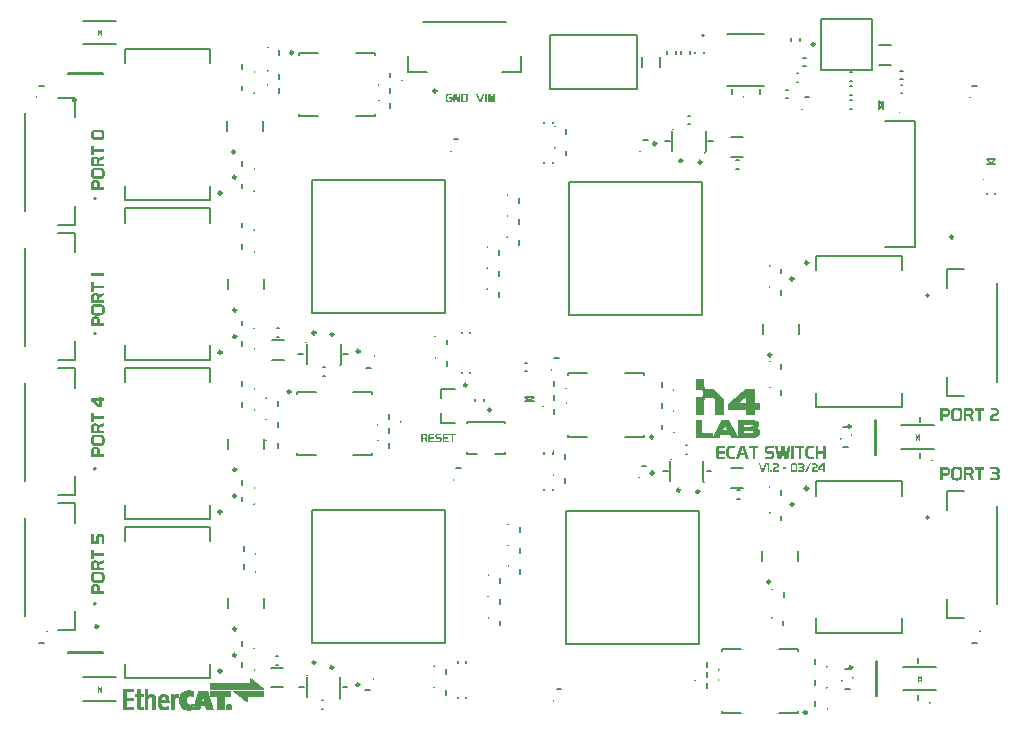
<source format=gto>
G04*
G04 #@! TF.GenerationSoftware,Altium Limited,Altium Designer,24.2.2 (26)*
G04*
G04 Layer_Color=65535*
%FSLAX25Y25*%
%MOIN*%
G70*
G04*
G04 #@! TF.SameCoordinates,B220CE68-074A-4F46-869C-E968B1748748*
G04*
G04*
G04 #@! TF.FilePolarity,Positive*
G04*
G01*
G75*
%ADD10C,0.00984*%
%ADD11C,0.00600*%
%ADD12C,0.01000*%
%ADD13C,0.00700*%
%ADD14C,0.00394*%
%ADD15C,0.00787*%
%ADD16C,0.00500*%
%ADD17C,0.00030*%
%ADD18C,0.00050*%
%ADD19C,0.00591*%
%ADD20C,0.00492*%
%ADD21C,0.00669*%
%ADD22R,0.00591X0.00295*%
%ADD23R,0.00886X0.00295*%
G36*
X273114Y90924D02*
X273134Y90904D01*
X273140Y90878D01*
Y90872D01*
Y86673D01*
X273134Y86640D01*
X273114Y86621D01*
X273088Y86614D01*
X272327D01*
X272294Y86621D01*
X272274Y86647D01*
X272268Y86667D01*
Y86673D01*
Y88326D01*
X272261Y88359D01*
X272241Y88379D01*
X272215Y88385D01*
X270779D01*
X270746Y88379D01*
X270726Y88359D01*
X270720Y88333D01*
Y88326D01*
Y86673D01*
X270713Y86640D01*
X270693Y86621D01*
X270667Y86614D01*
X269906D01*
X269873Y86621D01*
X269854Y86647D01*
X269847Y86667D01*
Y86673D01*
Y90872D01*
X269854Y90904D01*
X269880Y90924D01*
X269900Y90931D01*
X270661D01*
X270693Y90924D01*
X270713Y90904D01*
X270720Y90878D01*
Y90872D01*
Y89232D01*
X270726Y89199D01*
X270752Y89179D01*
X270772Y89173D01*
X272209D01*
X272241Y89179D01*
X272261Y89205D01*
X272268Y89225D01*
Y89232D01*
Y90872D01*
X272274Y90904D01*
X272301Y90924D01*
X272320Y90931D01*
X273081D01*
X273114Y90924D01*
D02*
G37*
G36*
X261273Y90924D02*
X261293Y90904D01*
X261299Y90885D01*
Y90878D01*
X260768Y87021D01*
X260748Y86936D01*
X260709Y86863D01*
X260670Y86804D01*
X260624Y86759D01*
X260578Y86719D01*
X260539Y86693D01*
X260519Y86680D01*
X260506Y86673D01*
X260414Y86647D01*
X260335Y86634D01*
X260302Y86627D01*
X260276Y86621D01*
X260256D01*
X260165Y86614D01*
X260001D01*
X259823Y86621D01*
X259745Y86627D01*
X259673Y86640D01*
X259607Y86647D01*
X259561Y86654D01*
X259535Y86660D01*
X259522D01*
X259436Y86699D01*
X259371Y86745D01*
X259312Y86798D01*
X259266Y86850D01*
X259226Y86896D01*
X259200Y86936D01*
X259187Y86962D01*
X259181Y86968D01*
X259154Y87211D01*
X259128Y87441D01*
X259108Y87651D01*
X259082Y87848D01*
X259063Y88025D01*
X259049Y88189D01*
X259030Y88339D01*
X259017Y88477D01*
X259003Y88595D01*
X258990Y88694D01*
X258977Y88785D01*
X258971Y88858D01*
X258964Y88910D01*
Y88950D01*
X258958Y88976D01*
Y88982D01*
X258944Y89100D01*
X258931Y89205D01*
X258918Y89297D01*
X258912Y89376D01*
X258898Y89448D01*
X258892Y89501D01*
X258885Y89547D01*
Y89586D01*
X258879Y89619D01*
X258872Y89638D01*
Y89665D01*
X258866Y89678D01*
X258538Y87008D01*
X258505Y86909D01*
X258459Y86831D01*
X258413Y86772D01*
X258361Y86732D01*
X258315Y86706D01*
X258275Y86693D01*
X258249Y86680D01*
X258236D01*
X258059Y86640D01*
X257980Y86627D01*
X257908Y86621D01*
X257849D01*
X257796Y86614D01*
X257757D01*
X257573Y86627D01*
X257495Y86634D01*
X257422Y86647D01*
X257357Y86660D01*
X257311Y86667D01*
X257285Y86680D01*
X257272D01*
X257180Y86739D01*
X257101Y86804D01*
X257049Y86870D01*
X257009Y86936D01*
X256983Y86995D01*
X256963Y87041D01*
X256957Y87067D01*
Y87080D01*
X256412Y90865D01*
X256419Y90898D01*
X256432Y90917D01*
X256445Y90924D01*
X256452Y90931D01*
X257239D01*
X257272Y90924D01*
X257285Y90904D01*
X257291Y90878D01*
Y90872D01*
X257691Y87808D01*
X257698Y87749D01*
X257711Y87703D01*
X257718Y87657D01*
X257724Y87618D01*
X257737Y87559D01*
X257751Y87519D01*
X257757Y87500D01*
X257764Y87487D01*
X257770Y87480D01*
X257783Y87493D01*
X257790Y87519D01*
X257803Y87565D01*
X257816Y87618D01*
X257823Y87664D01*
X257829Y87710D01*
X257836Y87736D01*
Y87749D01*
X258131Y90583D01*
X258183Y90662D01*
X258243Y90727D01*
X258308Y90786D01*
X258374Y90832D01*
X258433Y90865D01*
X258479Y90885D01*
X258511Y90898D01*
X258525Y90904D01*
X258557Y90911D01*
X258603Y90917D01*
X258689Y90931D01*
X259089D01*
X259200Y90898D01*
X259253Y90878D01*
X259292Y90859D01*
X259331Y90839D01*
X259358Y90826D01*
X259371Y90819D01*
X259377Y90813D01*
X259436Y90754D01*
X259482Y90708D01*
X259515Y90662D01*
X259541Y90622D01*
X259561Y90589D01*
X259568Y90570D01*
X259574Y90557D01*
Y90550D01*
X259928Y87801D01*
X259935Y87749D01*
X259942Y87703D01*
X259955Y87624D01*
X259968Y87572D01*
X259981Y87539D01*
X259987Y87513D01*
X259994Y87506D01*
X260001Y87500D01*
X260007Y87506D01*
X260014Y87513D01*
X260027Y87559D01*
X260040Y87611D01*
X260053Y87683D01*
X260066Y87749D01*
X260073Y87801D01*
X260079Y87848D01*
Y87854D01*
Y87861D01*
X260420Y90872D01*
X260427Y90891D01*
X260434Y90904D01*
X260466Y90924D01*
X260499Y90931D01*
X261240D01*
X261273Y90924D01*
D02*
G37*
G36*
X269322Y90924D02*
X269342Y90904D01*
X269349Y90878D01*
Y90872D01*
Y90209D01*
X269342Y90170D01*
X269322Y90150D01*
X269296Y90144D01*
X267728D01*
X267650Y90117D01*
X267577Y90084D01*
X267518Y90045D01*
X267466Y90006D01*
X267433Y89966D01*
X267400Y89934D01*
X267387Y89907D01*
X267381Y89901D01*
X267341Y89822D01*
X267315Y89737D01*
X267295Y89652D01*
X267282Y89573D01*
X267276Y89501D01*
X267269Y89448D01*
Y89409D01*
Y89402D01*
Y89396D01*
Y87867D01*
X267282Y87795D01*
X267295Y87729D01*
X267321Y87670D01*
X267341Y87624D01*
X267361Y87585D01*
X267381Y87559D01*
X267394Y87539D01*
X267400Y87533D01*
X267446Y87493D01*
X267499Y87460D01*
X267558Y87434D01*
X267610Y87421D01*
X267656Y87408D01*
X267695Y87401D01*
X267722Y87395D01*
X269289D01*
X269322Y87388D01*
X269342Y87369D01*
X269349Y87342D01*
Y87336D01*
Y86673D01*
X269342Y86640D01*
X269322Y86621D01*
X269296Y86614D01*
X267748D01*
X267623Y86621D01*
X267571Y86627D01*
X267518Y86634D01*
X267479D01*
X267453Y86640D01*
X267433Y86647D01*
X267426D01*
X267335Y86673D01*
X267256Y86693D01*
X267230Y86706D01*
X267210Y86713D01*
X267197Y86719D01*
X267190D01*
X267105Y86759D01*
X267026Y86798D01*
X266961Y86844D01*
X266895Y86890D01*
X266849Y86929D01*
X266810Y86962D01*
X266784Y86988D01*
X266777Y86995D01*
X266711Y87067D01*
X266659Y87146D01*
X266606Y87224D01*
X266561Y87290D01*
X266528Y87356D01*
X266501Y87401D01*
X266488Y87434D01*
X266482Y87447D01*
X266462Y87500D01*
X266442Y87559D01*
X266436Y87585D01*
X266429Y87605D01*
X266423Y87618D01*
Y87624D01*
X266410Y87716D01*
X266403Y87801D01*
X266397Y87841D01*
Y87874D01*
Y87893D01*
Y87900D01*
Y89586D01*
X266403Y89678D01*
X266410Y89770D01*
X266423Y89855D01*
X266436Y89927D01*
X266449Y89986D01*
X266456Y90032D01*
X266469Y90058D01*
Y90071D01*
X266495Y90163D01*
X266528Y90235D01*
X266541Y90262D01*
X266554Y90288D01*
X266561Y90294D01*
Y90301D01*
X266613Y90367D01*
X266652Y90419D01*
X266685Y90458D01*
X266698Y90465D01*
Y90472D01*
X266771Y90550D01*
X266843Y90616D01*
X266921Y90675D01*
X266987Y90721D01*
X267046Y90760D01*
X267098Y90786D01*
X267125Y90799D01*
X267138Y90806D01*
X267236Y90845D01*
X267335Y90878D01*
X267433Y90898D01*
X267518Y90917D01*
X267590Y90924D01*
X267643Y90931D01*
X269289D01*
X269322Y90924D01*
D02*
G37*
G36*
X266042D02*
X266062Y90904D01*
X266069Y90878D01*
Y90872D01*
Y90209D01*
X266062Y90170D01*
X266042Y90150D01*
X266016Y90144D01*
X265025Y90143D01*
X264993Y90137D01*
X264973Y90117D01*
X264967Y90091D01*
Y90084D01*
Y86673D01*
X264960Y86640D01*
X264940Y86621D01*
X264914Y86614D01*
X264153D01*
X264120Y86621D01*
X264101Y86647D01*
X264094Y86667D01*
Y86673D01*
Y90084D01*
X264087Y90117D01*
X264068Y90137D01*
X264041Y90143D01*
X263051D01*
X263018Y90157D01*
X262999Y90176D01*
X262992Y90196D01*
Y90209D01*
Y90872D01*
X262999Y90904D01*
X263025Y90924D01*
X263044Y90931D01*
X266009Y90931D01*
X266042Y90924D01*
D02*
G37*
G36*
X262592Y90924D02*
X262612Y90904D01*
X262618Y90878D01*
Y90872D01*
Y86673D01*
X262612Y86640D01*
X262592Y86621D01*
X262565Y86614D01*
X261805D01*
X261772Y86621D01*
X261752Y86647D01*
X261746Y86667D01*
Y86673D01*
Y90872D01*
X261752Y90904D01*
X261778Y90924D01*
X261798Y90931D01*
X262559D01*
X262592Y90924D01*
D02*
G37*
G36*
X255743D02*
X255763Y90904D01*
X255769Y90878D01*
Y90872D01*
Y90209D01*
X255763Y90170D01*
X255743Y90150D01*
X255717Y90143D01*
X253933D01*
X253906Y90130D01*
X253854Y90104D01*
X253821Y90078D01*
X253815Y90071D01*
X253808Y90065D01*
X253769Y90012D01*
X253736Y89966D01*
X253723Y89940D01*
X253716Y89927D01*
X253696Y89881D01*
X253683Y89848D01*
X253677Y89822D01*
Y89809D01*
X253670Y89763D01*
Y89730D01*
Y89704D01*
Y89691D01*
Y89619D01*
X253677Y89553D01*
Y89527D01*
X253683Y89507D01*
Y89494D01*
Y89487D01*
X253703Y89415D01*
X253729Y89363D01*
X253755Y89324D01*
X253769Y89317D01*
Y89310D01*
X253828Y89271D01*
X253887Y89245D01*
X253913Y89238D01*
X253933D01*
X253946Y89232D01*
X253952D01*
X254044Y89225D01*
X254123Y89218D01*
X254884D01*
X255022Y89212D01*
X255087Y89205D01*
X255146Y89192D01*
X255199Y89186D01*
X255238Y89173D01*
X255264Y89166D01*
X255271D01*
X255349Y89140D01*
X255422Y89113D01*
X255481Y89081D01*
X255540Y89048D01*
X255586Y89015D01*
X255619Y88995D01*
X255645Y88976D01*
X255651Y88969D01*
X255724Y88904D01*
X255776Y88838D01*
X255796Y88812D01*
X255809Y88785D01*
X255822Y88772D01*
Y88766D01*
X255868Y88674D01*
X255907Y88595D01*
X255920Y88563D01*
X255933Y88536D01*
X255940Y88517D01*
Y88510D01*
X255966Y88405D01*
X255986Y88313D01*
X255992Y88274D01*
X255999Y88248D01*
Y88228D01*
Y88221D01*
X256012Y88110D01*
Y88064D01*
X256019Y88018D01*
Y87985D01*
Y87959D01*
Y87939D01*
Y87933D01*
Y87880D01*
Y87841D01*
Y87815D01*
Y87801D01*
Y87762D01*
X256012Y87736D01*
X256006Y87710D01*
Y87703D01*
X255992Y87605D01*
X255979Y87506D01*
X255927Y87336D01*
X255868Y87191D01*
X255796Y87073D01*
X255763Y87021D01*
X255737Y86981D01*
X255704Y86942D01*
X255678Y86909D01*
X255658Y86890D01*
X255638Y86870D01*
X255632Y86863D01*
X255625Y86857D01*
X255540Y86798D01*
X255461Y86745D01*
X255422Y86726D01*
X255395Y86706D01*
X255376Y86699D01*
X255369Y86693D01*
X255317Y86667D01*
X255264Y86647D01*
X255218Y86634D01*
X255179Y86627D01*
X255146Y86621D01*
X255120Y86614D01*
X252903D01*
X252870Y86621D01*
X252850Y86647D01*
X252844Y86667D01*
Y86673D01*
Y87336D01*
X252850Y87369D01*
X252876Y87388D01*
X252896Y87395D01*
X254838D01*
X254871Y87401D01*
X254904Y87408D01*
X254949Y87441D01*
X254982Y87467D01*
X254995Y87473D01*
Y87480D01*
X255041Y87539D01*
X255067Y87592D01*
X255087Y87624D01*
X255094Y87638D01*
X255113Y87690D01*
X255120Y87729D01*
X255127Y87756D01*
Y87769D01*
X255133Y87815D01*
Y87854D01*
Y87880D01*
Y87893D01*
Y87966D01*
X255127Y88031D01*
Y88057D01*
X255120Y88077D01*
Y88090D01*
Y88097D01*
X255107Y88169D01*
X255081Y88235D01*
X255054Y88274D01*
X255048Y88280D01*
X255041Y88287D01*
X254989Y88326D01*
X254930Y88359D01*
X254904Y88366D01*
X254884Y88372D01*
X254871Y88379D01*
X254864D01*
X254779Y88392D01*
X254694Y88405D01*
X253926D01*
X253782Y88412D01*
X253716Y88418D01*
X253650Y88431D01*
X253598Y88438D01*
X253559Y88444D01*
X253532Y88451D01*
X253519D01*
X253441Y88477D01*
X253368Y88503D01*
X253309Y88536D01*
X253250Y88569D01*
X253204Y88595D01*
X253172Y88621D01*
X253145Y88635D01*
X253139Y88641D01*
X253067Y88707D01*
X253014Y88772D01*
X252988Y88805D01*
X252975Y88825D01*
X252968Y88838D01*
X252962Y88845D01*
X252916Y88936D01*
X252883Y89015D01*
X252870Y89048D01*
X252857Y89074D01*
X252850Y89087D01*
Y89094D01*
X252824Y89192D01*
X252798Y89284D01*
X252791Y89317D01*
Y89343D01*
X252785Y89363D01*
Y89369D01*
X252771Y89474D01*
Y89520D01*
X252765Y89566D01*
Y89599D01*
Y89625D01*
Y89645D01*
Y89651D01*
Y89697D01*
Y89730D01*
Y89756D01*
Y89770D01*
Y89809D01*
X252771Y89842D01*
Y89868D01*
Y89875D01*
X252785Y89973D01*
X252804Y90058D01*
X252850Y90222D01*
X252916Y90360D01*
X252988Y90478D01*
X253053Y90570D01*
X253113Y90636D01*
X253132Y90655D01*
X253152Y90675D01*
X253158Y90688D01*
X253165D01*
X253250Y90747D01*
X253336Y90799D01*
X253368Y90826D01*
X253395Y90839D01*
X253414Y90845D01*
X253421Y90852D01*
X253480Y90878D01*
X253532Y90898D01*
X253578Y90911D01*
X253624Y90924D01*
X253664D01*
X253690Y90931D01*
X255710D01*
X255743Y90924D01*
D02*
G37*
G36*
X250712D02*
X250731Y90904D01*
X250738Y90878D01*
Y90872D01*
Y90209D01*
X250731Y90170D01*
X250712Y90150D01*
X250685Y90143D01*
X249695D01*
X249662Y90137D01*
X249642Y90117D01*
X249636Y90091D01*
Y90084D01*
Y86673D01*
X249629Y86640D01*
X249609Y86621D01*
X249583Y86614D01*
X248822D01*
X248790Y86621D01*
X248770Y86647D01*
X248763Y86667D01*
Y86673D01*
Y90084D01*
X248757Y90117D01*
X248737Y90137D01*
X248711Y90143D01*
X247720D01*
X247687Y90157D01*
X247668Y90176D01*
X247661Y90196D01*
Y90209D01*
Y90872D01*
X247668Y90904D01*
X247694Y90924D01*
X247714Y90931D01*
X250679D01*
X250712Y90924D01*
D02*
G37*
G36*
X245628Y90917D02*
X245720Y90911D01*
X245798Y90898D01*
X245857Y90885D01*
X245903Y90878D01*
X245929Y90865D01*
X245936D01*
X246002Y90839D01*
X246061Y90793D01*
X246107Y90747D01*
X246146Y90701D01*
X246172Y90655D01*
X246192Y90616D01*
X246205Y90589D01*
Y90576D01*
X247418Y86647D01*
X247412Y86627D01*
X247399Y86621D01*
X247386Y86614D01*
X246585D01*
X246546Y86621D01*
X246526Y86640D01*
X246513Y86660D01*
X246507Y86667D01*
X246192Y87710D01*
X246172Y87743D01*
X246146Y87762D01*
X246120Y87769D01*
X244696D01*
X244657Y87756D01*
X244637Y87736D01*
X244624Y87716D01*
X244617Y87703D01*
X244296Y86673D01*
X244276Y86640D01*
X244250Y86621D01*
X244230Y86614D01*
X243437D01*
X243410Y86621D01*
X243397Y86634D01*
X243391Y86640D01*
Y86647D01*
X244611Y90576D01*
X244644Y90655D01*
X244683Y90721D01*
X244729Y90767D01*
X244768Y90806D01*
X244808Y90832D01*
X244840Y90852D01*
X244867Y90865D01*
X244873D01*
X244952Y90885D01*
X245037Y90904D01*
X245129Y90917D01*
X245208Y90924D01*
X245286Y90931D01*
X245523D01*
X245628Y90917D01*
D02*
G37*
G36*
X242984Y90924D02*
X243004Y90904D01*
X243010Y90878D01*
Y90872D01*
Y90209D01*
X243004Y90170D01*
X242984Y90150D01*
X242958Y90143D01*
X241390D01*
X241311Y90117D01*
X241239Y90084D01*
X241180Y90045D01*
X241127Y90006D01*
X241095Y89966D01*
X241062Y89934D01*
X241049Y89907D01*
X241042Y89901D01*
X241003Y89822D01*
X240977Y89737D01*
X240957Y89651D01*
X240944Y89573D01*
X240937Y89501D01*
X240931Y89448D01*
Y89409D01*
Y89402D01*
Y89396D01*
Y87867D01*
X240944Y87795D01*
X240957Y87729D01*
X240983Y87670D01*
X241003Y87624D01*
X241022Y87585D01*
X241042Y87559D01*
X241055Y87539D01*
X241062Y87533D01*
X241108Y87493D01*
X241160Y87460D01*
X241219Y87434D01*
X241272Y87421D01*
X241318Y87408D01*
X241357Y87401D01*
X241383Y87395D01*
X242951D01*
X242984Y87388D01*
X243004Y87369D01*
X243010Y87342D01*
Y87336D01*
Y86673D01*
X243004Y86640D01*
X242984Y86621D01*
X242958Y86614D01*
X241409D01*
X241285Y86621D01*
X241232Y86627D01*
X241180Y86634D01*
X241141D01*
X241114Y86640D01*
X241095Y86647D01*
X241088D01*
X240996Y86673D01*
X240917Y86693D01*
X240891Y86706D01*
X240872Y86713D01*
X240859Y86719D01*
X240852D01*
X240767Y86759D01*
X240688Y86798D01*
X240622Y86844D01*
X240557Y86890D01*
X240511Y86929D01*
X240472Y86962D01*
X240445Y86988D01*
X240439Y86995D01*
X240373Y87067D01*
X240321Y87146D01*
X240268Y87224D01*
X240222Y87290D01*
X240189Y87355D01*
X240163Y87401D01*
X240150Y87434D01*
X240143Y87447D01*
X240124Y87500D01*
X240104Y87559D01*
X240097Y87585D01*
X240091Y87605D01*
X240084Y87618D01*
Y87624D01*
X240071Y87716D01*
X240065Y87801D01*
X240058Y87841D01*
Y87874D01*
Y87893D01*
Y87900D01*
Y89586D01*
X240065Y89678D01*
X240071Y89770D01*
X240084Y89855D01*
X240097Y89927D01*
X240111Y89986D01*
X240117Y90032D01*
X240130Y90058D01*
Y90071D01*
X240157Y90163D01*
X240189Y90235D01*
X240202Y90262D01*
X240216Y90288D01*
X240222Y90294D01*
Y90301D01*
X240275Y90367D01*
X240314Y90419D01*
X240347Y90458D01*
X240360Y90465D01*
Y90472D01*
X240432Y90550D01*
X240504Y90616D01*
X240583Y90675D01*
X240649Y90721D01*
X240708Y90760D01*
X240760Y90786D01*
X240786Y90799D01*
X240799Y90806D01*
X240898Y90845D01*
X240996Y90878D01*
X241095Y90898D01*
X241180Y90917D01*
X241252Y90924D01*
X241305Y90931D01*
X242951D01*
X242984Y90924D01*
D02*
G37*
G36*
X239566D02*
X239592Y90904D01*
X239599Y90878D01*
Y90872D01*
Y90209D01*
X239586Y90170D01*
X239566Y90150D01*
X239546Y90143D01*
X237546D01*
X237506Y90130D01*
X237487Y90111D01*
X237480Y90091D01*
Y90078D01*
Y89258D01*
X237493Y89225D01*
X237513Y89205D01*
X237533Y89199D01*
X239389D01*
X239428Y89192D01*
X239448Y89173D01*
X239455Y89146D01*
Y89140D01*
Y88444D01*
X239441Y88412D01*
X239422Y88392D01*
X239402Y88385D01*
X237546D01*
X237506Y88379D01*
X237487Y88359D01*
X237480Y88333D01*
Y88326D01*
Y87454D01*
X237493Y87421D01*
X237513Y87401D01*
X237533Y87395D01*
X239533D01*
X239573Y87388D01*
X239592Y87369D01*
X239599Y87342D01*
Y87336D01*
Y86673D01*
X239586Y86640D01*
X239566Y86621D01*
X239546Y86614D01*
X237205D01*
X237126Y86621D01*
X237060Y86640D01*
X237027Y86654D01*
X237008Y86660D01*
X236995Y86667D01*
X236988D01*
X236916Y86713D01*
X236857Y86759D01*
X236811Y86798D01*
X236804Y86804D01*
X236798Y86811D01*
X236739Y86883D01*
X236699Y86949D01*
X236680Y86975D01*
X236667Y86995D01*
X236660Y87008D01*
Y87014D01*
X236627Y87100D01*
X236614Y87172D01*
X236608Y87198D01*
Y87224D01*
Y87237D01*
Y87244D01*
Y90006D01*
X236614Y90157D01*
X236640Y90288D01*
X236680Y90399D01*
X236719Y90498D01*
X236758Y90570D01*
X236798Y90629D01*
X236824Y90662D01*
X236831Y90675D01*
X236923Y90760D01*
X237027Y90826D01*
X237132Y90872D01*
X237237Y90898D01*
X237329Y90917D01*
X237408Y90924D01*
X237434Y90931D01*
X239546D01*
X239566Y90924D01*
D02*
G37*
G36*
X151364Y208383D02*
X151377Y208370D01*
X151382Y208352D01*
Y208348D01*
Y205971D01*
X151377Y205914D01*
X151364Y205861D01*
X151360Y205840D01*
X151351Y205822D01*
X151347Y205813D01*
Y205809D01*
X151321Y205752D01*
X151294Y205704D01*
X151281Y205687D01*
X151272Y205674D01*
X151268Y205665D01*
X151264Y205660D01*
X151220Y205617D01*
X151181Y205582D01*
X151163Y205569D01*
X151150Y205560D01*
X151141Y205551D01*
X151137D01*
X151080Y205529D01*
X151028Y205516D01*
X151006D01*
X150988Y205512D01*
X150608D01*
X150573Y205516D01*
X150538Y205525D01*
X150512Y205529D01*
X150508Y205534D01*
X150503D01*
X150464Y205556D01*
X150433Y205577D01*
X150411Y205595D01*
X150407Y205604D01*
X150403D01*
X150368Y205639D01*
X150342Y205669D01*
X150324Y205691D01*
X150320Y205695D01*
Y205700D01*
X150298Y205739D01*
X150280Y205774D01*
X150272Y205796D01*
X150267Y205800D01*
Y205805D01*
X149725Y207802D01*
X149717Y207823D01*
X149704Y207832D01*
X149695Y207837D01*
X149690D01*
X149673Y207832D01*
X149664Y207819D01*
X149660Y207806D01*
Y207802D01*
Y205551D01*
X149655Y205529D01*
X149642Y205516D01*
X149625Y205512D01*
X149118D01*
X149096Y205516D01*
X149083Y205534D01*
X149079Y205547D01*
Y205551D01*
Y207797D01*
Y207854D01*
X149083Y207907D01*
X149087Y207950D01*
X149092Y207990D01*
X149096Y208020D01*
X149100Y208046D01*
X149105Y208060D01*
Y208064D01*
X149118Y208103D01*
X149131Y208142D01*
X149149Y208173D01*
X149166Y208199D01*
X149179Y208221D01*
X149192Y208234D01*
X149197Y208243D01*
X149201Y208247D01*
X149258Y208295D01*
X149319Y208326D01*
X149345Y208339D01*
X149367Y208348D01*
X149380Y208352D01*
X149385D01*
X149433Y208365D01*
X149481Y208374D01*
X149529Y208379D01*
X149573Y208383D01*
X149612Y208387D01*
X149673D01*
X149760Y208383D01*
X149839Y208374D01*
X149900Y208361D01*
X149953Y208348D01*
X149992Y208330D01*
X150018Y208317D01*
X150036Y208309D01*
X150040Y208304D01*
X150079Y208274D01*
X150110Y208239D01*
X150141Y208199D01*
X150158Y208164D01*
X150176Y208134D01*
X150184Y208108D01*
X150193Y208090D01*
Y208086D01*
X150731Y206102D01*
X150744Y206080D01*
X150757Y206067D01*
X150770Y206062D01*
X150774D01*
X150792Y206067D01*
X150796Y206084D01*
X150801Y206097D01*
Y206102D01*
Y208348D01*
X150805Y208370D01*
X150822Y208383D01*
X150835Y208387D01*
X151342D01*
X151364Y208383D01*
D02*
G37*
G36*
X153200D02*
X153278Y208374D01*
X153344Y208357D01*
X153401Y208344D01*
X153449Y208326D01*
X153484Y208309D01*
X153506Y208300D01*
X153514Y208295D01*
X153575Y208260D01*
X153628Y208221D01*
X153672Y208186D01*
X153711Y208151D01*
X153742Y208116D01*
X153768Y208090D01*
X153781Y208073D01*
X153785Y208068D01*
X153824Y208016D01*
X153855Y207959D01*
X153881Y207907D01*
X153903Y207854D01*
X153921Y207810D01*
X153934Y207775D01*
X153943Y207754D01*
Y207745D01*
X153960Y207679D01*
X153973Y207614D01*
X153982Y207553D01*
X153991Y207496D01*
Y207448D01*
X153995Y207413D01*
Y207391D01*
Y207382D01*
Y206421D01*
Y206364D01*
X153986Y206303D01*
X153978Y206250D01*
X153969Y206202D01*
X153960Y206163D01*
X153951Y206128D01*
X153947Y206111D01*
X153943Y206102D01*
X153921Y206041D01*
X153899Y205988D01*
X153873Y205936D01*
X153846Y205892D01*
X153824Y205857D01*
X153803Y205826D01*
X153790Y205809D01*
X153785Y205805D01*
X153742Y205756D01*
X153698Y205717D01*
X153654Y205678D01*
X153610Y205647D01*
X153571Y205625D01*
X153541Y205604D01*
X153523Y205595D01*
X153514Y205591D01*
X153453Y205564D01*
X153383Y205547D01*
X153318Y205529D01*
X153256Y205521D01*
X153204Y205516D01*
X153160Y205512D01*
X151749D01*
X151727Y205516D01*
X151714Y205534D01*
X151709Y205547D01*
Y205551D01*
Y208348D01*
X151714Y208370D01*
X151731Y208383D01*
X151744Y208387D01*
X153117D01*
X153200Y208383D01*
D02*
G37*
G36*
X148563D02*
X148576Y208370D01*
X148581Y208352D01*
Y208348D01*
Y207907D01*
X148576Y207880D01*
X148563Y207867D01*
X148546Y207863D01*
X147313D01*
X147287Y207858D01*
X147261Y207850D01*
X147239Y207837D01*
X147234Y207832D01*
X147230D01*
X147195Y207810D01*
X147165Y207784D01*
X147147Y207767D01*
X147138Y207762D01*
Y207758D01*
X147108Y207723D01*
X147086Y207692D01*
X147069Y207671D01*
X147064Y207666D01*
Y207662D01*
X147051Y207627D01*
X147042Y207601D01*
X147038Y207583D01*
Y207574D01*
Y206530D01*
X147042Y206451D01*
X147055Y206381D01*
X147069Y206320D01*
X147090Y206268D01*
X147108Y206228D01*
X147121Y206198D01*
X147134Y206176D01*
X147138Y206172D01*
X147178Y206128D01*
X147221Y206093D01*
X147261Y206071D01*
X147304Y206054D01*
X147339Y206045D01*
X147366Y206041D01*
X147383Y206036D01*
X147881D01*
X147934Y206041D01*
X147977Y206049D01*
X147995Y206054D01*
X148008Y206058D01*
X148012Y206062D01*
X148017D01*
X148056Y206084D01*
X148087Y206111D01*
X148104Y206128D01*
X148113Y206132D01*
X148139Y206163D01*
X148157Y206189D01*
X148165Y206207D01*
X148170Y206215D01*
X148179Y206250D01*
X148187Y206277D01*
Y206294D01*
Y206298D01*
Y206674D01*
X148183Y206696D01*
X148170Y206709D01*
X148152Y206714D01*
X147492D01*
X147470Y206718D01*
X147457Y206735D01*
X147453Y206749D01*
Y206753D01*
Y207194D01*
X147457Y207216D01*
X147475Y207229D01*
X147488Y207234D01*
X148742D01*
X148764Y207229D01*
X148777Y207216D01*
X148782Y207199D01*
Y207194D01*
Y206294D01*
X148773Y206215D01*
X148768Y206180D01*
X148760Y206141D01*
X148751Y206111D01*
X148747Y206084D01*
X148738Y206067D01*
Y206062D01*
X148720Y206014D01*
X148698Y205966D01*
X148677Y205923D01*
X148655Y205888D01*
X148633Y205853D01*
X148620Y205831D01*
X148607Y205813D01*
X148602Y205809D01*
X148563Y205765D01*
X148524Y205726D01*
X148480Y205691D01*
X148436Y205660D01*
X148401Y205634D01*
X148371Y205617D01*
X148353Y205604D01*
X148345Y205599D01*
X148283Y205569D01*
X148218Y205547D01*
X148152Y205534D01*
X148091Y205525D01*
X148034Y205516D01*
X147991Y205512D01*
X147252D01*
X147182Y205516D01*
X147117Y205525D01*
X147060Y205538D01*
X147012Y205556D01*
X146968Y205573D01*
X146937Y205586D01*
X146920Y205595D01*
X146911Y205599D01*
X146859Y205634D01*
X146811Y205669D01*
X146767Y205709D01*
X146728Y205743D01*
X146697Y205770D01*
X146675Y205796D01*
X146662Y205813D01*
X146658Y205818D01*
X146623Y205870D01*
X146592Y205923D01*
X146566Y205971D01*
X146544Y206019D01*
X146527Y206058D01*
X146513Y206089D01*
X146509Y206106D01*
X146505Y206115D01*
X146487Y206176D01*
X146478Y206233D01*
X146470Y206290D01*
X146461Y206338D01*
Y206377D01*
X146457Y206408D01*
Y206425D01*
Y206434D01*
Y207570D01*
X146461Y207623D01*
X146465Y207671D01*
X146474Y207719D01*
X146487Y207762D01*
X146496Y207797D01*
X146505Y207823D01*
X146509Y207845D01*
X146513Y207850D01*
X146535Y207902D01*
X146562Y207950D01*
X146588Y207998D01*
X146614Y208033D01*
X146636Y208068D01*
X146653Y208090D01*
X146667Y208108D01*
X146671Y208112D01*
X146710Y208156D01*
X146749Y208195D01*
X146789Y208230D01*
X146824Y208256D01*
X146854Y208278D01*
X146881Y208295D01*
X146898Y208304D01*
X146902Y208309D01*
X146955Y208335D01*
X147003Y208352D01*
X147055Y208370D01*
X147099Y208379D01*
X147134Y208383D01*
X147165Y208387D01*
X148541D01*
X148563Y208383D01*
D02*
G37*
G36*
X149756Y94997D02*
X149769Y94984D01*
X149774Y94967D01*
Y94962D01*
Y94521D01*
X149769Y94494D01*
X149756Y94481D01*
X149739Y94477D01*
X149079D01*
X149057Y94473D01*
X149044Y94460D01*
X149040Y94442D01*
Y94438D01*
Y92165D01*
X149035Y92143D01*
X149022Y92130D01*
X149005Y92126D01*
X148498D01*
X148476Y92130D01*
X148463Y92148D01*
X148459Y92161D01*
Y92165D01*
Y94438D01*
X148454Y94460D01*
X148441Y94473D01*
X148424Y94477D01*
X147764D01*
X147742Y94486D01*
X147729Y94499D01*
X147724Y94512D01*
Y94521D01*
Y94962D01*
X147729Y94984D01*
X147746Y94997D01*
X147759Y95001D01*
X149734D01*
X149756Y94997D01*
D02*
G37*
G36*
X147462D02*
X147480Y94984D01*
X147484Y94967D01*
Y94962D01*
Y94521D01*
X147475Y94494D01*
X147462Y94481D01*
X147449Y94477D01*
X146116D01*
X146090Y94468D01*
X146077Y94455D01*
X146072Y94442D01*
Y94433D01*
Y93887D01*
X146081Y93865D01*
X146094Y93852D01*
X146107Y93848D01*
X147344D01*
X147370Y93843D01*
X147383Y93830D01*
X147388Y93813D01*
Y93808D01*
Y93345D01*
X147379Y93323D01*
X147366Y93310D01*
X147353Y93306D01*
X146116D01*
X146090Y93301D01*
X146077Y93288D01*
X146072Y93271D01*
Y93266D01*
Y92685D01*
X146081Y92664D01*
X146094Y92650D01*
X146107Y92646D01*
X147440D01*
X147467Y92642D01*
X147480Y92629D01*
X147484Y92611D01*
Y92607D01*
Y92165D01*
X147475Y92143D01*
X147462Y92130D01*
X147449Y92126D01*
X145889D01*
X145836Y92130D01*
X145793Y92143D01*
X145771Y92152D01*
X145758Y92157D01*
X145749Y92161D01*
X145745D01*
X145697Y92191D01*
X145657Y92222D01*
X145627Y92248D01*
X145622Y92253D01*
X145618Y92257D01*
X145579Y92305D01*
X145552Y92349D01*
X145539Y92366D01*
X145531Y92379D01*
X145526Y92388D01*
Y92393D01*
X145504Y92449D01*
X145496Y92497D01*
X145491Y92515D01*
Y92532D01*
Y92541D01*
Y92545D01*
Y94385D01*
X145496Y94486D01*
X145513Y94573D01*
X145539Y94648D01*
X145565Y94713D01*
X145592Y94761D01*
X145618Y94800D01*
X145635Y94822D01*
X145640Y94831D01*
X145701Y94888D01*
X145771Y94932D01*
X145841Y94962D01*
X145911Y94980D01*
X145972Y94993D01*
X146024Y94997D01*
X146042Y95001D01*
X147449D01*
X147462Y94997D01*
D02*
G37*
G36*
X145015D02*
X145028Y94984D01*
X145032Y94967D01*
Y94962D01*
Y94521D01*
X145028Y94494D01*
X145015Y94481D01*
X144997Y94477D01*
X143809D01*
X143791Y94468D01*
X143756Y94451D01*
X143735Y94433D01*
X143730Y94429D01*
X143726Y94425D01*
X143700Y94390D01*
X143678Y94359D01*
X143669Y94342D01*
X143665Y94333D01*
X143651Y94302D01*
X143643Y94280D01*
X143638Y94263D01*
Y94254D01*
X143634Y94224D01*
Y94202D01*
Y94184D01*
Y94175D01*
Y94127D01*
X143638Y94084D01*
Y94066D01*
X143643Y94053D01*
Y94044D01*
Y94040D01*
X143656Y93992D01*
X143673Y93957D01*
X143691Y93931D01*
X143700Y93926D01*
Y93922D01*
X143739Y93896D01*
X143778Y93878D01*
X143796Y93874D01*
X143809D01*
X143817Y93870D01*
X143822D01*
X143883Y93865D01*
X143936Y93861D01*
X144442D01*
X144534Y93857D01*
X144578Y93852D01*
X144617Y93843D01*
X144652Y93839D01*
X144678Y93830D01*
X144696Y93826D01*
X144700D01*
X144753Y93808D01*
X144801Y93791D01*
X144840Y93769D01*
X144879Y93747D01*
X144910Y93725D01*
X144932Y93712D01*
X144949Y93699D01*
X144954Y93695D01*
X145002Y93651D01*
X145037Y93607D01*
X145050Y93590D01*
X145059Y93572D01*
X145067Y93564D01*
Y93559D01*
X145098Y93498D01*
X145124Y93446D01*
X145133Y93424D01*
X145142Y93406D01*
X145146Y93393D01*
Y93389D01*
X145164Y93319D01*
X145177Y93258D01*
X145181Y93232D01*
X145185Y93214D01*
Y93201D01*
Y93197D01*
X145194Y93122D01*
Y93092D01*
X145199Y93061D01*
Y93039D01*
Y93022D01*
Y93009D01*
Y93004D01*
Y92969D01*
Y92943D01*
Y92926D01*
Y92917D01*
Y92891D01*
X145194Y92873D01*
X145190Y92856D01*
Y92851D01*
X145181Y92786D01*
X145172Y92720D01*
X145137Y92607D01*
X145098Y92510D01*
X145050Y92432D01*
X145028Y92397D01*
X145010Y92371D01*
X144989Y92344D01*
X144971Y92323D01*
X144958Y92309D01*
X144945Y92296D01*
X144941Y92292D01*
X144936Y92288D01*
X144879Y92248D01*
X144827Y92213D01*
X144801Y92200D01*
X144783Y92187D01*
X144770Y92183D01*
X144766Y92178D01*
X144731Y92161D01*
X144696Y92148D01*
X144665Y92139D01*
X144639Y92135D01*
X144617Y92130D01*
X144600Y92126D01*
X143123D01*
X143101Y92130D01*
X143088Y92148D01*
X143083Y92161D01*
Y92165D01*
Y92607D01*
X143088Y92629D01*
X143105Y92642D01*
X143118Y92646D01*
X144412D01*
X144434Y92650D01*
X144456Y92655D01*
X144486Y92677D01*
X144508Y92694D01*
X144517Y92699D01*
Y92703D01*
X144547Y92742D01*
X144565Y92777D01*
X144578Y92799D01*
X144582Y92808D01*
X144595Y92843D01*
X144600Y92869D01*
X144604Y92886D01*
Y92895D01*
X144608Y92926D01*
Y92952D01*
Y92969D01*
Y92978D01*
Y93026D01*
X144604Y93070D01*
Y93087D01*
X144600Y93101D01*
Y93109D01*
Y93114D01*
X144591Y93162D01*
X144574Y93205D01*
X144556Y93232D01*
X144552Y93236D01*
X144547Y93240D01*
X144512Y93266D01*
X144473Y93288D01*
X144456Y93293D01*
X144442Y93297D01*
X144434Y93301D01*
X144429D01*
X144372Y93310D01*
X144316Y93319D01*
X143804D01*
X143708Y93323D01*
X143665Y93328D01*
X143621Y93336D01*
X143586Y93341D01*
X143560Y93345D01*
X143542Y93350D01*
X143534D01*
X143481Y93367D01*
X143433Y93384D01*
X143394Y93406D01*
X143354Y93428D01*
X143324Y93446D01*
X143302Y93463D01*
X143284Y93472D01*
X143280Y93476D01*
X143232Y93520D01*
X143197Y93564D01*
X143180Y93586D01*
X143171Y93599D01*
X143166Y93607D01*
X143162Y93612D01*
X143131Y93673D01*
X143110Y93725D01*
X143101Y93747D01*
X143092Y93765D01*
X143088Y93774D01*
Y93778D01*
X143070Y93843D01*
X143053Y93905D01*
X143048Y93926D01*
Y93944D01*
X143044Y93957D01*
Y93961D01*
X143035Y94031D01*
Y94062D01*
X143031Y94093D01*
Y94114D01*
Y94132D01*
Y94145D01*
Y94149D01*
Y94180D01*
Y94202D01*
Y94219D01*
Y94228D01*
Y94254D01*
X143035Y94276D01*
Y94293D01*
Y94298D01*
X143044Y94363D01*
X143057Y94420D01*
X143088Y94529D01*
X143131Y94621D01*
X143180Y94700D01*
X143223Y94761D01*
X143263Y94805D01*
X143276Y94818D01*
X143289Y94831D01*
X143293Y94840D01*
X143298D01*
X143354Y94879D01*
X143411Y94914D01*
X143433Y94932D01*
X143450Y94940D01*
X143464Y94945D01*
X143468Y94949D01*
X143507Y94967D01*
X143542Y94980D01*
X143573Y94988D01*
X143603Y94997D01*
X143630D01*
X143647Y95001D01*
X144993D01*
X145015Y94997D01*
D02*
G37*
G36*
X142703D02*
X142721Y94984D01*
X142725Y94967D01*
Y94962D01*
Y94521D01*
X142716Y94494D01*
X142703Y94481D01*
X142690Y94477D01*
X141357D01*
X141331Y94468D01*
X141318Y94455D01*
X141314Y94442D01*
Y94433D01*
Y93887D01*
X141322Y93865D01*
X141335Y93852D01*
X141349Y93848D01*
X142585D01*
X142611Y93843D01*
X142624Y93830D01*
X142629Y93813D01*
Y93808D01*
Y93345D01*
X142620Y93323D01*
X142607Y93310D01*
X142594Y93306D01*
X141357D01*
X141331Y93301D01*
X141318Y93288D01*
X141314Y93271D01*
Y93266D01*
Y92685D01*
X141322Y92664D01*
X141335Y92650D01*
X141349Y92646D01*
X142681D01*
X142708Y92642D01*
X142721Y92629D01*
X142725Y92611D01*
Y92607D01*
Y92165D01*
X142716Y92143D01*
X142703Y92130D01*
X142690Y92126D01*
X141130D01*
X141077Y92130D01*
X141034Y92143D01*
X141012Y92152D01*
X140999Y92157D01*
X140990Y92161D01*
X140986D01*
X140938Y92191D01*
X140898Y92222D01*
X140868Y92248D01*
X140863Y92253D01*
X140859Y92257D01*
X140820Y92305D01*
X140794Y92349D01*
X140780Y92366D01*
X140772Y92379D01*
X140767Y92388D01*
Y92393D01*
X140745Y92449D01*
X140737Y92497D01*
X140732Y92515D01*
Y92532D01*
Y92541D01*
Y92545D01*
Y94385D01*
X140737Y94486D01*
X140754Y94573D01*
X140780Y94648D01*
X140807Y94713D01*
X140833Y94761D01*
X140859Y94800D01*
X140876Y94822D01*
X140881Y94831D01*
X140942Y94888D01*
X141012Y94932D01*
X141082Y94962D01*
X141152Y94980D01*
X141213Y94993D01*
X141265Y94997D01*
X141283Y95001D01*
X142690D01*
X142703Y94997D01*
D02*
G37*
G36*
X139802Y94993D02*
X139837Y94988D01*
X139871Y94980D01*
X139898Y94971D01*
X139919Y94967D01*
X139933Y94958D01*
X139937D01*
X139976Y94940D01*
X140016Y94914D01*
X140055Y94892D01*
X140086Y94866D01*
X140112Y94840D01*
X140134Y94822D01*
X140147Y94809D01*
X140151Y94805D01*
X140182Y94766D01*
X140212Y94726D01*
X140256Y94634D01*
X140291Y94543D01*
X140313Y94446D01*
X140330Y94363D01*
X140335Y94328D01*
X140339Y94293D01*
Y94267D01*
X140343Y94250D01*
Y94237D01*
Y94232D01*
Y94140D01*
Y94075D01*
X140339Y94018D01*
X140335Y93961D01*
X140330Y93913D01*
X140326Y93865D01*
X140317Y93822D01*
X140304Y93752D01*
X140287Y93699D01*
X140273Y93660D01*
X140265Y93638D01*
X140260Y93629D01*
X140217Y93572D01*
X140182Y93524D01*
X140164Y93507D01*
X140151Y93494D01*
X140147Y93485D01*
X140142Y93481D01*
X140090Y93433D01*
X140038Y93393D01*
X140011Y93380D01*
X139994Y93367D01*
X139981Y93363D01*
X139976Y93358D01*
X139972Y93350D01*
X139968Y93345D01*
X139963Y93336D01*
Y93332D01*
Y93328D01*
X139968Y93315D01*
Y93310D01*
X139998Y93266D01*
X140024Y93227D01*
X140046Y93192D01*
X140064Y93162D01*
X140077Y93135D01*
X140086Y93118D01*
X140094Y93105D01*
Y93101D01*
X140120Y93031D01*
X140147Y92974D01*
X140155Y92948D01*
X140164Y92930D01*
X140169Y92917D01*
Y92913D01*
X140387Y92235D01*
X140396Y92213D01*
X140405Y92196D01*
X140413Y92183D01*
X140418Y92178D01*
X140431Y92161D01*
X140435Y92152D01*
X140439Y92143D01*
X140435Y92135D01*
X140431Y92130D01*
X140422Y92126D01*
X139863D01*
X139845Y92130D01*
X139828Y92148D01*
X139815Y92161D01*
X139810Y92165D01*
X139793Y92196D01*
X139784Y92218D01*
X139775Y92231D01*
Y92235D01*
X139526Y92939D01*
X139513Y92978D01*
X139500Y93013D01*
X139465Y93070D01*
X139430Y93114D01*
X139391Y93149D01*
X139351Y93166D01*
X139321Y93179D01*
X139303Y93188D01*
X138805D01*
X138783Y93183D01*
X138770Y93170D01*
X138766Y93153D01*
Y93149D01*
Y92165D01*
X138761Y92143D01*
X138748Y92130D01*
X138731Y92126D01*
X138224D01*
X138202Y92130D01*
X138189Y92148D01*
X138185Y92161D01*
Y92165D01*
Y94962D01*
X138189Y94984D01*
X138207Y94997D01*
X138220Y95001D01*
X139718D01*
X139802Y94993D01*
D02*
G37*
G36*
X260017Y83782D02*
X260030Y83769D01*
X260034Y83752D01*
Y83747D01*
Y83310D01*
X260030Y83289D01*
X260017Y83276D01*
X259999Y83271D01*
X259007D01*
X258985Y83276D01*
X258972Y83293D01*
X258968Y83306D01*
Y83310D01*
Y83747D01*
X258972Y83769D01*
X258990Y83782D01*
X259003Y83787D01*
X259995D01*
X260017Y83782D01*
D02*
G37*
G36*
X253457Y85154D02*
X253466Y85146D01*
X253471Y85137D01*
Y85133D01*
X252658Y82519D01*
X252636Y82467D01*
X252610Y82423D01*
X252579Y82388D01*
X252549Y82362D01*
X252522Y82345D01*
X252500Y82332D01*
X252483Y82323D01*
X252479D01*
X252426Y82310D01*
X252369Y82301D01*
X252312Y82292D01*
X252256Y82288D01*
X252208D01*
X252164Y82284D01*
X252050D01*
X251976Y82288D01*
X251915Y82297D01*
X251867Y82305D01*
X251823Y82310D01*
X251797Y82318D01*
X251775Y82323D01*
X251771D01*
X251727Y82345D01*
X251688Y82371D01*
X251657Y82401D01*
X251631Y82436D01*
X251613Y82467D01*
X251600Y82493D01*
X251596Y82511D01*
X251591Y82519D01*
X250787Y85133D01*
X250792Y85150D01*
X250800Y85154D01*
X250809Y85159D01*
X251338D01*
X251364Y85154D01*
X251382Y85141D01*
X251391Y85124D01*
Y85120D01*
X252081Y82873D01*
X252090Y82847D01*
X252098Y82830D01*
X252103Y82821D01*
Y82817D01*
X252112Y82808D01*
X252120Y82803D01*
X252129D01*
X252138Y82808D01*
X252147Y82817D01*
X252160Y82838D01*
X252168Y82865D01*
X252173Y82869D01*
Y82873D01*
X252863Y85120D01*
X252876Y85141D01*
X252894Y85154D01*
X252911Y85159D01*
X253440D01*
X253457Y85154D01*
D02*
G37*
G36*
X272568D02*
X272598Y85150D01*
X272629D01*
X272651Y85146D01*
X272672Y85141D01*
X272681Y85137D01*
X272686D01*
X272716Y85128D01*
X272738Y85115D01*
X272751Y85106D01*
X272764Y85093D01*
X272773Y85076D01*
Y85071D01*
Y85067D01*
Y83393D01*
X272777Y83372D01*
X272795Y83359D01*
X272808Y83354D01*
X272983D01*
X273005Y83345D01*
X273018Y83332D01*
X273022Y83319D01*
Y83310D01*
Y82891D01*
X273018Y82869D01*
X273013Y82856D01*
X273005Y82852D01*
X272812D01*
X272790Y82847D01*
X272777Y82834D01*
X272773Y82817D01*
Y82812D01*
Y82323D01*
X272768Y82301D01*
X272755Y82288D01*
X272738Y82284D01*
X272209D01*
X272187Y82288D01*
X272174Y82305D01*
X272170Y82318D01*
Y82323D01*
Y82812D01*
X272161Y82834D01*
X272148Y82847D01*
X272135Y82852D01*
X270732D01*
X270710Y82856D01*
X270697Y82873D01*
X270693Y82886D01*
Y82891D01*
Y83503D01*
Y83525D01*
X270697Y83538D01*
Y83542D01*
Y83546D01*
X270715Y83573D01*
X270719Y83581D01*
X270723Y83586D01*
X271925Y85102D01*
X271947Y85128D01*
X271969Y85141D01*
X271982Y85150D01*
X271986D01*
X272012Y85154D01*
X272039Y85159D01*
X272489D01*
X272568Y85154D01*
D02*
G37*
G36*
X269784D02*
X269854Y85146D01*
X269915Y85133D01*
X269967Y85120D01*
X270011Y85106D01*
X270046Y85093D01*
X270063Y85085D01*
X270072Y85080D01*
X270129Y85050D01*
X270177Y85019D01*
X270216Y84988D01*
X270256Y84958D01*
X270282Y84927D01*
X270304Y84910D01*
X270317Y84892D01*
X270321Y84888D01*
X270356Y84844D01*
X270382Y84801D01*
X270409Y84757D01*
X270426Y84718D01*
X270444Y84687D01*
X270452Y84656D01*
X270461Y84639D01*
Y84635D01*
X270479Y84582D01*
X270487Y84534D01*
X270496Y84490D01*
X270505Y84451D01*
Y84420D01*
X270509Y84394D01*
Y84377D01*
Y84372D01*
Y84294D01*
X270505Y84224D01*
X270500Y84163D01*
X270492Y84114D01*
X270487Y84071D01*
X270479Y84045D01*
X270474Y84023D01*
Y84018D01*
X270461Y83970D01*
X270444Y83927D01*
X270426Y83887D01*
X270404Y83857D01*
X270387Y83830D01*
X270374Y83809D01*
X270365Y83795D01*
X270361Y83791D01*
X270330Y83756D01*
X270291Y83730D01*
X270221Y83678D01*
X270186Y83660D01*
X270160Y83647D01*
X270142Y83638D01*
X270138Y83634D01*
X270081Y83608D01*
X270024Y83586D01*
X269963Y83560D01*
X269911Y83538D01*
X269858Y83520D01*
X269819Y83507D01*
X269793Y83498D01*
X269788Y83494D01*
X269784D01*
X269692Y83463D01*
X269653Y83450D01*
X269618Y83437D01*
X269587Y83424D01*
X269565Y83420D01*
X269548Y83411D01*
X269543D01*
X269465Y83385D01*
X269430Y83372D01*
X269399Y83363D01*
X269377Y83350D01*
X269360Y83345D01*
X269347Y83337D01*
X269342D01*
X269286Y83310D01*
X269242Y83284D01*
X269224Y83271D01*
X269211Y83262D01*
X269207Y83258D01*
X269203Y83254D01*
X269185Y83236D01*
X269176Y83214D01*
X269159Y83175D01*
Y83157D01*
X269155Y83144D01*
Y83136D01*
Y83131D01*
Y82821D01*
X269159Y82799D01*
X269176Y82786D01*
X269190Y82782D01*
X270417D01*
X270439Y82777D01*
X270452Y82764D01*
X270457Y82747D01*
Y82742D01*
Y82323D01*
X270452Y82301D01*
X270439Y82288D01*
X270422Y82284D01*
X268569D01*
X268543Y82288D01*
X268530Y82305D01*
X268525Y82318D01*
Y82323D01*
Y83053D01*
Y83109D01*
X268530Y83162D01*
X268534Y83205D01*
X268543Y83245D01*
X268547Y83276D01*
X268551Y83302D01*
X268556Y83315D01*
Y83319D01*
X268586Y83398D01*
X268600Y83428D01*
X268613Y83459D01*
X268626Y83481D01*
X268635Y83498D01*
X268643Y83507D01*
Y83511D01*
X268683Y83564D01*
X268722Y83608D01*
X268753Y83634D01*
X268757Y83638D01*
X268761Y83643D01*
X268814Y83682D01*
X268862Y83717D01*
X268879Y83730D01*
X268892Y83739D01*
X268901Y83747D01*
X268905D01*
X268958Y83782D01*
X269015Y83809D01*
X269041Y83817D01*
X269058Y83826D01*
X269072Y83830D01*
X269076D01*
X269155Y83857D01*
X269194Y83870D01*
X269229Y83878D01*
X269255Y83887D01*
X269277Y83896D01*
X269294Y83900D01*
X269299D01*
X269386Y83927D01*
X269426Y83940D01*
X269460Y83953D01*
X269491Y83961D01*
X269513Y83970D01*
X269530Y83975D01*
X269535D01*
X269618Y84005D01*
X269653Y84023D01*
X269683Y84036D01*
X269709Y84049D01*
X269727Y84058D01*
X269740Y84062D01*
X269744Y84066D01*
X269810Y84110D01*
X269836Y84132D01*
X269858Y84149D01*
X269876Y84167D01*
X269893Y84180D01*
X269897Y84189D01*
X269902Y84193D01*
X269924Y84224D01*
X269937Y84254D01*
X269954Y84311D01*
X269959Y84337D01*
X269963Y84355D01*
Y84368D01*
Y84372D01*
Y84399D01*
X269959Y84425D01*
X269954Y84442D01*
X269950Y84451D01*
X269941Y84486D01*
X269928Y84517D01*
X269915Y84534D01*
X269911Y84543D01*
X269889Y84573D01*
X269862Y84600D01*
X269841Y84617D01*
X269836Y84621D01*
X269832D01*
X269793Y84643D01*
X269749Y84652D01*
X269731Y84656D01*
X268652D01*
X268630Y84661D01*
X268617Y84678D01*
X268613Y84691D01*
Y84696D01*
Y85120D01*
X268617Y85141D01*
X268635Y85154D01*
X268648Y85159D01*
X269705D01*
X269784Y85154D01*
D02*
G37*
G36*
X268337D02*
X268346Y85146D01*
X268350Y85137D01*
Y85133D01*
Y85124D01*
X268346Y85120D01*
Y85115D01*
X266821Y82327D01*
X266804Y82301D01*
X266799Y82297D01*
X266795Y82292D01*
X266782Y82288D01*
X266764Y82284D01*
X266301D01*
X266279Y82288D01*
X266270Y82297D01*
X266266Y82301D01*
Y82305D01*
Y82310D01*
X266270Y82318D01*
X266275Y82323D01*
Y82327D01*
X267800Y85115D01*
X267817Y85137D01*
X267826Y85146D01*
X267839Y85154D01*
X267852Y85159D01*
X268316D01*
X268337Y85154D01*
D02*
G37*
G36*
X265230D02*
X265313Y85150D01*
X265388Y85141D01*
X265453Y85124D01*
X265519Y85111D01*
X265576Y85093D01*
X265628Y85071D01*
X265676Y85054D01*
X265720Y85032D01*
X265755Y85015D01*
X265785Y84993D01*
X265811Y84980D01*
X265829Y84967D01*
X265842Y84953D01*
X265851Y84949D01*
X265855Y84945D01*
X265899Y84905D01*
X265934Y84862D01*
X265969Y84814D01*
X265995Y84766D01*
X266039Y84670D01*
X266065Y84582D01*
X266082Y84499D01*
X266087Y84464D01*
X266091Y84434D01*
X266095Y84407D01*
Y84390D01*
Y84377D01*
Y84372D01*
Y84311D01*
X266091Y84254D01*
X266087Y84206D01*
X266082Y84163D01*
X266074Y84128D01*
X266069Y84101D01*
X266065Y84084D01*
Y84079D01*
X266052Y84036D01*
X266034Y83996D01*
X266013Y83961D01*
X265986Y83931D01*
X265964Y83905D01*
X265947Y83887D01*
X265934Y83874D01*
X265929Y83870D01*
X265908Y83852D01*
X265881Y83839D01*
X265864Y83830D01*
X265860Y83826D01*
X265855D01*
X265838Y83822D01*
X265829Y83813D01*
X265811Y83809D01*
X265807Y83800D01*
X265811Y83795D01*
X265816Y83787D01*
X265833Y83769D01*
X265846Y83756D01*
X265855Y83752D01*
X265886Y83726D01*
X265912Y83708D01*
X265925Y83691D01*
X265929Y83686D01*
X265969Y83638D01*
X265999Y83586D01*
X266021Y83538D01*
X266043Y83494D01*
X266056Y83459D01*
X266065Y83428D01*
X266074Y83411D01*
Y83402D01*
X266087Y83341D01*
X266095Y83280D01*
X266100Y83223D01*
X266104Y83166D01*
X266109Y83118D01*
Y83079D01*
Y83053D01*
Y83048D01*
Y83044D01*
Y82991D01*
X266100Y82939D01*
X266095Y82891D01*
X266087Y82847D01*
X266078Y82812D01*
X266069Y82786D01*
X266065Y82764D01*
X266061Y82760D01*
X266039Y82712D01*
X266017Y82664D01*
X265995Y82624D01*
X265973Y82585D01*
X265951Y82559D01*
X265934Y82533D01*
X265925Y82519D01*
X265921Y82515D01*
X265851Y82445D01*
X265816Y82415D01*
X265781Y82393D01*
X265750Y82371D01*
X265728Y82358D01*
X265711Y82349D01*
X265707Y82345D01*
X265658Y82323D01*
X265606Y82310D01*
X265558Y82297D01*
X265514Y82292D01*
X265475Y82288D01*
X265444Y82284D01*
X264029D01*
X264007Y82288D01*
X263994Y82305D01*
X263989Y82318D01*
Y82323D01*
Y82742D01*
X263994Y82764D01*
X264011Y82777D01*
X264024Y82782D01*
X265178D01*
X265226Y82786D01*
X265265Y82799D01*
X265291Y82808D01*
X265296Y82812D01*
X265300D01*
X265339Y82843D01*
X265370Y82869D01*
X265392Y82891D01*
X265401Y82900D01*
X265431Y82939D01*
X265458Y82974D01*
X265471Y83000D01*
X265475Y83004D01*
Y83009D01*
X265493Y83053D01*
X265497Y83092D01*
X265501Y83122D01*
Y83127D01*
Y83131D01*
Y83175D01*
X265497Y83219D01*
X265493Y83236D01*
Y83249D01*
X265488Y83258D01*
Y83262D01*
X265475Y83319D01*
X265453Y83363D01*
X265444Y83380D01*
X265436Y83393D01*
X265431Y83402D01*
X265427Y83407D01*
X265405Y83433D01*
X265383Y83455D01*
X265335Y83490D01*
X265318Y83503D01*
X265300Y83511D01*
X265287Y83520D01*
X265283D01*
X265248Y83538D01*
X265204Y83546D01*
X265121Y83564D01*
X265086D01*
X265055Y83568D01*
X264339D01*
X264317Y83573D01*
X264304Y83590D01*
X264299Y83603D01*
Y83608D01*
Y84031D01*
X264304Y84053D01*
X264321Y84066D01*
X264334Y84071D01*
X265195D01*
X265235Y84075D01*
X265265Y84084D01*
X265287Y84093D01*
X265296Y84097D01*
X265331Y84119D01*
X265361Y84145D01*
X265379Y84163D01*
X265388Y84167D01*
X265418Y84202D01*
X265436Y84232D01*
X265449Y84254D01*
X265453Y84259D01*
Y84263D01*
X265471Y84302D01*
X265475Y84337D01*
X265479Y84364D01*
Y84368D01*
Y84372D01*
X265475Y84412D01*
X265466Y84447D01*
X265458Y84473D01*
X265453Y84477D01*
Y84482D01*
X265436Y84517D01*
X265414Y84547D01*
X265396Y84565D01*
X265388Y84569D01*
X265357Y84595D01*
X265326Y84613D01*
X265304Y84626D01*
X265300Y84630D01*
X265296D01*
X265261Y84648D01*
X265226Y84652D01*
X265204Y84656D01*
X264029D01*
X264007Y84661D01*
X263994Y84678D01*
X263989Y84691D01*
Y84696D01*
Y85120D01*
X263994Y85141D01*
X264011Y85154D01*
X264024Y85159D01*
X265147D01*
X265230Y85154D01*
D02*
G37*
G36*
X263071D02*
X263098D01*
X263124Y85150D01*
X263194Y85137D01*
X263268Y85120D01*
X263342Y85089D01*
X263421Y85050D01*
X263491Y84997D01*
X263500Y84988D01*
X263517Y84967D01*
X263548Y84932D01*
X263583Y84879D01*
X263613Y84818D01*
X263644Y84739D01*
X263661Y84643D01*
X263670Y84538D01*
Y83048D01*
Y83044D01*
Y83039D01*
Y83013D01*
X263666Y82974D01*
Y82921D01*
X263657Y82865D01*
X263648Y82803D01*
X263640Y82742D01*
X263622Y82686D01*
Y82681D01*
X263613Y82664D01*
X263605Y82633D01*
X263592Y82603D01*
X263548Y82524D01*
X263522Y82485D01*
X263491Y82450D01*
X263487Y82445D01*
X263478Y82436D01*
X263460Y82419D01*
X263434Y82401D01*
X263404Y82380D01*
X263369Y82358D01*
X263329Y82340D01*
X263286Y82323D01*
X263281D01*
X263264Y82318D01*
X263242Y82310D01*
X263207Y82305D01*
X263168Y82297D01*
X263124Y82288D01*
X263071Y82284D01*
X262184D01*
X262149Y82288D01*
X262106D01*
X262053Y82292D01*
X262001Y82301D01*
X261944Y82310D01*
X261892Y82323D01*
X261887D01*
X261870Y82332D01*
X261843Y82340D01*
X261813Y82353D01*
X261743Y82393D01*
X261704Y82419D01*
X261669Y82450D01*
X261664Y82454D01*
X261656Y82467D01*
X261638Y82485D01*
X261621Y82515D01*
X261599Y82546D01*
X261577Y82589D01*
X261555Y82633D01*
X261533Y82686D01*
Y82694D01*
X261525Y82712D01*
X261520Y82742D01*
X261511Y82786D01*
X261503Y82838D01*
X261498Y82900D01*
X261490Y82970D01*
Y83048D01*
Y83262D01*
Y84538D01*
Y84543D01*
Y84552D01*
Y84569D01*
X261494Y84587D01*
Y84613D01*
X261498Y84643D01*
X261511Y84709D01*
X261533Y84783D01*
X261560Y84857D01*
X261603Y84932D01*
X261660Y84997D01*
X261669Y85006D01*
X261690Y85023D01*
X261730Y85050D01*
X261782Y85080D01*
X261852Y85106D01*
X261931Y85133D01*
X262027Y85150D01*
X262132Y85159D01*
X263050D01*
X263071Y85154D01*
D02*
G37*
G36*
X256805D02*
X256875Y85146D01*
X256936Y85133D01*
X256988Y85120D01*
X257032Y85106D01*
X257067Y85093D01*
X257085Y85085D01*
X257093Y85080D01*
X257150Y85050D01*
X257198Y85019D01*
X257238Y84988D01*
X257277Y84958D01*
X257303Y84927D01*
X257325Y84910D01*
X257338Y84892D01*
X257342Y84888D01*
X257377Y84844D01*
X257404Y84801D01*
X257430Y84757D01*
X257447Y84718D01*
X257465Y84687D01*
X257473Y84656D01*
X257482Y84639D01*
Y84635D01*
X257500Y84582D01*
X257508Y84534D01*
X257517Y84490D01*
X257526Y84451D01*
Y84420D01*
X257530Y84394D01*
Y84377D01*
Y84372D01*
Y84294D01*
X257526Y84224D01*
X257522Y84163D01*
X257513Y84114D01*
X257508Y84071D01*
X257500Y84045D01*
X257495Y84023D01*
Y84018D01*
X257482Y83970D01*
X257465Y83927D01*
X257447Y83887D01*
X257425Y83857D01*
X257408Y83830D01*
X257395Y83809D01*
X257386Y83795D01*
X257382Y83791D01*
X257351Y83756D01*
X257312Y83730D01*
X257242Y83678D01*
X257207Y83660D01*
X257181Y83647D01*
X257163Y83638D01*
X257159Y83634D01*
X257102Y83608D01*
X257045Y83586D01*
X256984Y83560D01*
X256932Y83538D01*
X256879Y83520D01*
X256840Y83507D01*
X256814Y83498D01*
X256809Y83494D01*
X256805D01*
X256713Y83463D01*
X256674Y83450D01*
X256639Y83437D01*
X256608Y83424D01*
X256586Y83420D01*
X256569Y83411D01*
X256564D01*
X256486Y83385D01*
X256451Y83372D01*
X256420Y83363D01*
X256399Y83350D01*
X256381Y83345D01*
X256368Y83337D01*
X256364D01*
X256307Y83310D01*
X256263Y83284D01*
X256245Y83271D01*
X256232Y83262D01*
X256228Y83258D01*
X256224Y83254D01*
X256206Y83236D01*
X256198Y83214D01*
X256180Y83175D01*
Y83157D01*
X256176Y83144D01*
Y83136D01*
Y83131D01*
Y82821D01*
X256180Y82799D01*
X256198Y82786D01*
X256211Y82782D01*
X257438D01*
X257460Y82777D01*
X257473Y82764D01*
X257478Y82747D01*
Y82742D01*
Y82323D01*
X257473Y82301D01*
X257460Y82288D01*
X257443Y82284D01*
X255590D01*
X255564Y82288D01*
X255551Y82305D01*
X255546Y82318D01*
Y82323D01*
Y83053D01*
Y83109D01*
X255551Y83162D01*
X255555Y83205D01*
X255564Y83245D01*
X255568Y83276D01*
X255573Y83302D01*
X255577Y83315D01*
Y83319D01*
X255608Y83398D01*
X255621Y83428D01*
X255634Y83459D01*
X255647Y83481D01*
X255656Y83498D01*
X255664Y83507D01*
Y83511D01*
X255704Y83564D01*
X255743Y83608D01*
X255774Y83634D01*
X255778Y83638D01*
X255782Y83643D01*
X255835Y83682D01*
X255883Y83717D01*
X255900Y83730D01*
X255913Y83739D01*
X255922Y83747D01*
X255926D01*
X255979Y83782D01*
X256036Y83809D01*
X256062Y83817D01*
X256080Y83826D01*
X256093Y83830D01*
X256097D01*
X256176Y83857D01*
X256215Y83870D01*
X256250Y83878D01*
X256276Y83887D01*
X256298Y83896D01*
X256315Y83900D01*
X256320D01*
X256407Y83927D01*
X256447Y83940D01*
X256482Y83953D01*
X256512Y83961D01*
X256534Y83970D01*
X256551Y83975D01*
X256556D01*
X256639Y84005D01*
X256674Y84023D01*
X256704Y84036D01*
X256731Y84049D01*
X256748Y84058D01*
X256761Y84062D01*
X256766Y84066D01*
X256831Y84110D01*
X256857Y84132D01*
X256879Y84149D01*
X256897Y84167D01*
X256914Y84180D01*
X256919Y84189D01*
X256923Y84193D01*
X256945Y84224D01*
X256958Y84254D01*
X256975Y84311D01*
X256980Y84337D01*
X256984Y84355D01*
Y84368D01*
Y84372D01*
Y84399D01*
X256980Y84425D01*
X256975Y84442D01*
X256971Y84451D01*
X256962Y84486D01*
X256949Y84517D01*
X256936Y84534D01*
X256932Y84543D01*
X256910Y84573D01*
X256884Y84600D01*
X256862Y84617D01*
X256857Y84621D01*
X256853D01*
X256814Y84643D01*
X256770Y84652D01*
X256752Y84656D01*
X255673D01*
X255651Y84661D01*
X255638Y84678D01*
X255634Y84691D01*
Y84696D01*
Y85120D01*
X255638Y85141D01*
X255656Y85154D01*
X255669Y85159D01*
X256726D01*
X256805Y85154D01*
D02*
G37*
G36*
X255232Y82817D02*
X255245Y82803D01*
X255249Y82786D01*
Y82782D01*
Y82323D01*
X255245Y82301D01*
X255232Y82288D01*
X255214Y82284D01*
X254751D01*
X254725Y82288D01*
X254712Y82305D01*
X254707Y82318D01*
Y82323D01*
Y82782D01*
X254716Y82803D01*
X254729Y82817D01*
X254742Y82821D01*
X255210D01*
X255232Y82817D01*
D02*
G37*
G36*
X254283Y85154D02*
X254318Y85141D01*
X254336Y85124D01*
X254345Y85120D01*
X254371Y85085D01*
X254384Y85050D01*
X254388Y85023D01*
Y85015D01*
Y85010D01*
Y82323D01*
X254380Y82301D01*
X254366Y82288D01*
X254353Y82284D01*
X253886D01*
X253864Y82288D01*
X253851Y82305D01*
X253846Y82318D01*
Y82323D01*
Y84617D01*
X253838Y84639D01*
X253824Y84652D01*
X253811Y84656D01*
X253698D01*
X253672Y84661D01*
X253659Y84678D01*
X253654Y84691D01*
Y84696D01*
Y85120D01*
X253663Y85141D01*
X253676Y85154D01*
X253689Y85159D01*
X254240D01*
X254283Y85154D01*
D02*
G37*
G36*
X162824Y208383D02*
X162837Y208370D01*
X162841Y208352D01*
Y208348D01*
Y205971D01*
X162837Y205914D01*
X162824Y205861D01*
X162820Y205840D01*
X162811Y205822D01*
X162806Y205813D01*
Y205809D01*
X162780Y205752D01*
X162754Y205704D01*
X162741Y205687D01*
X162732Y205674D01*
X162728Y205665D01*
X162724Y205660D01*
X162680Y205617D01*
X162641Y205582D01*
X162623Y205569D01*
X162610Y205560D01*
X162601Y205551D01*
X162597D01*
X162540Y205529D01*
X162487Y205516D01*
X162466D01*
X162448Y205512D01*
X162068D01*
X162033Y205516D01*
X161998Y205525D01*
X161972Y205529D01*
X161968Y205534D01*
X161963D01*
X161924Y205556D01*
X161893Y205577D01*
X161871Y205595D01*
X161867Y205604D01*
X161863D01*
X161828Y205639D01*
X161801Y205669D01*
X161784Y205691D01*
X161780Y205695D01*
Y205700D01*
X161758Y205739D01*
X161740Y205774D01*
X161732Y205796D01*
X161727Y205800D01*
Y205805D01*
X161185Y207802D01*
X161177Y207823D01*
X161163Y207832D01*
X161155Y207837D01*
X161150D01*
X161133Y207832D01*
X161124Y207819D01*
X161120Y207806D01*
Y207802D01*
Y205551D01*
X161115Y205529D01*
X161102Y205516D01*
X161085Y205512D01*
X160578D01*
X160556Y205516D01*
X160543Y205534D01*
X160538Y205547D01*
Y205551D01*
Y207797D01*
Y207854D01*
X160543Y207907D01*
X160547Y207950D01*
X160552Y207990D01*
X160556Y208020D01*
X160560Y208046D01*
X160565Y208060D01*
Y208064D01*
X160578Y208103D01*
X160591Y208142D01*
X160608Y208173D01*
X160626Y208199D01*
X160639Y208221D01*
X160652Y208234D01*
X160656Y208243D01*
X160661Y208247D01*
X160718Y208295D01*
X160779Y208326D01*
X160805Y208339D01*
X160827Y208348D01*
X160840Y208352D01*
X160844D01*
X160892Y208365D01*
X160941Y208374D01*
X160989Y208379D01*
X161032Y208383D01*
X161072Y208387D01*
X161133D01*
X161220Y208383D01*
X161299Y208374D01*
X161360Y208361D01*
X161413Y208348D01*
X161452Y208330D01*
X161478Y208317D01*
X161495Y208309D01*
X161500Y208304D01*
X161539Y208274D01*
X161570Y208239D01*
X161600Y208199D01*
X161618Y208164D01*
X161635Y208134D01*
X161644Y208108D01*
X161653Y208090D01*
Y208086D01*
X162190Y206102D01*
X162204Y206080D01*
X162217Y206067D01*
X162230Y206062D01*
X162234D01*
X162251Y206067D01*
X162256Y206084D01*
X162260Y206097D01*
Y206102D01*
Y208348D01*
X162265Y208370D01*
X162282Y208383D01*
X162295Y208387D01*
X162802D01*
X162824Y208383D01*
D02*
G37*
G36*
X159363D02*
X159372Y208374D01*
X159376Y208365D01*
Y208361D01*
X158563Y205748D01*
X158541Y205695D01*
X158515Y205652D01*
X158485Y205617D01*
X158454Y205591D01*
X158428Y205573D01*
X158406Y205560D01*
X158388Y205551D01*
X158384D01*
X158332Y205538D01*
X158275Y205529D01*
X158218Y205521D01*
X158161Y205516D01*
X158113D01*
X158070Y205512D01*
X157956D01*
X157881Y205516D01*
X157820Y205525D01*
X157772Y205534D01*
X157729Y205538D01*
X157702Y205547D01*
X157680Y205551D01*
X157676D01*
X157633Y205573D01*
X157593Y205599D01*
X157562Y205630D01*
X157536Y205665D01*
X157519Y205695D01*
X157506Y205722D01*
X157501Y205739D01*
X157497Y205748D01*
X156693Y208361D01*
X156697Y208379D01*
X156706Y208383D01*
X156715Y208387D01*
X157244D01*
X157270Y208383D01*
X157287Y208370D01*
X157296Y208352D01*
Y208348D01*
X157986Y206102D01*
X157995Y206076D01*
X158004Y206058D01*
X158008Y206049D01*
Y206045D01*
X158017Y206036D01*
X158026Y206032D01*
X158035D01*
X158043Y206036D01*
X158052Y206045D01*
X158065Y206067D01*
X158074Y206093D01*
X158078Y206097D01*
Y206102D01*
X158769Y208348D01*
X158782Y208370D01*
X158799Y208383D01*
X158817Y208387D01*
X159345D01*
X159363Y208383D01*
D02*
G37*
G36*
X160189D02*
X160202Y208370D01*
X160206Y208352D01*
Y208348D01*
Y205551D01*
X160202Y205529D01*
X160189Y205516D01*
X160171Y205512D01*
X159664D01*
X159643Y205516D01*
X159629Y205534D01*
X159625Y205547D01*
Y205551D01*
Y208348D01*
X159629Y208370D01*
X159647Y208383D01*
X159660Y208387D01*
X160167D01*
X160189Y208383D01*
D02*
G37*
G36*
X31641Y196255D02*
X31719D01*
X31805Y196242D01*
X31896Y196229D01*
X31988Y196215D01*
X32074Y196189D01*
X32080D01*
X32107Y196176D01*
X32152Y196163D01*
X32198Y196143D01*
X32316Y196078D01*
X32375Y196038D01*
X32428Y195992D01*
X32434Y195986D01*
X32448Y195973D01*
X32474Y195946D01*
X32500Y195907D01*
X32533Y195861D01*
X32566Y195809D01*
X32592Y195750D01*
X32618Y195684D01*
Y195677D01*
X32625Y195651D01*
X32638Y195618D01*
X32644Y195566D01*
X32658Y195507D01*
X32671Y195441D01*
X32677Y195363D01*
Y194031D01*
X32671Y193978D01*
Y193913D01*
X32664Y193834D01*
X32651Y193755D01*
X32638Y193670D01*
X32618Y193591D01*
Y193585D01*
X32605Y193559D01*
X32592Y193519D01*
X32572Y193473D01*
X32513Y193368D01*
X32474Y193309D01*
X32428Y193257D01*
X32421Y193250D01*
X32402Y193237D01*
X32375Y193211D01*
X32329Y193185D01*
X32284Y193152D01*
X32218Y193119D01*
X32152Y193086D01*
X32074Y193053D01*
X32061D01*
X32034Y193040D01*
X31988Y193034D01*
X31923Y193021D01*
X31844Y193008D01*
X31752Y193001D01*
X31647Y192988D01*
X31529D01*
X31208D01*
X29292D01*
X29286D01*
X29272D01*
X29246D01*
X29220Y192994D01*
X29181D01*
X29135Y193001D01*
X29036Y193021D01*
X28925Y193053D01*
X28813Y193093D01*
X28702Y193158D01*
X28603Y193244D01*
X28590Y193257D01*
X28564Y193290D01*
X28525Y193349D01*
X28479Y193427D01*
X28439Y193532D01*
X28400Y193650D01*
X28374Y193795D01*
X28361Y193952D01*
Y195330D01*
X28367Y195363D01*
Y195402D01*
X28374Y195441D01*
X28394Y195546D01*
X28420Y195658D01*
X28466Y195769D01*
X28525Y195887D01*
X28603Y195992D01*
X28616Y196005D01*
X28649Y196032D01*
X28702Y196078D01*
X28780Y196130D01*
X28872Y196176D01*
X28990Y196222D01*
X29135Y196248D01*
X29292Y196261D01*
X31529D01*
X31536D01*
X31542D01*
X31582D01*
X31641Y196255D01*
D02*
G37*
G36*
X29122Y190935D02*
X29141Y190915D01*
X29148Y190889D01*
Y189898D01*
X29155Y189865D01*
X29174Y189846D01*
X29200Y189839D01*
X29207D01*
X32618D01*
X32651Y189832D01*
X32671Y189813D01*
X32677Y189787D01*
Y189026D01*
X32671Y188993D01*
X32644Y188973D01*
X32625Y188967D01*
X32618D01*
X29207D01*
X29174Y188960D01*
X29155Y188940D01*
X29148Y188914D01*
Y187924D01*
X29135Y187891D01*
X29115Y187871D01*
X29095Y187864D01*
X29082D01*
X28420D01*
X28387Y187871D01*
X28367Y187897D01*
X28361Y187917D01*
Y190882D01*
X28367Y190915D01*
X28387Y190935D01*
X28413Y190941D01*
X28420D01*
X29082D01*
X29122Y190935D01*
D02*
G37*
G36*
X32664Y187543D02*
X32671Y187537D01*
X32677Y187523D01*
Y186684D01*
X32671Y186658D01*
X32644Y186631D01*
X32625Y186612D01*
X32618Y186605D01*
X32572Y186579D01*
X32539Y186566D01*
X32520Y186553D01*
X32513D01*
X31457Y186179D01*
X31398Y186159D01*
X31345Y186139D01*
X31260Y186087D01*
X31195Y186034D01*
X31142Y185975D01*
X31116Y185916D01*
X31096Y185870D01*
X31083Y185844D01*
Y185096D01*
X31090Y185063D01*
X31109Y185044D01*
X31136Y185037D01*
X31142D01*
X32618D01*
X32651Y185031D01*
X32671Y185011D01*
X32677Y184985D01*
Y184224D01*
X32671Y184191D01*
X32644Y184171D01*
X32625Y184165D01*
X32618D01*
X28420D01*
X28387Y184171D01*
X28367Y184197D01*
X28361Y184217D01*
Y186467D01*
X28374Y186592D01*
X28380Y186644D01*
X28394Y186697D01*
X28407Y186736D01*
X28413Y186769D01*
X28426Y186789D01*
Y186795D01*
X28453Y186854D01*
X28492Y186913D01*
X28525Y186972D01*
X28564Y187018D01*
X28603Y187058D01*
X28630Y187090D01*
X28649Y187110D01*
X28656Y187117D01*
X28715Y187163D01*
X28774Y187208D01*
X28912Y187274D01*
X29050Y187327D01*
X29194Y187359D01*
X29318Y187386D01*
X29371Y187392D01*
X29423Y187399D01*
X29463D01*
X29489Y187405D01*
X29509D01*
X29515D01*
X29653D01*
X29751D01*
X29837Y187399D01*
X29922Y187392D01*
X29994Y187386D01*
X30066Y187379D01*
X30132Y187366D01*
X30237Y187346D01*
X30316Y187320D01*
X30375Y187300D01*
X30407Y187287D01*
X30421Y187281D01*
X30506Y187215D01*
X30578Y187163D01*
X30604Y187136D01*
X30624Y187117D01*
X30637Y187110D01*
X30644Y187103D01*
X30716Y187025D01*
X30775Y186946D01*
X30795Y186907D01*
X30814Y186881D01*
X30821Y186861D01*
X30827Y186854D01*
X30840Y186848D01*
X30847Y186841D01*
X30860Y186835D01*
X30867D01*
X30873D01*
X30893Y186841D01*
X30899D01*
X30965Y186887D01*
X31024Y186926D01*
X31076Y186959D01*
X31122Y186986D01*
X31162Y187005D01*
X31188Y187018D01*
X31208Y187031D01*
X31214D01*
X31319Y187071D01*
X31405Y187110D01*
X31444Y187123D01*
X31470Y187136D01*
X31490Y187143D01*
X31496D01*
X32513Y187471D01*
X32546Y187484D01*
X32572Y187497D01*
X32592Y187510D01*
X32599Y187517D01*
X32625Y187537D01*
X32638Y187543D01*
X32651Y187550D01*
X32664Y187543D01*
D02*
G37*
G36*
X31070Y183692D02*
X31129D01*
X31162D01*
X31175D01*
X31267D01*
X31345Y183686D01*
X31418Y183679D01*
X31477D01*
X31523Y183673D01*
X31562Y183666D01*
X31582Y183660D01*
X31588D01*
X31673Y183640D01*
X31752Y183627D01*
X31824Y183607D01*
X31890Y183587D01*
X31942Y183574D01*
X31982Y183568D01*
X32008Y183555D01*
X32015D01*
X32080Y183535D01*
X32139Y183509D01*
X32192Y183489D01*
X32231Y183463D01*
X32270Y183443D01*
X32297Y183423D01*
X32310Y183417D01*
X32316Y183410D01*
X32428Y183312D01*
X32474Y183266D01*
X32513Y183213D01*
X32546Y183174D01*
X32572Y183141D01*
X32585Y183115D01*
X32592Y183108D01*
X32664Y182977D01*
X32690Y182912D01*
X32710Y182853D01*
X32730Y182800D01*
X32743Y182761D01*
X32749Y182735D01*
Y182728D01*
X32763Y182669D01*
X32769Y182610D01*
X32776Y182544D01*
X32782Y182485D01*
Y182433D01*
X32789Y182387D01*
Y182256D01*
X32795Y182157D01*
Y181468D01*
X32789Y181383D01*
Y181226D01*
X32782Y181140D01*
Y181068D01*
X32776Y181003D01*
X32769Y180950D01*
X32763Y180904D01*
X32756Y180872D01*
X32749Y180852D01*
Y180845D01*
X32703Y180701D01*
X32677Y180635D01*
X32651Y180576D01*
X32631Y180530D01*
X32612Y180491D01*
X32599Y180465D01*
X32592Y180458D01*
X32546Y180393D01*
X32500Y180340D01*
X32454Y180288D01*
X32408Y180242D01*
X32375Y180209D01*
X32343Y180183D01*
X32323Y180170D01*
X32316Y180163D01*
X32218Y180104D01*
X32120Y180052D01*
X32080Y180038D01*
X32047Y180025D01*
X32021Y180012D01*
X32015D01*
X31870Y179973D01*
X31798Y179960D01*
X31732Y179947D01*
X31673Y179934D01*
X31628Y179920D01*
X31601Y179914D01*
X31588D01*
X31523Y179901D01*
X31457Y179894D01*
X31385Y179888D01*
X31319Y179881D01*
X31267D01*
X31214Y179874D01*
X31188D01*
X31175D01*
X31070D01*
X30965D01*
X30860D01*
X30762D01*
X30676D01*
X30611D01*
X30584D01*
X30565D01*
X30558D01*
X30552D01*
X30519D01*
X30388D01*
X30276D01*
X30171D01*
X30079D01*
X30007D01*
X29955D01*
X29922D01*
X29909D01*
X29817Y179881D01*
X29732D01*
X29660Y179888D01*
X29594Y179894D01*
X29548Y179901D01*
X29509Y179907D01*
X29489Y179914D01*
X29482D01*
X29397Y179934D01*
X29318Y179947D01*
X29246Y179966D01*
X29181Y179979D01*
X29135Y179992D01*
X29095Y180006D01*
X29069Y180012D01*
X29063D01*
X28997Y180038D01*
X28931Y180058D01*
X28879Y180084D01*
X28840Y180111D01*
X28800Y180130D01*
X28774Y180150D01*
X28761Y180157D01*
X28754Y180163D01*
X28643Y180262D01*
X28597Y180307D01*
X28558Y180353D01*
X28525Y180399D01*
X28499Y180432D01*
X28485Y180452D01*
X28479Y180458D01*
X28439Y180530D01*
X28400Y180596D01*
X28374Y180662D01*
X28354Y180721D01*
X28334Y180773D01*
X28321Y180813D01*
X28315Y180839D01*
Y180845D01*
X28302Y180904D01*
X28295Y180963D01*
X28288Y181029D01*
Y181088D01*
X28282Y181140D01*
Y181318D01*
X28275Y181416D01*
Y182190D01*
X28282Y182256D01*
Y182433D01*
X28288Y182505D01*
X28295Y182571D01*
Y182630D01*
X28302Y182669D01*
X28308Y182702D01*
X28315Y182721D01*
Y182728D01*
X28334Y182800D01*
X28361Y182872D01*
X28387Y182938D01*
X28413Y182997D01*
X28439Y183043D01*
X28459Y183076D01*
X28472Y183102D01*
X28479Y183108D01*
X28525Y183174D01*
X28571Y183233D01*
X28616Y183286D01*
X28662Y183332D01*
X28695Y183364D01*
X28728Y183391D01*
X28748Y183404D01*
X28754Y183410D01*
X28800Y183443D01*
X28853Y183469D01*
X28951Y183515D01*
X28997Y183535D01*
X29030Y183548D01*
X29056Y183555D01*
X29063D01*
X29207Y183594D01*
X29279Y183614D01*
X29338Y183627D01*
X29397Y183640D01*
X29443Y183653D01*
X29469Y183660D01*
X29482D01*
X29548Y183673D01*
X29620Y183679D01*
X29692Y183686D01*
X29758D01*
X29817Y183692D01*
X29863D01*
X29896D01*
X29909D01*
X30007D01*
X30112Y183699D01*
X30217D01*
X30309D01*
X30394D01*
X30460D01*
X30486D01*
X30506D01*
X30512D01*
X30519D01*
X30552D01*
X30683D01*
X30801D01*
X30906D01*
X30998D01*
X31070Y183692D01*
D02*
G37*
G36*
X30001Y179566D02*
X30099Y179560D01*
X30184Y179546D01*
X30257Y179533D01*
X30309Y179527D01*
X30342Y179514D01*
X30355D01*
X30447Y179487D01*
X30532Y179455D01*
X30611Y179422D01*
X30676Y179382D01*
X30729Y179356D01*
X30768Y179330D01*
X30795Y179310D01*
X30801Y179304D01*
X30867Y179245D01*
X30919Y179186D01*
X30972Y179120D01*
X31011Y179061D01*
X31044Y179008D01*
X31063Y178963D01*
X31076Y178936D01*
X31083Y178923D01*
X31116Y178831D01*
X31142Y178740D01*
X31155Y178641D01*
X31168Y178549D01*
X31175Y178471D01*
X31181Y178412D01*
Y177303D01*
X31188Y177270D01*
X31208Y177250D01*
X31234Y177244D01*
X31240D01*
X32618D01*
X32651Y177237D01*
X32671Y177218D01*
X32677Y177191D01*
Y176430D01*
X32671Y176398D01*
X32644Y176378D01*
X32625Y176371D01*
X32618D01*
X28492D01*
X28420D01*
X28387Y176378D01*
X28367Y176404D01*
X28361Y176424D01*
Y178352D01*
X28367Y178477D01*
X28374Y178589D01*
X28394Y178681D01*
X28413Y178766D01*
X28433Y178831D01*
X28446Y178884D01*
X28459Y178910D01*
X28466Y178923D01*
X28505Y179008D01*
X28558Y179081D01*
X28603Y179146D01*
X28649Y179205D01*
X28695Y179245D01*
X28728Y179278D01*
X28754Y179297D01*
X28761Y179304D01*
X28833Y179356D01*
X28905Y179396D01*
X28984Y179435D01*
X29050Y179461D01*
X29115Y179487D01*
X29161Y179500D01*
X29194Y179514D01*
X29207D01*
X29404Y179553D01*
X29496Y179566D01*
X29587Y179573D01*
X29660Y179579D01*
X29719D01*
X29758D01*
X29765D01*
X29771D01*
X29889D01*
X30001Y179566D01*
D02*
G37*
G36*
X32651Y148519D02*
X32671Y148499D01*
X32677Y148479D01*
Y147777D01*
X32671Y147745D01*
X32644Y147725D01*
X32625Y147718D01*
X32618D01*
X29174D01*
X29141Y147705D01*
X29122Y147686D01*
X29115Y147666D01*
Y147495D01*
X29109Y147456D01*
X29082Y147436D01*
X29063Y147430D01*
X29056D01*
X28420D01*
X28387Y147443D01*
X28367Y147463D01*
X28361Y147482D01*
Y148309D01*
X28367Y148374D01*
X28387Y148427D01*
X28413Y148453D01*
X28420Y148466D01*
X28472Y148506D01*
X28525Y148525D01*
X28564Y148532D01*
X28577D01*
X28584D01*
X32618D01*
X32651Y148519D01*
D02*
G37*
G36*
X29122Y145462D02*
X29141Y145442D01*
X29148Y145416D01*
Y144425D01*
X29155Y144393D01*
X29174Y144373D01*
X29200Y144366D01*
X29207D01*
X32618D01*
X32651Y144360D01*
X32671Y144340D01*
X32677Y144314D01*
Y143553D01*
X32671Y143520D01*
X32644Y143500D01*
X32625Y143494D01*
X32618D01*
X29207D01*
X29174Y143487D01*
X29155Y143468D01*
X29148Y143441D01*
Y142451D01*
X29135Y142418D01*
X29115Y142398D01*
X29095Y142392D01*
X29082D01*
X28420D01*
X28387Y142398D01*
X28367Y142424D01*
X28361Y142444D01*
Y145409D01*
X28367Y145442D01*
X28387Y145462D01*
X28413Y145468D01*
X28420D01*
X29082D01*
X29122Y145462D01*
D02*
G37*
G36*
X32664Y142070D02*
X32671Y142064D01*
X32677Y142051D01*
Y141211D01*
X32671Y141185D01*
X32644Y141158D01*
X32625Y141139D01*
X32618Y141132D01*
X32572Y141106D01*
X32539Y141093D01*
X32520Y141080D01*
X32513D01*
X31457Y140706D01*
X31398Y140686D01*
X31345Y140666D01*
X31260Y140614D01*
X31195Y140561D01*
X31142Y140502D01*
X31116Y140443D01*
X31096Y140398D01*
X31083Y140371D01*
Y139623D01*
X31090Y139591D01*
X31109Y139571D01*
X31136Y139564D01*
X31142D01*
X32618D01*
X32651Y139558D01*
X32671Y139538D01*
X32677Y139512D01*
Y138751D01*
X32671Y138718D01*
X32644Y138698D01*
X32625Y138692D01*
X32618D01*
X28420D01*
X28387Y138698D01*
X28367Y138725D01*
X28361Y138744D01*
Y140994D01*
X28374Y141119D01*
X28380Y141172D01*
X28394Y141224D01*
X28407Y141263D01*
X28413Y141296D01*
X28426Y141316D01*
Y141322D01*
X28453Y141382D01*
X28492Y141440D01*
X28525Y141500D01*
X28564Y141545D01*
X28603Y141585D01*
X28630Y141618D01*
X28649Y141637D01*
X28656Y141644D01*
X28715Y141690D01*
X28774Y141736D01*
X28912Y141801D01*
X29050Y141854D01*
X29194Y141887D01*
X29318Y141913D01*
X29371Y141919D01*
X29423Y141926D01*
X29463D01*
X29489Y141932D01*
X29509D01*
X29515D01*
X29653D01*
X29751D01*
X29837Y141926D01*
X29922Y141919D01*
X29994Y141913D01*
X30066Y141906D01*
X30132Y141893D01*
X30237Y141874D01*
X30316Y141847D01*
X30375Y141828D01*
X30407Y141814D01*
X30421Y141808D01*
X30506Y141742D01*
X30578Y141690D01*
X30604Y141664D01*
X30624Y141644D01*
X30637Y141637D01*
X30644Y141631D01*
X30716Y141552D01*
X30775Y141473D01*
X30795Y141434D01*
X30814Y141408D01*
X30821Y141388D01*
X30827Y141382D01*
X30840Y141375D01*
X30847Y141368D01*
X30860Y141362D01*
X30867D01*
X30873D01*
X30893Y141368D01*
X30899D01*
X30965Y141414D01*
X31024Y141454D01*
X31076Y141486D01*
X31122Y141513D01*
X31162Y141532D01*
X31188Y141545D01*
X31208Y141559D01*
X31214D01*
X31319Y141598D01*
X31405Y141637D01*
X31444Y141650D01*
X31470Y141664D01*
X31490Y141670D01*
X31496D01*
X32513Y141998D01*
X32546Y142011D01*
X32572Y142024D01*
X32592Y142037D01*
X32599Y142044D01*
X32625Y142064D01*
X32638Y142070D01*
X32651Y142077D01*
X32664Y142070D01*
D02*
G37*
G36*
X31070Y138220D02*
X31129D01*
X31162D01*
X31175D01*
X31267D01*
X31345Y138213D01*
X31418Y138206D01*
X31477D01*
X31523Y138200D01*
X31562Y138193D01*
X31582Y138187D01*
X31588D01*
X31673Y138167D01*
X31752Y138154D01*
X31824Y138134D01*
X31890Y138115D01*
X31942Y138101D01*
X31982Y138095D01*
X32008Y138082D01*
X32015D01*
X32080Y138062D01*
X32139Y138036D01*
X32192Y138016D01*
X32231Y137990D01*
X32270Y137970D01*
X32297Y137951D01*
X32310Y137944D01*
X32316Y137937D01*
X32428Y137839D01*
X32474Y137793D01*
X32513Y137741D01*
X32546Y137701D01*
X32572Y137669D01*
X32585Y137642D01*
X32592Y137636D01*
X32664Y137504D01*
X32690Y137439D01*
X32710Y137380D01*
X32730Y137327D01*
X32743Y137288D01*
X32749Y137262D01*
Y137255D01*
X32763Y137196D01*
X32769Y137137D01*
X32776Y137072D01*
X32782Y137013D01*
Y136960D01*
X32789Y136914D01*
Y136783D01*
X32795Y136685D01*
Y135996D01*
X32789Y135910D01*
Y135753D01*
X32782Y135668D01*
Y135596D01*
X32776Y135530D01*
X32769Y135477D01*
X32763Y135432D01*
X32756Y135399D01*
X32749Y135379D01*
Y135372D01*
X32703Y135228D01*
X32677Y135163D01*
X32651Y135104D01*
X32631Y135058D01*
X32612Y135018D01*
X32599Y134992D01*
X32592Y134985D01*
X32546Y134920D01*
X32500Y134867D01*
X32454Y134815D01*
X32408Y134769D01*
X32375Y134736D01*
X32343Y134710D01*
X32323Y134697D01*
X32316Y134690D01*
X32218Y134631D01*
X32120Y134579D01*
X32080Y134566D01*
X32047Y134553D01*
X32021Y134539D01*
X32015D01*
X31870Y134500D01*
X31798Y134487D01*
X31732Y134474D01*
X31673Y134461D01*
X31628Y134448D01*
X31601Y134441D01*
X31588D01*
X31523Y134428D01*
X31457Y134421D01*
X31385Y134415D01*
X31319Y134408D01*
X31267D01*
X31214Y134402D01*
X31188D01*
X31175D01*
X31070D01*
X30965D01*
X30860D01*
X30762D01*
X30676D01*
X30611D01*
X30584D01*
X30565D01*
X30558D01*
X30552D01*
X30519D01*
X30388D01*
X30276D01*
X30171D01*
X30079D01*
X30007D01*
X29955D01*
X29922D01*
X29909D01*
X29817Y134408D01*
X29732D01*
X29660Y134415D01*
X29594Y134421D01*
X29548Y134428D01*
X29509Y134434D01*
X29489Y134441D01*
X29482D01*
X29397Y134461D01*
X29318Y134474D01*
X29246Y134494D01*
X29181Y134507D01*
X29135Y134520D01*
X29095Y134533D01*
X29069Y134539D01*
X29063D01*
X28997Y134566D01*
X28931Y134585D01*
X28879Y134612D01*
X28840Y134638D01*
X28800Y134658D01*
X28774Y134677D01*
X28761Y134684D01*
X28754Y134690D01*
X28643Y134789D01*
X28597Y134835D01*
X28558Y134880D01*
X28525Y134926D01*
X28499Y134959D01*
X28485Y134979D01*
X28479Y134985D01*
X28439Y135058D01*
X28400Y135123D01*
X28374Y135189D01*
X28354Y135248D01*
X28334Y135300D01*
X28321Y135340D01*
X28315Y135366D01*
Y135372D01*
X28302Y135432D01*
X28295Y135491D01*
X28288Y135556D01*
Y135615D01*
X28282Y135668D01*
Y135845D01*
X28275Y135943D01*
Y136717D01*
X28282Y136783D01*
Y136960D01*
X28288Y137032D01*
X28295Y137098D01*
Y137157D01*
X28302Y137196D01*
X28308Y137229D01*
X28315Y137249D01*
Y137255D01*
X28334Y137327D01*
X28361Y137400D01*
X28387Y137465D01*
X28413Y137524D01*
X28439Y137570D01*
X28459Y137603D01*
X28472Y137629D01*
X28479Y137636D01*
X28525Y137701D01*
X28571Y137760D01*
X28616Y137813D01*
X28662Y137859D01*
X28695Y137892D01*
X28728Y137918D01*
X28748Y137931D01*
X28754Y137937D01*
X28800Y137970D01*
X28853Y137996D01*
X28951Y138042D01*
X28997Y138062D01*
X29030Y138075D01*
X29056Y138082D01*
X29063D01*
X29207Y138121D01*
X29279Y138141D01*
X29338Y138154D01*
X29397Y138167D01*
X29443Y138180D01*
X29469Y138187D01*
X29482D01*
X29548Y138200D01*
X29620Y138206D01*
X29692Y138213D01*
X29758D01*
X29817Y138220D01*
X29863D01*
X29896D01*
X29909D01*
X30007D01*
X30112Y138226D01*
X30217D01*
X30309D01*
X30394D01*
X30460D01*
X30486D01*
X30506D01*
X30512D01*
X30519D01*
X30552D01*
X30683D01*
X30801D01*
X30906D01*
X30998D01*
X31070Y138220D01*
D02*
G37*
G36*
X30001Y134093D02*
X30099Y134087D01*
X30184Y134074D01*
X30257Y134061D01*
X30309Y134054D01*
X30342Y134041D01*
X30355D01*
X30447Y134015D01*
X30532Y133982D01*
X30611Y133949D01*
X30676Y133910D01*
X30729Y133883D01*
X30768Y133857D01*
X30795Y133837D01*
X30801Y133831D01*
X30867Y133772D01*
X30919Y133713D01*
X30972Y133647D01*
X31011Y133588D01*
X31044Y133536D01*
X31063Y133490D01*
X31076Y133464D01*
X31083Y133450D01*
X31116Y133359D01*
X31142Y133267D01*
X31155Y133168D01*
X31168Y133077D01*
X31175Y132998D01*
X31181Y132939D01*
Y131830D01*
X31188Y131797D01*
X31208Y131778D01*
X31234Y131771D01*
X31240D01*
X32618D01*
X32651Y131764D01*
X32671Y131745D01*
X32677Y131719D01*
Y130958D01*
X32671Y130925D01*
X32644Y130905D01*
X32625Y130899D01*
X32618D01*
X28492D01*
X28420D01*
X28387Y130905D01*
X28367Y130931D01*
X28361Y130951D01*
Y132880D01*
X28367Y133004D01*
X28374Y133116D01*
X28394Y133208D01*
X28413Y133293D01*
X28433Y133359D01*
X28446Y133411D01*
X28459Y133437D01*
X28466Y133450D01*
X28505Y133536D01*
X28558Y133608D01*
X28603Y133674D01*
X28649Y133732D01*
X28695Y133772D01*
X28728Y133805D01*
X28754Y133824D01*
X28761Y133831D01*
X28833Y133883D01*
X28905Y133923D01*
X28984Y133962D01*
X29050Y133988D01*
X29115Y134015D01*
X29161Y134028D01*
X29194Y134041D01*
X29207D01*
X29404Y134080D01*
X29496Y134093D01*
X29587Y134100D01*
X29660Y134106D01*
X29719D01*
X29758D01*
X29765D01*
X29771D01*
X29889D01*
X30001Y134093D01*
D02*
G37*
G36*
X31798Y107344D02*
X31818Y107337D01*
X31824Y107324D01*
Y107035D01*
X31831Y107003D01*
X31851Y106983D01*
X31877Y106976D01*
X31883D01*
X32618D01*
X32651Y106970D01*
X32671Y106950D01*
X32677Y106924D01*
Y106130D01*
X32671Y106097D01*
X32644Y106078D01*
X32625Y106071D01*
X32618D01*
X31883D01*
X31851Y106058D01*
X31831Y106038D01*
X31824Y106019D01*
Y103913D01*
X31818Y103880D01*
X31792Y103860D01*
X31772Y103854D01*
X31765D01*
X30847D01*
X30814D01*
X30795Y103860D01*
X30788D01*
X30781D01*
X30742Y103887D01*
X30729Y103893D01*
X30722Y103900D01*
X28446Y105704D01*
X28407Y105737D01*
X28387Y105769D01*
X28374Y105789D01*
Y105796D01*
X28367Y105835D01*
X28361Y105874D01*
Y106550D01*
X28367Y106668D01*
X28374Y106714D01*
Y106760D01*
X28380Y106793D01*
X28387Y106825D01*
X28394Y106839D01*
Y106845D01*
X28407Y106891D01*
X28426Y106924D01*
X28439Y106944D01*
X28459Y106963D01*
X28485Y106976D01*
X28492D01*
X28499D01*
X31011D01*
X31044Y106983D01*
X31063Y107009D01*
X31070Y107029D01*
Y107291D01*
X31083Y107324D01*
X31103Y107344D01*
X31122Y107350D01*
X31136D01*
X31765D01*
X31798Y107344D01*
D02*
G37*
G36*
X29122Y101971D02*
X29141Y101951D01*
X29148Y101925D01*
Y100935D01*
X29155Y100902D01*
X29174Y100882D01*
X29200Y100876D01*
X29207D01*
X32618D01*
X32651Y100869D01*
X32671Y100849D01*
X32677Y100823D01*
Y100062D01*
X32671Y100029D01*
X32644Y100010D01*
X32625Y100003D01*
X32618D01*
X29207D01*
X29174Y99997D01*
X29155Y99977D01*
X29148Y99951D01*
Y98960D01*
X29135Y98927D01*
X29115Y98908D01*
X29095Y98901D01*
X29082D01*
X28420D01*
X28387Y98908D01*
X28367Y98934D01*
X28361Y98953D01*
Y101919D01*
X28367Y101951D01*
X28387Y101971D01*
X28413Y101978D01*
X28420D01*
X29082D01*
X29122Y101971D01*
D02*
G37*
G36*
X32664Y98580D02*
X32671Y98573D01*
X32677Y98560D01*
Y97720D01*
X32671Y97694D01*
X32644Y97668D01*
X32625Y97648D01*
X32618Y97641D01*
X32572Y97615D01*
X32539Y97602D01*
X32520Y97589D01*
X32513D01*
X31457Y97215D01*
X31398Y97196D01*
X31345Y97176D01*
X31260Y97123D01*
X31195Y97071D01*
X31142Y97012D01*
X31116Y96953D01*
X31096Y96907D01*
X31083Y96881D01*
Y96133D01*
X31090Y96100D01*
X31109Y96080D01*
X31136Y96074D01*
X31142D01*
X32618D01*
X32651Y96067D01*
X32671Y96048D01*
X32677Y96021D01*
Y95260D01*
X32671Y95227D01*
X32644Y95208D01*
X32625Y95201D01*
X32618D01*
X28420D01*
X28387Y95208D01*
X28367Y95234D01*
X28361Y95254D01*
Y97504D01*
X28374Y97628D01*
X28380Y97681D01*
X28394Y97733D01*
X28407Y97773D01*
X28413Y97806D01*
X28426Y97825D01*
Y97832D01*
X28453Y97891D01*
X28492Y97950D01*
X28525Y98009D01*
X28564Y98055D01*
X28603Y98094D01*
X28630Y98127D01*
X28649Y98147D01*
X28656Y98153D01*
X28715Y98199D01*
X28774Y98245D01*
X28912Y98311D01*
X29050Y98363D01*
X29194Y98396D01*
X29318Y98422D01*
X29371Y98429D01*
X29423Y98435D01*
X29463D01*
X29489Y98442D01*
X29509D01*
X29515D01*
X29653D01*
X29751D01*
X29837Y98435D01*
X29922Y98429D01*
X29994Y98422D01*
X30066Y98416D01*
X30132Y98403D01*
X30237Y98383D01*
X30316Y98357D01*
X30375Y98337D01*
X30407Y98324D01*
X30421Y98317D01*
X30506Y98252D01*
X30578Y98199D01*
X30604Y98173D01*
X30624Y98153D01*
X30637Y98147D01*
X30644Y98140D01*
X30716Y98061D01*
X30775Y97983D01*
X30795Y97943D01*
X30814Y97917D01*
X30821Y97897D01*
X30827Y97891D01*
X30840Y97884D01*
X30847Y97878D01*
X30860Y97871D01*
X30867D01*
X30873D01*
X30893Y97878D01*
X30899D01*
X30965Y97924D01*
X31024Y97963D01*
X31076Y97996D01*
X31122Y98022D01*
X31162Y98042D01*
X31188Y98055D01*
X31208Y98068D01*
X31214D01*
X31319Y98107D01*
X31405Y98147D01*
X31444Y98160D01*
X31470Y98173D01*
X31490Y98179D01*
X31496D01*
X32513Y98507D01*
X32546Y98521D01*
X32572Y98534D01*
X32592Y98547D01*
X32599Y98553D01*
X32625Y98573D01*
X32638Y98580D01*
X32651Y98586D01*
X32664Y98580D01*
D02*
G37*
G36*
X31070Y94729D02*
X31129D01*
X31162D01*
X31175D01*
X31267D01*
X31345Y94722D01*
X31418Y94716D01*
X31477D01*
X31523Y94709D01*
X31562Y94703D01*
X31582Y94696D01*
X31588D01*
X31673Y94676D01*
X31752Y94663D01*
X31824Y94644D01*
X31890Y94624D01*
X31942Y94611D01*
X31982Y94604D01*
X32008Y94591D01*
X32015D01*
X32080Y94572D01*
X32139Y94545D01*
X32192Y94525D01*
X32231Y94499D01*
X32270Y94480D01*
X32297Y94460D01*
X32310Y94453D01*
X32316Y94447D01*
X32428Y94348D01*
X32474Y94302D01*
X32513Y94250D01*
X32546Y94211D01*
X32572Y94178D01*
X32585Y94152D01*
X32592Y94145D01*
X32664Y94014D01*
X32690Y93948D01*
X32710Y93889D01*
X32730Y93837D01*
X32743Y93797D01*
X32749Y93771D01*
Y93765D01*
X32763Y93705D01*
X32769Y93647D01*
X32776Y93581D01*
X32782Y93522D01*
Y93469D01*
X32789Y93423D01*
Y93292D01*
X32795Y93194D01*
Y92505D01*
X32789Y92420D01*
Y92262D01*
X32782Y92177D01*
Y92105D01*
X32776Y92039D01*
X32769Y91987D01*
X32763Y91941D01*
X32756Y91908D01*
X32749Y91888D01*
Y91882D01*
X32703Y91738D01*
X32677Y91672D01*
X32651Y91613D01*
X32631Y91567D01*
X32612Y91528D01*
X32599Y91501D01*
X32592Y91495D01*
X32546Y91429D01*
X32500Y91377D01*
X32454Y91324D01*
X32408Y91278D01*
X32375Y91246D01*
X32343Y91219D01*
X32323Y91206D01*
X32316Y91200D01*
X32218Y91141D01*
X32120Y91088D01*
X32080Y91075D01*
X32047Y91062D01*
X32021Y91049D01*
X32015D01*
X31870Y91009D01*
X31798Y90996D01*
X31732Y90983D01*
X31673Y90970D01*
X31628Y90957D01*
X31601Y90950D01*
X31588D01*
X31523Y90937D01*
X31457Y90931D01*
X31385Y90924D01*
X31319Y90917D01*
X31267D01*
X31214Y90911D01*
X31188D01*
X31175D01*
X31070D01*
X30965D01*
X30860D01*
X30762D01*
X30676D01*
X30611D01*
X30584D01*
X30565D01*
X30558D01*
X30552D01*
X30519D01*
X30388D01*
X30276D01*
X30171D01*
X30079D01*
X30007D01*
X29955D01*
X29922D01*
X29909D01*
X29817Y90917D01*
X29732D01*
X29660Y90924D01*
X29594Y90931D01*
X29548Y90937D01*
X29509Y90944D01*
X29489Y90950D01*
X29482D01*
X29397Y90970D01*
X29318Y90983D01*
X29246Y91003D01*
X29181Y91016D01*
X29135Y91029D01*
X29095Y91042D01*
X29069Y91049D01*
X29063D01*
X28997Y91075D01*
X28931Y91095D01*
X28879Y91121D01*
X28840Y91147D01*
X28800Y91167D01*
X28774Y91186D01*
X28761Y91193D01*
X28754Y91200D01*
X28643Y91298D01*
X28597Y91344D01*
X28558Y91390D01*
X28525Y91436D01*
X28499Y91469D01*
X28485Y91488D01*
X28479Y91495D01*
X28439Y91567D01*
X28400Y91633D01*
X28374Y91698D01*
X28354Y91757D01*
X28334Y91810D01*
X28321Y91849D01*
X28315Y91875D01*
Y91882D01*
X28302Y91941D01*
X28295Y92000D01*
X28288Y92066D01*
Y92125D01*
X28282Y92177D01*
Y92354D01*
X28275Y92453D01*
Y93227D01*
X28282Y93292D01*
Y93469D01*
X28288Y93542D01*
X28295Y93607D01*
Y93666D01*
X28302Y93705D01*
X28308Y93738D01*
X28315Y93758D01*
Y93765D01*
X28334Y93837D01*
X28361Y93909D01*
X28387Y93975D01*
X28413Y94033D01*
X28439Y94079D01*
X28459Y94112D01*
X28472Y94138D01*
X28479Y94145D01*
X28525Y94211D01*
X28571Y94270D01*
X28616Y94322D01*
X28662Y94368D01*
X28695Y94401D01*
X28728Y94427D01*
X28748Y94440D01*
X28754Y94447D01*
X28800Y94480D01*
X28853Y94506D01*
X28951Y94552D01*
X28997Y94572D01*
X29030Y94585D01*
X29056Y94591D01*
X29063D01*
X29207Y94630D01*
X29279Y94650D01*
X29338Y94663D01*
X29397Y94676D01*
X29443Y94690D01*
X29469Y94696D01*
X29482D01*
X29548Y94709D01*
X29620Y94716D01*
X29692Y94722D01*
X29758D01*
X29817Y94729D01*
X29863D01*
X29896D01*
X29909D01*
X30007D01*
X30112Y94735D01*
X30217D01*
X30309D01*
X30394D01*
X30460D01*
X30486D01*
X30506D01*
X30512D01*
X30519D01*
X30552D01*
X30683D01*
X30801D01*
X30906D01*
X30998D01*
X31070Y94729D01*
D02*
G37*
G36*
X30001Y90603D02*
X30099Y90596D01*
X30184Y90583D01*
X30257Y90570D01*
X30309Y90563D01*
X30342Y90550D01*
X30355D01*
X30447Y90524D01*
X30532Y90491D01*
X30611Y90458D01*
X30676Y90419D01*
X30729Y90393D01*
X30768Y90367D01*
X30795Y90347D01*
X30801Y90340D01*
X30867Y90281D01*
X30919Y90222D01*
X30972Y90157D01*
X31011Y90097D01*
X31044Y90045D01*
X31063Y89999D01*
X31076Y89973D01*
X31083Y89960D01*
X31116Y89868D01*
X31142Y89776D01*
X31155Y89678D01*
X31168Y89586D01*
X31175Y89507D01*
X31181Y89448D01*
Y88339D01*
X31188Y88307D01*
X31208Y88287D01*
X31234Y88280D01*
X31240D01*
X32618D01*
X32651Y88274D01*
X32671Y88254D01*
X32677Y88228D01*
Y87467D01*
X32671Y87434D01*
X32644Y87414D01*
X32625Y87408D01*
X32618D01*
X28492D01*
X28420D01*
X28387Y87414D01*
X28367Y87441D01*
X28361Y87460D01*
Y89389D01*
X28367Y89514D01*
X28374Y89625D01*
X28394Y89717D01*
X28413Y89802D01*
X28433Y89868D01*
X28446Y89920D01*
X28459Y89947D01*
X28466Y89960D01*
X28505Y90045D01*
X28558Y90117D01*
X28603Y90183D01*
X28649Y90242D01*
X28695Y90281D01*
X28728Y90314D01*
X28754Y90334D01*
X28761Y90340D01*
X28833Y90393D01*
X28905Y90432D01*
X28984Y90472D01*
X29050Y90498D01*
X29115Y90524D01*
X29161Y90537D01*
X29194Y90550D01*
X29207D01*
X29404Y90589D01*
X29496Y90603D01*
X29587Y90609D01*
X29660Y90616D01*
X29719D01*
X29758D01*
X29765D01*
X29771D01*
X29889D01*
X30001Y90603D01*
D02*
G37*
G36*
X329910Y103523D02*
X330015Y103509D01*
X330107Y103490D01*
X330186Y103470D01*
X330251Y103450D01*
X330304Y103431D01*
X330330Y103418D01*
X330343Y103411D01*
X330428Y103365D01*
X330500Y103319D01*
X330559Y103273D01*
X330618Y103227D01*
X330658Y103181D01*
X330691Y103155D01*
X330710Y103129D01*
X330717Y103122D01*
X330769Y103057D01*
X330809Y102991D01*
X330848Y102926D01*
X330874Y102866D01*
X330901Y102821D01*
X330914Y102775D01*
X330927Y102748D01*
Y102742D01*
X330953Y102663D01*
X330966Y102591D01*
X330979Y102525D01*
X330992Y102466D01*
Y102420D01*
X330999Y102381D01*
Y102355D01*
Y102348D01*
Y102230D01*
X330992Y102125D01*
X330986Y102033D01*
X330973Y101961D01*
X330966Y101896D01*
X330953Y101856D01*
X330946Y101823D01*
Y101817D01*
X330927Y101745D01*
X330901Y101679D01*
X330874Y101620D01*
X330841Y101574D01*
X330815Y101535D01*
X330796Y101502D01*
X330782Y101482D01*
X330776Y101476D01*
X330730Y101423D01*
X330671Y101384D01*
X330566Y101305D01*
X330514Y101279D01*
X330474Y101259D01*
X330448Y101246D01*
X330441Y101240D01*
X330356Y101200D01*
X330271Y101168D01*
X330179Y101128D01*
X330100Y101095D01*
X330022Y101069D01*
X329962Y101049D01*
X329923Y101036D01*
X329917Y101030D01*
X329910D01*
X329772Y100984D01*
X329713Y100964D01*
X329661Y100944D01*
X329615Y100925D01*
X329582Y100918D01*
X329556Y100905D01*
X329549D01*
X329431Y100866D01*
X329379Y100846D01*
X329333Y100833D01*
X329300Y100813D01*
X329274Y100807D01*
X329254Y100794D01*
X329247D01*
X329162Y100754D01*
X329097Y100715D01*
X329070Y100695D01*
X329051Y100682D01*
X329044Y100675D01*
X329037Y100669D01*
X329011Y100643D01*
X328998Y100610D01*
X328972Y100551D01*
Y100525D01*
X328965Y100505D01*
Y100492D01*
Y100485D01*
Y100020D01*
X328972Y99987D01*
X328998Y99967D01*
X329018Y99960D01*
X330861D01*
X330894Y99954D01*
X330914Y99934D01*
X330920Y99908D01*
Y99901D01*
Y99272D01*
X330914Y99239D01*
X330894Y99219D01*
X330868Y99213D01*
X328086D01*
X328047Y99219D01*
X328027Y99245D01*
X328021Y99265D01*
Y99272D01*
Y100367D01*
Y100452D01*
X328027Y100531D01*
X328034Y100597D01*
X328047Y100656D01*
X328053Y100702D01*
X328060Y100741D01*
X328067Y100761D01*
Y100767D01*
X328113Y100885D01*
X328132Y100931D01*
X328152Y100977D01*
X328172Y101010D01*
X328185Y101036D01*
X328198Y101049D01*
Y101056D01*
X328257Y101135D01*
X328316Y101200D01*
X328362Y101240D01*
X328368Y101246D01*
X328375Y101253D01*
X328454Y101312D01*
X328526Y101364D01*
X328552Y101384D01*
X328572Y101397D01*
X328585Y101410D01*
X328591D01*
X328670Y101463D01*
X328755Y101502D01*
X328795Y101515D01*
X328821Y101528D01*
X328841Y101535D01*
X328847D01*
X328965Y101574D01*
X329024Y101594D01*
X329077Y101607D01*
X329116Y101620D01*
X329149Y101633D01*
X329175Y101640D01*
X329182D01*
X329313Y101679D01*
X329372Y101699D01*
X329425Y101718D01*
X329470Y101732D01*
X329503Y101745D01*
X329530Y101751D01*
X329536D01*
X329661Y101797D01*
X329713Y101823D01*
X329759Y101843D01*
X329798Y101863D01*
X329825Y101876D01*
X329844Y101883D01*
X329851Y101889D01*
X329949Y101955D01*
X329989Y101988D01*
X330022Y102014D01*
X330048Y102040D01*
X330074Y102060D01*
X330081Y102073D01*
X330087Y102079D01*
X330120Y102125D01*
X330140Y102171D01*
X330166Y102256D01*
X330172Y102296D01*
X330179Y102322D01*
Y102342D01*
Y102348D01*
Y102388D01*
X330172Y102427D01*
X330166Y102453D01*
X330159Y102466D01*
X330146Y102519D01*
X330126Y102565D01*
X330107Y102591D01*
X330100Y102604D01*
X330067Y102650D01*
X330028Y102689D01*
X329995Y102716D01*
X329989Y102722D01*
X329982D01*
X329923Y102755D01*
X329857Y102768D01*
X329831Y102775D01*
X328211D01*
X328178Y102781D01*
X328158Y102807D01*
X328152Y102827D01*
Y102834D01*
Y103470D01*
X328158Y103503D01*
X328185Y103523D01*
X328204Y103529D01*
X329792D01*
X329910Y103523D01*
D02*
G37*
G36*
X325954D02*
X325974Y103503D01*
X325980Y103477D01*
Y103470D01*
Y102807D01*
X325974Y102768D01*
X325954Y102748D01*
X325928Y102742D01*
X324938D01*
X324905Y102735D01*
X324885Y102716D01*
X324878Y102689D01*
Y102683D01*
Y99272D01*
X324872Y99239D01*
X324852Y99219D01*
X324826Y99213D01*
X324065D01*
X324032Y99219D01*
X324012Y99245D01*
X324006Y99265D01*
Y99272D01*
Y102683D01*
X323999Y102716D01*
X323980Y102735D01*
X323954Y102742D01*
X322963D01*
X322930Y102755D01*
X322910Y102775D01*
X322904Y102794D01*
Y102807D01*
Y103470D01*
X322910Y103503D01*
X322937Y103523D01*
X322956Y103529D01*
X325922D01*
X325954Y103523D01*
D02*
G37*
G36*
X321631Y103516D02*
X321684Y103509D01*
X321736Y103496D01*
X321776Y103483D01*
X321808Y103477D01*
X321828Y103463D01*
X321835D01*
X321894Y103437D01*
X321953Y103398D01*
X322012Y103365D01*
X322058Y103326D01*
X322097Y103286D01*
X322130Y103260D01*
X322149Y103240D01*
X322156Y103234D01*
X322202Y103175D01*
X322248Y103116D01*
X322313Y102978D01*
X322366Y102840D01*
X322399Y102696D01*
X322425Y102571D01*
X322432Y102519D01*
X322438Y102466D01*
Y102427D01*
X322445Y102401D01*
Y102381D01*
Y102374D01*
Y102237D01*
Y102138D01*
X322438Y102053D01*
X322432Y101968D01*
X322425Y101896D01*
X322418Y101823D01*
X322405Y101758D01*
X322386Y101653D01*
X322359Y101574D01*
X322340Y101515D01*
X322327Y101482D01*
X322320Y101469D01*
X322254Y101384D01*
X322202Y101312D01*
X322176Y101286D01*
X322156Y101266D01*
X322149Y101253D01*
X322143Y101246D01*
X322064Y101174D01*
X321986Y101115D01*
X321946Y101095D01*
X321920Y101076D01*
X321900Y101069D01*
X321894Y101063D01*
X321887Y101049D01*
X321881Y101043D01*
X321874Y101030D01*
Y101023D01*
Y101017D01*
X321881Y100997D01*
Y100990D01*
X321926Y100925D01*
X321966Y100866D01*
X321999Y100813D01*
X322025Y100767D01*
X322044Y100728D01*
X322058Y100702D01*
X322071Y100682D01*
Y100675D01*
X322110Y100570D01*
X322149Y100485D01*
X322163Y100446D01*
X322176Y100420D01*
X322182Y100400D01*
Y100393D01*
X322510Y99377D01*
X322523Y99344D01*
X322536Y99318D01*
X322550Y99298D01*
X322556Y99291D01*
X322576Y99265D01*
X322582Y99252D01*
X322589Y99239D01*
X322582Y99226D01*
X322576Y99219D01*
X322563Y99213D01*
X321723D01*
X321697Y99219D01*
X321671Y99245D01*
X321651Y99265D01*
X321644Y99272D01*
X321618Y99318D01*
X321605Y99350D01*
X321592Y99370D01*
Y99377D01*
X321218Y100433D01*
X321198Y100492D01*
X321179Y100544D01*
X321126Y100630D01*
X321074Y100695D01*
X321015Y100748D01*
X320956Y100774D01*
X320910Y100794D01*
X320883Y100807D01*
X320136D01*
X320103Y100800D01*
X320083Y100780D01*
X320076Y100754D01*
Y100748D01*
Y99272D01*
X320070Y99239D01*
X320050Y99219D01*
X320024Y99213D01*
X319263D01*
X319230Y99219D01*
X319211Y99245D01*
X319204Y99265D01*
Y99272D01*
Y103470D01*
X319211Y103503D01*
X319237Y103523D01*
X319256Y103529D01*
X321507D01*
X321631Y103516D01*
D02*
G37*
G36*
X313516Y103523D02*
X313628Y103516D01*
X313720Y103496D01*
X313805Y103477D01*
X313871Y103457D01*
X313923Y103444D01*
X313949Y103431D01*
X313963Y103424D01*
X314048Y103385D01*
X314120Y103332D01*
X314186Y103286D01*
X314245Y103240D01*
X314284Y103194D01*
X314317Y103162D01*
X314336Y103136D01*
X314343Y103129D01*
X314396Y103057D01*
X314435Y102985D01*
X314474Y102906D01*
X314500Y102840D01*
X314527Y102775D01*
X314540Y102729D01*
X314553Y102696D01*
Y102683D01*
X314592Y102486D01*
X314605Y102394D01*
X314612Y102302D01*
X314619Y102230D01*
Y102171D01*
Y102132D01*
Y102125D01*
Y102119D01*
Y102001D01*
X314605Y101889D01*
X314599Y101791D01*
X314586Y101705D01*
X314573Y101633D01*
X314566Y101581D01*
X314553Y101548D01*
Y101535D01*
X314527Y101443D01*
X314494Y101358D01*
X314461Y101279D01*
X314422Y101213D01*
X314396Y101161D01*
X314369Y101122D01*
X314350Y101095D01*
X314343Y101089D01*
X314284Y101023D01*
X314225Y100971D01*
X314159Y100918D01*
X314100Y100879D01*
X314048Y100846D01*
X314002Y100826D01*
X313976Y100813D01*
X313963Y100807D01*
X313871Y100774D01*
X313779Y100748D01*
X313681Y100734D01*
X313589Y100721D01*
X313510Y100715D01*
X313451Y100708D01*
X312342D01*
X312310Y100702D01*
X312290Y100682D01*
X312283Y100656D01*
Y100649D01*
Y99272D01*
X312277Y99239D01*
X312257Y99219D01*
X312231Y99213D01*
X311470D01*
X311437Y99219D01*
X311417Y99245D01*
X311411Y99265D01*
Y99272D01*
Y103398D01*
Y103470D01*
X311417Y103503D01*
X311444Y103523D01*
X311463Y103529D01*
X313392D01*
X313516Y103523D01*
D02*
G37*
G36*
X317295Y103608D02*
X317472D01*
X317544Y103601D01*
X317610Y103595D01*
X317669D01*
X317708Y103588D01*
X317741Y103582D01*
X317761Y103575D01*
X317767D01*
X317840Y103555D01*
X317912Y103529D01*
X317977Y103503D01*
X318036Y103477D01*
X318082Y103450D01*
X318115Y103431D01*
X318141Y103418D01*
X318148Y103411D01*
X318214Y103365D01*
X318272Y103319D01*
X318325Y103273D01*
X318371Y103227D01*
X318404Y103194D01*
X318430Y103162D01*
X318443Y103142D01*
X318450Y103136D01*
X318482Y103090D01*
X318509Y103037D01*
X318555Y102939D01*
X318574Y102893D01*
X318587Y102860D01*
X318594Y102834D01*
Y102827D01*
X318633Y102683D01*
X318653Y102611D01*
X318666Y102552D01*
X318679Y102493D01*
X318692Y102447D01*
X318699Y102420D01*
Y102407D01*
X318712Y102342D01*
X318719Y102270D01*
X318725Y102197D01*
Y102132D01*
X318732Y102073D01*
Y102027D01*
Y101994D01*
Y101981D01*
Y101883D01*
X318738Y101778D01*
Y101673D01*
Y101581D01*
Y101496D01*
Y101430D01*
Y101404D01*
Y101384D01*
Y101377D01*
Y101371D01*
Y101338D01*
Y101207D01*
Y101089D01*
Y100984D01*
Y100892D01*
X318732Y100820D01*
Y100761D01*
Y100728D01*
Y100715D01*
Y100623D01*
X318725Y100544D01*
X318719Y100472D01*
Y100413D01*
X318712Y100367D01*
X318706Y100328D01*
X318699Y100308D01*
Y100302D01*
X318679Y100216D01*
X318666Y100138D01*
X318646Y100065D01*
X318627Y100000D01*
X318614Y99947D01*
X318607Y99908D01*
X318594Y99882D01*
Y99875D01*
X318574Y99810D01*
X318548Y99751D01*
X318528Y99698D01*
X318502Y99659D01*
X318482Y99619D01*
X318463Y99593D01*
X318456Y99580D01*
X318450Y99573D01*
X318351Y99462D01*
X318305Y99416D01*
X318253Y99377D01*
X318214Y99344D01*
X318181Y99318D01*
X318154Y99304D01*
X318148Y99298D01*
X318017Y99226D01*
X317951Y99199D01*
X317892Y99180D01*
X317840Y99160D01*
X317800Y99147D01*
X317774Y99140D01*
X317767D01*
X317708Y99127D01*
X317649Y99121D01*
X317584Y99114D01*
X317525Y99108D01*
X317472D01*
X317426Y99101D01*
X317295D01*
X317197Y99094D01*
X316508D01*
X316423Y99101D01*
X316265D01*
X316180Y99108D01*
X316108D01*
X316042Y99114D01*
X315990Y99121D01*
X315944Y99127D01*
X315911Y99134D01*
X315891Y99140D01*
X315885D01*
X315740Y99186D01*
X315675Y99213D01*
X315616Y99239D01*
X315570Y99259D01*
X315530Y99278D01*
X315504Y99291D01*
X315498Y99298D01*
X315432Y99344D01*
X315380Y99390D01*
X315327Y99436D01*
X315281Y99482D01*
X315248Y99514D01*
X315222Y99547D01*
X315209Y99567D01*
X315202Y99573D01*
X315143Y99672D01*
X315091Y99770D01*
X315078Y99810D01*
X315065Y99842D01*
X315052Y99869D01*
Y99875D01*
X315012Y100020D01*
X314999Y100092D01*
X314986Y100157D01*
X314973Y100216D01*
X314960Y100262D01*
X314953Y100288D01*
Y100302D01*
X314940Y100367D01*
X314933Y100433D01*
X314927Y100505D01*
X314920Y100570D01*
Y100623D01*
X314914Y100675D01*
Y100702D01*
Y100715D01*
Y100820D01*
Y100925D01*
Y101030D01*
Y101128D01*
Y101213D01*
Y101279D01*
Y101305D01*
Y101325D01*
Y101331D01*
Y101338D01*
Y101371D01*
Y101502D01*
Y101614D01*
Y101718D01*
Y101810D01*
Y101883D01*
Y101935D01*
Y101968D01*
Y101981D01*
X314920Y102073D01*
Y102158D01*
X314927Y102230D01*
X314933Y102296D01*
X314940Y102342D01*
X314947Y102381D01*
X314953Y102401D01*
Y102407D01*
X314973Y102493D01*
X314986Y102571D01*
X315006Y102644D01*
X315019Y102709D01*
X315032Y102755D01*
X315045Y102794D01*
X315052Y102821D01*
Y102827D01*
X315078Y102893D01*
X315097Y102958D01*
X315124Y103011D01*
X315150Y103050D01*
X315170Y103090D01*
X315189Y103116D01*
X315196Y103129D01*
X315202Y103136D01*
X315301Y103247D01*
X315347Y103293D01*
X315393Y103332D01*
X315439Y103365D01*
X315471Y103391D01*
X315491Y103404D01*
X315498Y103411D01*
X315570Y103450D01*
X315635Y103490D01*
X315701Y103516D01*
X315760Y103536D01*
X315812Y103555D01*
X315852Y103568D01*
X315878Y103575D01*
X315885D01*
X315944Y103588D01*
X316003Y103595D01*
X316068Y103601D01*
X316127D01*
X316180Y103608D01*
X316357D01*
X316455Y103614D01*
X317230D01*
X317295Y103608D01*
D02*
G37*
G36*
X31529Y61675D02*
X31614Y61668D01*
X31700Y61655D01*
X31765Y61642D01*
X31811Y61629D01*
X31844Y61622D01*
X31857Y61616D01*
X31942Y61583D01*
X32028Y61550D01*
X32100Y61511D01*
X32159Y61471D01*
X32211Y61439D01*
X32251Y61406D01*
X32277Y61386D01*
X32284Y61379D01*
X32349Y61314D01*
X32408Y61248D01*
X32454Y61183D01*
X32493Y61117D01*
X32526Y61058D01*
X32552Y61012D01*
X32566Y60979D01*
X32572Y60966D01*
X32605Y60868D01*
X32631Y60763D01*
X32651Y60658D01*
X32664Y60553D01*
X32671Y60468D01*
X32677Y60402D01*
Y58414D01*
X32671Y58382D01*
X32644Y58362D01*
X32625Y58355D01*
X32618D01*
X31988D01*
X31956Y58362D01*
X31936Y58388D01*
X31929Y58408D01*
Y60258D01*
X31923Y60330D01*
X31903Y60402D01*
X31883Y60461D01*
X31851Y60514D01*
X31824Y60553D01*
X31805Y60586D01*
X31785Y60605D01*
X31778Y60612D01*
X31713Y60664D01*
X31641Y60704D01*
X31569Y60730D01*
X31496Y60750D01*
X31431Y60763D01*
X31378Y60769D01*
X31339D01*
X31326D01*
X31260D01*
X31201Y60763D01*
X31149Y60756D01*
X31109Y60750D01*
X31076Y60737D01*
X31050Y60730D01*
X31037Y60724D01*
X31031D01*
X30958Y60691D01*
X30906Y60651D01*
X30873Y60625D01*
X30867Y60619D01*
Y60612D01*
X30834Y60553D01*
X30814Y60500D01*
X30801Y60461D01*
Y60448D01*
X30788Y60382D01*
X30781Y60317D01*
Y58414D01*
X30775Y58382D01*
X30749Y58362D01*
X30729Y58355D01*
X30722D01*
X28420D01*
X28387Y58362D01*
X28367Y58388D01*
X28361Y58408D01*
Y61406D01*
X28367Y61439D01*
X28387Y61458D01*
X28413Y61465D01*
X28420D01*
X29056D01*
X29089Y61458D01*
X29109Y61439D01*
X29115Y61412D01*
Y59320D01*
X29122Y59287D01*
X29141Y59267D01*
X29168Y59261D01*
X29174D01*
X29942D01*
X29974Y59267D01*
X29994Y59293D01*
X30001Y59313D01*
Y60336D01*
X30007Y60500D01*
X30020Y60645D01*
X30040Y60776D01*
X30060Y60881D01*
X30086Y60960D01*
X30106Y61025D01*
X30119Y61058D01*
X30125Y61071D01*
X30171Y61163D01*
X30224Y61248D01*
X30283Y61320D01*
X30329Y61373D01*
X30375Y61419D01*
X30407Y61452D01*
X30434Y61471D01*
X30440Y61478D01*
X30512Y61524D01*
X30584Y61563D01*
X30657Y61589D01*
X30722Y61616D01*
X30781Y61629D01*
X30827Y61642D01*
X30854Y61648D01*
X30867D01*
X31037Y61675D01*
X31116Y61681D01*
X31181D01*
X31240Y61688D01*
X31286D01*
X31313D01*
X31326D01*
X31431D01*
X31529Y61675D01*
D02*
G37*
G36*
X29122Y56289D02*
X29141Y56269D01*
X29148Y56243D01*
Y55252D01*
X29155Y55220D01*
X29174Y55200D01*
X29200Y55193D01*
X29207D01*
X32618D01*
X32651Y55187D01*
X32671Y55167D01*
X32677Y55141D01*
Y54380D01*
X32671Y54347D01*
X32644Y54327D01*
X32625Y54321D01*
X32618D01*
X29207D01*
X29174Y54314D01*
X29155Y54295D01*
X29148Y54268D01*
Y53278D01*
X29135Y53245D01*
X29115Y53225D01*
X29095Y53219D01*
X29082D01*
X28420D01*
X28387Y53225D01*
X28367Y53252D01*
X28361Y53271D01*
Y56236D01*
X28367Y56269D01*
X28387Y56289D01*
X28413Y56296D01*
X28420D01*
X29082D01*
X29122Y56289D01*
D02*
G37*
G36*
X32664Y52897D02*
X32671Y52891D01*
X32677Y52878D01*
Y52038D01*
X32671Y52012D01*
X32644Y51986D01*
X32625Y51966D01*
X32618Y51959D01*
X32572Y51933D01*
X32539Y51920D01*
X32520Y51907D01*
X32513D01*
X31457Y51533D01*
X31398Y51513D01*
X31345Y51494D01*
X31260Y51441D01*
X31195Y51389D01*
X31142Y51330D01*
X31116Y51271D01*
X31096Y51225D01*
X31083Y51198D01*
Y50450D01*
X31090Y50418D01*
X31109Y50398D01*
X31136Y50392D01*
X31142D01*
X32618D01*
X32651Y50385D01*
X32671Y50365D01*
X32677Y50339D01*
Y49578D01*
X32671Y49545D01*
X32644Y49526D01*
X32625Y49519D01*
X32618D01*
X28420D01*
X28387Y49526D01*
X28367Y49552D01*
X28361Y49571D01*
Y51822D01*
X28374Y51946D01*
X28380Y51999D01*
X28394Y52051D01*
X28407Y52091D01*
X28413Y52123D01*
X28426Y52143D01*
Y52150D01*
X28453Y52209D01*
X28492Y52268D01*
X28525Y52327D01*
X28564Y52373D01*
X28603Y52412D01*
X28630Y52445D01*
X28649Y52464D01*
X28656Y52471D01*
X28715Y52517D01*
X28774Y52563D01*
X28912Y52628D01*
X29050Y52681D01*
X29194Y52714D01*
X29318Y52740D01*
X29371Y52746D01*
X29423Y52753D01*
X29463D01*
X29489Y52760D01*
X29509D01*
X29515D01*
X29653D01*
X29751D01*
X29837Y52753D01*
X29922Y52746D01*
X29994Y52740D01*
X30066Y52733D01*
X30132Y52720D01*
X30237Y52701D01*
X30316Y52674D01*
X30375Y52655D01*
X30407Y52642D01*
X30421Y52635D01*
X30506Y52569D01*
X30578Y52517D01*
X30604Y52491D01*
X30624Y52471D01*
X30637Y52464D01*
X30644Y52458D01*
X30716Y52379D01*
X30775Y52300D01*
X30795Y52261D01*
X30814Y52235D01*
X30821Y52215D01*
X30827Y52209D01*
X30840Y52202D01*
X30847Y52196D01*
X30860Y52189D01*
X30867D01*
X30873D01*
X30893Y52196D01*
X30899D01*
X30965Y52241D01*
X31024Y52281D01*
X31076Y52314D01*
X31122Y52340D01*
X31162Y52359D01*
X31188Y52373D01*
X31208Y52386D01*
X31214D01*
X31319Y52425D01*
X31405Y52464D01*
X31444Y52478D01*
X31470Y52491D01*
X31490Y52497D01*
X31496D01*
X32513Y52825D01*
X32546Y52838D01*
X32572Y52851D01*
X32592Y52865D01*
X32599Y52871D01*
X32625Y52891D01*
X32638Y52897D01*
X32651Y52904D01*
X32664Y52897D01*
D02*
G37*
G36*
X31070Y49047D02*
X31129D01*
X31162D01*
X31175D01*
X31267D01*
X31345Y49040D01*
X31418Y49034D01*
X31477D01*
X31523Y49027D01*
X31562Y49020D01*
X31582Y49014D01*
X31588D01*
X31673Y48994D01*
X31752Y48981D01*
X31824Y48961D01*
X31890Y48942D01*
X31942Y48929D01*
X31982Y48922D01*
X32008Y48909D01*
X32015D01*
X32080Y48889D01*
X32139Y48863D01*
X32192Y48843D01*
X32231Y48817D01*
X32270Y48797D01*
X32297Y48778D01*
X32310Y48771D01*
X32316Y48765D01*
X32428Y48666D01*
X32474Y48620D01*
X32513Y48568D01*
X32546Y48528D01*
X32572Y48496D01*
X32585Y48469D01*
X32592Y48463D01*
X32664Y48332D01*
X32690Y48266D01*
X32710Y48207D01*
X32730Y48155D01*
X32743Y48115D01*
X32749Y48089D01*
Y48082D01*
X32763Y48023D01*
X32769Y47964D01*
X32776Y47899D01*
X32782Y47840D01*
Y47787D01*
X32789Y47741D01*
Y47610D01*
X32795Y47512D01*
Y46823D01*
X32789Y46738D01*
Y46580D01*
X32782Y46495D01*
Y46423D01*
X32776Y46357D01*
X32769Y46305D01*
X32763Y46259D01*
X32756Y46226D01*
X32749Y46206D01*
Y46200D01*
X32703Y46055D01*
X32677Y45990D01*
X32651Y45931D01*
X32631Y45885D01*
X32612Y45845D01*
X32599Y45819D01*
X32592Y45813D01*
X32546Y45747D01*
X32500Y45695D01*
X32454Y45642D01*
X32408Y45596D01*
X32375Y45563D01*
X32343Y45537D01*
X32323Y45524D01*
X32316Y45517D01*
X32218Y45458D01*
X32120Y45406D01*
X32080Y45393D01*
X32047Y45380D01*
X32021Y45366D01*
X32015D01*
X31870Y45327D01*
X31798Y45314D01*
X31732Y45301D01*
X31673Y45288D01*
X31628Y45275D01*
X31601Y45268D01*
X31588D01*
X31523Y45255D01*
X31457Y45248D01*
X31385Y45242D01*
X31319Y45235D01*
X31267D01*
X31214Y45229D01*
X31188D01*
X31175D01*
X31070D01*
X30965D01*
X30860D01*
X30762D01*
X30676D01*
X30611D01*
X30584D01*
X30565D01*
X30558D01*
X30552D01*
X30519D01*
X30388D01*
X30276D01*
X30171D01*
X30079D01*
X30007D01*
X29955D01*
X29922D01*
X29909D01*
X29817Y45235D01*
X29732D01*
X29660Y45242D01*
X29594Y45248D01*
X29548Y45255D01*
X29509Y45262D01*
X29489Y45268D01*
X29482D01*
X29397Y45288D01*
X29318Y45301D01*
X29246Y45321D01*
X29181Y45334D01*
X29135Y45347D01*
X29095Y45360D01*
X29069Y45366D01*
X29063D01*
X28997Y45393D01*
X28931Y45412D01*
X28879Y45439D01*
X28840Y45465D01*
X28800Y45485D01*
X28774Y45504D01*
X28761Y45511D01*
X28754Y45517D01*
X28643Y45616D01*
X28597Y45662D01*
X28558Y45708D01*
X28525Y45754D01*
X28499Y45786D01*
X28485Y45806D01*
X28479Y45813D01*
X28439Y45885D01*
X28400Y45950D01*
X28374Y46016D01*
X28354Y46075D01*
X28334Y46128D01*
X28321Y46167D01*
X28315Y46193D01*
Y46200D01*
X28302Y46259D01*
X28295Y46318D01*
X28288Y46383D01*
Y46442D01*
X28282Y46495D01*
Y46672D01*
X28275Y46770D01*
Y47544D01*
X28282Y47610D01*
Y47787D01*
X28288Y47859D01*
X28295Y47925D01*
Y47984D01*
X28302Y48023D01*
X28308Y48056D01*
X28315Y48076D01*
Y48082D01*
X28334Y48155D01*
X28361Y48227D01*
X28387Y48292D01*
X28413Y48351D01*
X28439Y48397D01*
X28459Y48430D01*
X28472Y48456D01*
X28479Y48463D01*
X28525Y48528D01*
X28571Y48588D01*
X28616Y48640D01*
X28662Y48686D01*
X28695Y48719D01*
X28728Y48745D01*
X28748Y48758D01*
X28754Y48765D01*
X28800Y48797D01*
X28853Y48824D01*
X28951Y48870D01*
X28997Y48889D01*
X29030Y48902D01*
X29056Y48909D01*
X29063D01*
X29207Y48948D01*
X29279Y48968D01*
X29338Y48981D01*
X29397Y48994D01*
X29443Y49007D01*
X29469Y49014D01*
X29482D01*
X29548Y49027D01*
X29620Y49034D01*
X29692Y49040D01*
X29758D01*
X29817Y49047D01*
X29863D01*
X29896D01*
X29909D01*
X30007D01*
X30112Y49053D01*
X30217D01*
X30309D01*
X30394D01*
X30460D01*
X30486D01*
X30506D01*
X30512D01*
X30519D01*
X30552D01*
X30683D01*
X30801D01*
X30906D01*
X30998D01*
X31070Y49047D01*
D02*
G37*
G36*
X30001Y44920D02*
X30099Y44914D01*
X30184Y44901D01*
X30257Y44888D01*
X30309Y44881D01*
X30342Y44868D01*
X30355D01*
X30447Y44842D01*
X30532Y44809D01*
X30611Y44776D01*
X30676Y44737D01*
X30729Y44710D01*
X30768Y44684D01*
X30795Y44665D01*
X30801Y44658D01*
X30867Y44599D01*
X30919Y44540D01*
X30972Y44474D01*
X31011Y44415D01*
X31044Y44363D01*
X31063Y44317D01*
X31076Y44291D01*
X31083Y44278D01*
X31116Y44186D01*
X31142Y44094D01*
X31155Y43995D01*
X31168Y43904D01*
X31175Y43825D01*
X31181Y43766D01*
Y42657D01*
X31188Y42624D01*
X31208Y42605D01*
X31234Y42598D01*
X31240D01*
X32618D01*
X32651Y42592D01*
X32671Y42572D01*
X32677Y42546D01*
Y41785D01*
X32671Y41752D01*
X32644Y41732D01*
X32625Y41726D01*
X32618D01*
X28492D01*
X28420D01*
X28387Y41732D01*
X28367Y41758D01*
X28361Y41778D01*
Y43707D01*
X28367Y43832D01*
X28374Y43943D01*
X28394Y44035D01*
X28413Y44120D01*
X28433Y44186D01*
X28446Y44238D01*
X28459Y44264D01*
X28466Y44278D01*
X28505Y44363D01*
X28558Y44435D01*
X28603Y44501D01*
X28649Y44560D01*
X28695Y44599D01*
X28728Y44632D01*
X28754Y44651D01*
X28761Y44658D01*
X28833Y44710D01*
X28905Y44750D01*
X28984Y44789D01*
X29050Y44815D01*
X29115Y44842D01*
X29161Y44855D01*
X29194Y44868D01*
X29207D01*
X29404Y44907D01*
X29496Y44920D01*
X29587Y44927D01*
X29660Y44934D01*
X29719D01*
X29758D01*
X29765D01*
X29771D01*
X29889D01*
X30001Y44920D01*
D02*
G37*
G36*
X329903Y83837D02*
X330028Y83831D01*
X330140Y83818D01*
X330238Y83792D01*
X330336Y83772D01*
X330422Y83746D01*
X330500Y83713D01*
X330573Y83687D01*
X330638Y83654D01*
X330691Y83628D01*
X330736Y83595D01*
X330776Y83575D01*
X330802Y83555D01*
X330822Y83536D01*
X330835Y83529D01*
X330841Y83523D01*
X330907Y83464D01*
X330960Y83398D01*
X331012Y83326D01*
X331051Y83254D01*
X331117Y83109D01*
X331156Y82978D01*
X331183Y82854D01*
X331189Y82801D01*
X331196Y82755D01*
X331202Y82716D01*
Y82689D01*
Y82670D01*
Y82663D01*
Y82571D01*
X331196Y82486D01*
X331189Y82414D01*
X331183Y82348D01*
X331170Y82296D01*
X331163Y82257D01*
X331156Y82230D01*
Y82224D01*
X331137Y82158D01*
X331110Y82099D01*
X331078Y82047D01*
X331038Y82001D01*
X331006Y81961D01*
X330979Y81935D01*
X330960Y81915D01*
X330953Y81909D01*
X330920Y81883D01*
X330881Y81863D01*
X330855Y81850D01*
X330848Y81843D01*
X330841D01*
X330815Y81837D01*
X330802Y81824D01*
X330776Y81817D01*
X330769Y81804D01*
X330776Y81797D01*
X330782Y81784D01*
X330809Y81758D01*
X330828Y81738D01*
X330841Y81732D01*
X330887Y81692D01*
X330927Y81666D01*
X330946Y81640D01*
X330953Y81633D01*
X331012Y81561D01*
X331058Y81482D01*
X331091Y81410D01*
X331124Y81345D01*
X331143Y81292D01*
X331156Y81246D01*
X331170Y81220D01*
Y81207D01*
X331189Y81115D01*
X331202Y81023D01*
X331209Y80938D01*
X331215Y80853D01*
X331222Y80781D01*
Y80721D01*
Y80682D01*
Y80676D01*
Y80669D01*
Y80590D01*
X331209Y80512D01*
X331202Y80439D01*
X331189Y80374D01*
X331176Y80321D01*
X331163Y80282D01*
X331156Y80249D01*
X331150Y80243D01*
X331117Y80170D01*
X331084Y80098D01*
X331051Y80039D01*
X331019Y79980D01*
X330986Y79941D01*
X330960Y79901D01*
X330946Y79882D01*
X330940Y79875D01*
X330835Y79770D01*
X330782Y79724D01*
X330730Y79692D01*
X330684Y79659D01*
X330651Y79639D01*
X330625Y79626D01*
X330618Y79619D01*
X330546Y79587D01*
X330468Y79567D01*
X330395Y79547D01*
X330330Y79541D01*
X330271Y79534D01*
X330225Y79528D01*
X328099D01*
X328067Y79534D01*
X328047Y79560D01*
X328040Y79580D01*
Y79587D01*
Y80216D01*
X328047Y80249D01*
X328073Y80269D01*
X328093Y80275D01*
X329825D01*
X329897Y80282D01*
X329956Y80302D01*
X329995Y80315D01*
X330002Y80321D01*
X330008D01*
X330067Y80367D01*
X330113Y80407D01*
X330146Y80439D01*
X330159Y80453D01*
X330205Y80512D01*
X330244Y80564D01*
X330264Y80603D01*
X330271Y80610D01*
Y80616D01*
X330297Y80682D01*
X330304Y80741D01*
X330310Y80787D01*
Y80794D01*
Y80800D01*
Y80866D01*
X330304Y80931D01*
X330297Y80958D01*
Y80977D01*
X330290Y80990D01*
Y80997D01*
X330271Y81082D01*
X330238Y81148D01*
X330225Y81174D01*
X330212Y81194D01*
X330205Y81207D01*
X330199Y81213D01*
X330166Y81253D01*
X330133Y81286D01*
X330061Y81338D01*
X330035Y81358D01*
X330008Y81371D01*
X329989Y81384D01*
X329982D01*
X329930Y81410D01*
X329864Y81423D01*
X329739Y81450D01*
X329687D01*
X329641Y81456D01*
X328565D01*
X328532Y81463D01*
X328513Y81489D01*
X328506Y81509D01*
Y81515D01*
Y82152D01*
X328513Y82184D01*
X328539Y82204D01*
X328559Y82211D01*
X329851D01*
X329910Y82217D01*
X329956Y82230D01*
X329989Y82243D01*
X330002Y82250D01*
X330054Y82283D01*
X330100Y82322D01*
X330126Y82348D01*
X330140Y82355D01*
X330186Y82407D01*
X330212Y82453D01*
X330231Y82486D01*
X330238Y82493D01*
Y82499D01*
X330264Y82558D01*
X330271Y82611D01*
X330277Y82650D01*
Y82657D01*
Y82663D01*
X330271Y82722D01*
X330258Y82775D01*
X330244Y82814D01*
X330238Y82821D01*
Y82827D01*
X330212Y82880D01*
X330179Y82926D01*
X330153Y82952D01*
X330140Y82958D01*
X330094Y82998D01*
X330048Y83024D01*
X330015Y83044D01*
X330008Y83050D01*
X330002D01*
X329949Y83077D01*
X329897Y83083D01*
X329864Y83090D01*
X328099D01*
X328067Y83096D01*
X328047Y83122D01*
X328040Y83142D01*
Y83149D01*
Y83785D01*
X328047Y83818D01*
X328073Y83837D01*
X328093Y83844D01*
X329779D01*
X329903Y83837D01*
D02*
G37*
G36*
X325954D02*
X325974Y83818D01*
X325980Y83792D01*
Y83785D01*
Y83122D01*
X325974Y83083D01*
X325954Y83063D01*
X325928Y83057D01*
X324938D01*
X324905Y83050D01*
X324885Y83031D01*
X324878Y83004D01*
Y82998D01*
Y79587D01*
X324872Y79554D01*
X324852Y79534D01*
X324826Y79528D01*
X324065D01*
X324032Y79534D01*
X324012Y79560D01*
X324006Y79580D01*
Y79587D01*
Y82998D01*
X323999Y83031D01*
X323980Y83050D01*
X323954Y83057D01*
X322963D01*
X322930Y83070D01*
X322910Y83090D01*
X322904Y83109D01*
Y83122D01*
Y83785D01*
X322910Y83818D01*
X322937Y83837D01*
X322956Y83844D01*
X325922D01*
X325954Y83837D01*
D02*
G37*
G36*
X321631Y83831D02*
X321684Y83824D01*
X321736Y83811D01*
X321776Y83798D01*
X321808Y83792D01*
X321828Y83778D01*
X321835D01*
X321894Y83752D01*
X321953Y83713D01*
X322012Y83680D01*
X322058Y83641D01*
X322097Y83601D01*
X322130Y83575D01*
X322149Y83555D01*
X322156Y83549D01*
X322202Y83490D01*
X322248Y83431D01*
X322313Y83293D01*
X322366Y83155D01*
X322399Y83011D01*
X322425Y82886D01*
X322432Y82834D01*
X322438Y82781D01*
Y82742D01*
X322445Y82716D01*
Y82696D01*
Y82689D01*
Y82552D01*
Y82453D01*
X322438Y82368D01*
X322432Y82283D01*
X322425Y82211D01*
X322418Y82138D01*
X322405Y82073D01*
X322386Y81968D01*
X322359Y81889D01*
X322340Y81830D01*
X322327Y81797D01*
X322320Y81784D01*
X322254Y81699D01*
X322202Y81627D01*
X322176Y81600D01*
X322156Y81581D01*
X322149Y81568D01*
X322143Y81561D01*
X322064Y81489D01*
X321986Y81430D01*
X321946Y81410D01*
X321920Y81391D01*
X321900Y81384D01*
X321894Y81378D01*
X321887Y81364D01*
X321881Y81358D01*
X321874Y81345D01*
Y81338D01*
Y81332D01*
X321881Y81312D01*
Y81305D01*
X321926Y81240D01*
X321966Y81181D01*
X321999Y81128D01*
X322025Y81082D01*
X322044Y81043D01*
X322058Y81017D01*
X322071Y80997D01*
Y80990D01*
X322110Y80885D01*
X322149Y80800D01*
X322163Y80761D01*
X322176Y80735D01*
X322182Y80715D01*
Y80708D01*
X322510Y79692D01*
X322523Y79659D01*
X322536Y79633D01*
X322550Y79613D01*
X322556Y79606D01*
X322576Y79580D01*
X322582Y79567D01*
X322589Y79554D01*
X322582Y79541D01*
X322576Y79534D01*
X322563Y79528D01*
X321723D01*
X321697Y79534D01*
X321671Y79560D01*
X321651Y79580D01*
X321644Y79587D01*
X321618Y79633D01*
X321605Y79665D01*
X321592Y79685D01*
Y79692D01*
X321218Y80748D01*
X321198Y80807D01*
X321179Y80859D01*
X321126Y80945D01*
X321074Y81010D01*
X321015Y81063D01*
X320956Y81089D01*
X320910Y81108D01*
X320883Y81122D01*
X320136D01*
X320103Y81115D01*
X320083Y81095D01*
X320076Y81069D01*
Y81063D01*
Y79587D01*
X320070Y79554D01*
X320050Y79534D01*
X320024Y79528D01*
X319263D01*
X319230Y79534D01*
X319211Y79560D01*
X319204Y79580D01*
Y79587D01*
Y83785D01*
X319211Y83818D01*
X319237Y83837D01*
X319256Y83844D01*
X321507D01*
X321631Y83831D01*
D02*
G37*
G36*
X313516Y83837D02*
X313628Y83831D01*
X313720Y83811D01*
X313805Y83792D01*
X313871Y83772D01*
X313923Y83759D01*
X313949Y83746D01*
X313963Y83739D01*
X314048Y83700D01*
X314120Y83647D01*
X314186Y83601D01*
X314245Y83555D01*
X314284Y83509D01*
X314317Y83477D01*
X314336Y83450D01*
X314343Y83444D01*
X314396Y83372D01*
X314435Y83300D01*
X314474Y83221D01*
X314500Y83155D01*
X314527Y83090D01*
X314540Y83044D01*
X314553Y83011D01*
Y82998D01*
X314592Y82801D01*
X314605Y82709D01*
X314612Y82617D01*
X314619Y82545D01*
Y82486D01*
Y82447D01*
Y82440D01*
Y82434D01*
Y82316D01*
X314605Y82204D01*
X314599Y82106D01*
X314586Y82020D01*
X314573Y81948D01*
X314566Y81896D01*
X314553Y81863D01*
Y81850D01*
X314527Y81758D01*
X314494Y81673D01*
X314461Y81594D01*
X314422Y81528D01*
X314396Y81476D01*
X314369Y81437D01*
X314350Y81410D01*
X314343Y81404D01*
X314284Y81338D01*
X314225Y81286D01*
X314159Y81233D01*
X314100Y81194D01*
X314048Y81161D01*
X314002Y81141D01*
X313976Y81128D01*
X313963Y81122D01*
X313871Y81089D01*
X313779Y81063D01*
X313681Y81050D01*
X313589Y81036D01*
X313510Y81030D01*
X313451Y81023D01*
X312342D01*
X312310Y81017D01*
X312290Y80997D01*
X312283Y80971D01*
Y80964D01*
Y79587D01*
X312277Y79554D01*
X312257Y79534D01*
X312231Y79528D01*
X311470D01*
X311437Y79534D01*
X311417Y79560D01*
X311411Y79580D01*
Y79587D01*
Y83713D01*
Y83785D01*
X311417Y83818D01*
X311444Y83837D01*
X311463Y83844D01*
X313392D01*
X313516Y83837D01*
D02*
G37*
G36*
X317295Y83923D02*
X317472D01*
X317544Y83916D01*
X317610Y83910D01*
X317669D01*
X317708Y83903D01*
X317741Y83896D01*
X317761Y83890D01*
X317767D01*
X317840Y83870D01*
X317912Y83844D01*
X317977Y83818D01*
X318036Y83792D01*
X318082Y83765D01*
X318115Y83746D01*
X318141Y83732D01*
X318148Y83726D01*
X318214Y83680D01*
X318272Y83634D01*
X318325Y83588D01*
X318371Y83542D01*
X318404Y83509D01*
X318430Y83477D01*
X318443Y83457D01*
X318450Y83450D01*
X318482Y83404D01*
X318509Y83352D01*
X318555Y83254D01*
X318574Y83208D01*
X318587Y83175D01*
X318594Y83149D01*
Y83142D01*
X318633Y82998D01*
X318653Y82926D01*
X318666Y82867D01*
X318679Y82808D01*
X318692Y82762D01*
X318699Y82735D01*
Y82722D01*
X318712Y82657D01*
X318719Y82585D01*
X318725Y82512D01*
Y82447D01*
X318732Y82388D01*
Y82342D01*
Y82309D01*
Y82296D01*
Y82197D01*
X318738Y82092D01*
Y81988D01*
Y81896D01*
Y81810D01*
Y81745D01*
Y81719D01*
Y81699D01*
Y81692D01*
Y81686D01*
Y81653D01*
Y81522D01*
Y81404D01*
Y81299D01*
Y81207D01*
X318732Y81135D01*
Y81076D01*
Y81043D01*
Y81030D01*
Y80938D01*
X318725Y80859D01*
X318719Y80787D01*
Y80728D01*
X318712Y80682D01*
X318706Y80643D01*
X318699Y80623D01*
Y80616D01*
X318679Y80531D01*
X318666Y80453D01*
X318646Y80380D01*
X318627Y80315D01*
X318614Y80262D01*
X318607Y80223D01*
X318594Y80197D01*
Y80190D01*
X318574Y80124D01*
X318548Y80066D01*
X318528Y80013D01*
X318502Y79974D01*
X318482Y79934D01*
X318463Y79908D01*
X318456Y79895D01*
X318450Y79888D01*
X318351Y79777D01*
X318305Y79731D01*
X318253Y79692D01*
X318214Y79659D01*
X318181Y79633D01*
X318154Y79619D01*
X318148Y79613D01*
X318017Y79541D01*
X317951Y79514D01*
X317892Y79495D01*
X317840Y79475D01*
X317800Y79462D01*
X317774Y79455D01*
X317767D01*
X317708Y79442D01*
X317649Y79436D01*
X317584Y79429D01*
X317525Y79423D01*
X317472D01*
X317426Y79416D01*
X317295D01*
X317197Y79409D01*
X316508D01*
X316423Y79416D01*
X316265D01*
X316180Y79423D01*
X316108D01*
X316042Y79429D01*
X315990Y79436D01*
X315944Y79442D01*
X315911Y79449D01*
X315891Y79455D01*
X315885D01*
X315740Y79501D01*
X315675Y79528D01*
X315616Y79554D01*
X315570Y79574D01*
X315530Y79593D01*
X315504Y79606D01*
X315498Y79613D01*
X315432Y79659D01*
X315380Y79705D01*
X315327Y79751D01*
X315281Y79796D01*
X315248Y79829D01*
X315222Y79862D01*
X315209Y79882D01*
X315202Y79888D01*
X315143Y79987D01*
X315091Y80085D01*
X315078Y80124D01*
X315065Y80157D01*
X315052Y80184D01*
Y80190D01*
X315012Y80334D01*
X314999Y80407D01*
X314986Y80472D01*
X314973Y80531D01*
X314960Y80577D01*
X314953Y80603D01*
Y80616D01*
X314940Y80682D01*
X314933Y80748D01*
X314927Y80820D01*
X314920Y80885D01*
Y80938D01*
X314914Y80990D01*
Y81017D01*
Y81030D01*
Y81135D01*
Y81240D01*
Y81345D01*
Y81443D01*
Y81528D01*
Y81594D01*
Y81620D01*
Y81640D01*
Y81646D01*
Y81653D01*
Y81686D01*
Y81817D01*
Y81928D01*
Y82033D01*
Y82125D01*
Y82197D01*
Y82250D01*
Y82283D01*
Y82296D01*
X314920Y82388D01*
Y82473D01*
X314927Y82545D01*
X314933Y82611D01*
X314940Y82657D01*
X314947Y82696D01*
X314953Y82716D01*
Y82722D01*
X314973Y82808D01*
X314986Y82886D01*
X315006Y82958D01*
X315019Y83024D01*
X315032Y83070D01*
X315045Y83109D01*
X315052Y83136D01*
Y83142D01*
X315078Y83208D01*
X315097Y83273D01*
X315124Y83326D01*
X315150Y83365D01*
X315170Y83404D01*
X315189Y83431D01*
X315196Y83444D01*
X315202Y83450D01*
X315301Y83562D01*
X315347Y83608D01*
X315393Y83647D01*
X315439Y83680D01*
X315471Y83706D01*
X315491Y83719D01*
X315498Y83726D01*
X315570Y83765D01*
X315635Y83805D01*
X315701Y83831D01*
X315760Y83851D01*
X315812Y83870D01*
X315852Y83883D01*
X315878Y83890D01*
X315885D01*
X315944Y83903D01*
X316003Y83910D01*
X316068Y83916D01*
X316127D01*
X316180Y83923D01*
X316357D01*
X316455Y83929D01*
X317230D01*
X317295Y83923D01*
D02*
G37*
%LPC*%
G36*
X245418Y90143D02*
X245398D01*
X245385Y90137D01*
X245378Y90130D01*
X245359Y90091D01*
X245339Y90058D01*
X245332Y90045D01*
Y90039D01*
X244913Y88667D01*
Y88654D01*
X244906Y88648D01*
Y88641D01*
Y88635D01*
X244913Y88615D01*
X244932Y88602D01*
X244945Y88595D01*
X245851D01*
X245883Y88602D01*
X245897Y88615D01*
X245903Y88628D01*
Y88635D01*
Y88641D01*
X245897Y88648D01*
Y88661D01*
Y88667D01*
X245470Y90039D01*
X245464Y90078D01*
X245450Y90104D01*
X245444Y90117D01*
Y90124D01*
X245431Y90137D01*
X245418Y90143D01*
D02*
G37*
G36*
X153042Y207863D02*
X152330D01*
X152308Y207858D01*
X152295Y207845D01*
X152291Y207828D01*
Y207823D01*
Y206071D01*
X152295Y206049D01*
X152313Y206036D01*
X152326Y206032D01*
X153051D01*
X153095Y206036D01*
X153138Y206049D01*
X153156Y206054D01*
X153165Y206058D01*
X153173Y206062D01*
X153178D01*
X153226Y206093D01*
X153265Y206119D01*
X153291Y206141D01*
X153296Y206150D01*
X153300D01*
X153335Y206193D01*
X153361Y206233D01*
X153370Y206250D01*
X153379Y206259D01*
X153383Y206268D01*
Y206272D01*
X153401Y206325D01*
X153409Y206368D01*
X153414Y206381D01*
Y206395D01*
Y206403D01*
Y206408D01*
Y207474D01*
X153409Y207526D01*
X153396Y207574D01*
X153392Y207592D01*
X153383Y207605D01*
X153379Y207614D01*
Y207618D01*
X153348Y207666D01*
X153322Y207705D01*
X153296Y207732D01*
X153291Y207736D01*
X153287Y207740D01*
X153243Y207780D01*
X153204Y207806D01*
X153187Y207815D01*
X153173Y207823D01*
X153165Y207828D01*
X153160D01*
X153108Y207850D01*
X153064Y207858D01*
X153042Y207863D01*
D02*
G37*
G36*
X139596Y94477D02*
X138805D01*
X138783Y94473D01*
X138770Y94460D01*
X138766Y94442D01*
Y94438D01*
Y93787D01*
X138775Y93760D01*
X138788Y93747D01*
X138801Y93743D01*
X139539D01*
X139561Y93747D01*
X139579Y93752D01*
X139622Y93774D01*
X139635Y93782D01*
X139649Y93791D01*
X139657Y93795D01*
X139662Y93800D01*
X139701Y93843D01*
X139727Y93887D01*
X139736Y93909D01*
X139745Y93926D01*
X139749Y93935D01*
Y93940D01*
X139767Y94010D01*
X139775Y94075D01*
X139780Y94106D01*
Y94127D01*
Y94140D01*
Y94145D01*
Y94184D01*
X139775Y94215D01*
X139771Y94237D01*
Y94245D01*
X139767Y94280D01*
X139758Y94307D01*
X139749Y94324D01*
X139745Y94333D01*
X139723Y94376D01*
X139697Y94411D01*
X139670Y94438D01*
X139644Y94455D01*
X139622Y94468D01*
X139609Y94473D01*
X139596Y94477D01*
D02*
G37*
G36*
X272161Y84473D02*
X272157D01*
X272148Y84469D01*
X272135Y84464D01*
X272130Y84455D01*
X272126Y84451D01*
X272109Y84425D01*
X272104Y84420D01*
X272100Y84416D01*
X271375Y83424D01*
X271357Y83407D01*
X271353Y83398D01*
X271348Y83389D01*
Y83380D01*
Y83372D01*
Y83367D01*
X271353Y83363D01*
X271357Y83359D01*
X271361Y83354D01*
X272126D01*
X272152Y83359D01*
X272165Y83376D01*
X272170Y83389D01*
Y83393D01*
Y84442D01*
Y84460D01*
X272165Y84469D01*
X272161Y84473D01*
D02*
G37*
G36*
X262805Y84656D02*
X262329D01*
X262302Y84652D01*
X262267Y84648D01*
X262232Y84639D01*
X262193Y84626D01*
X262154Y84608D01*
X262119Y84582D01*
X262114Y84578D01*
X262106Y84569D01*
X262093Y84552D01*
X262075Y84525D01*
X262058Y84495D01*
X262045Y84451D01*
X262036Y84403D01*
X262031Y84342D01*
Y83101D01*
Y83092D01*
Y83074D01*
X262036Y83044D01*
X262040Y83009D01*
X262049Y82970D01*
X262062Y82930D01*
X262080Y82895D01*
X262101Y82860D01*
X262106Y82856D01*
X262114Y82847D01*
X262132Y82834D01*
X262158Y82821D01*
X262193Y82808D01*
X262232Y82795D01*
X262285Y82786D01*
X262346Y82782D01*
X262836D01*
X262870Y82786D01*
X262910Y82790D01*
X262953Y82799D01*
X262997Y82817D01*
X263036Y82834D01*
X263067Y82860D01*
X263071Y82865D01*
X263076Y82873D01*
X263089Y82895D01*
X263102Y82921D01*
X263111Y82952D01*
X263124Y82996D01*
X263128Y83044D01*
X263133Y83101D01*
Y84342D01*
Y84346D01*
Y84351D01*
Y84377D01*
X263124Y84412D01*
X263115Y84455D01*
Y84460D01*
X263111Y84464D01*
X263102Y84490D01*
X263080Y84521D01*
X263054Y84556D01*
X263045Y84565D01*
X263028Y84582D01*
X262997Y84604D01*
X262953Y84626D01*
X262949D01*
X262945Y84630D01*
X262932Y84635D01*
X262914Y84643D01*
X262866Y84652D01*
X262805Y84656D01*
D02*
G37*
G36*
X31451Y195454D02*
X29587D01*
X29581D01*
X29574D01*
X29535D01*
X29482Y195441D01*
X29417Y195428D01*
X29410D01*
X29404Y195422D01*
X29364Y195408D01*
X29318Y195376D01*
X29266Y195336D01*
X29253Y195323D01*
X29227Y195297D01*
X29194Y195251D01*
X29161Y195185D01*
Y195179D01*
X29155Y195172D01*
X29148Y195153D01*
X29135Y195126D01*
X29122Y195054D01*
X29115Y194962D01*
Y194247D01*
X29122Y194208D01*
X29128Y194156D01*
X29141Y194103D01*
X29161Y194044D01*
X29187Y193985D01*
X29227Y193932D01*
X29233Y193926D01*
X29246Y193913D01*
X29272Y193893D01*
X29312Y193867D01*
X29358Y193841D01*
X29423Y193821D01*
X29496Y193808D01*
X29587Y193801D01*
X31451D01*
X31464D01*
X31490D01*
X31536Y193808D01*
X31588Y193814D01*
X31647Y193827D01*
X31706Y193847D01*
X31759Y193874D01*
X31811Y193906D01*
X31818Y193913D01*
X31831Y193926D01*
X31851Y193952D01*
X31870Y193992D01*
X31890Y194044D01*
X31910Y194103D01*
X31923Y194182D01*
X31929Y194274D01*
Y195008D01*
X31923Y195061D01*
X31916Y195120D01*
X31903Y195185D01*
X31877Y195251D01*
X31851Y195310D01*
X31811Y195356D01*
X31805Y195363D01*
X31792Y195369D01*
X31759Y195389D01*
X31719Y195408D01*
X31673Y195422D01*
X31608Y195441D01*
X31536Y195448D01*
X31451Y195454D01*
D02*
G37*
G36*
X29706Y186559D02*
X29673D01*
X29653D01*
X29646D01*
X29587D01*
X29542Y186553D01*
X29509Y186546D01*
X29496D01*
X29443Y186539D01*
X29404Y186526D01*
X29377Y186513D01*
X29364Y186507D01*
X29299Y186474D01*
X29246Y186434D01*
X29207Y186395D01*
X29181Y186356D01*
X29161Y186323D01*
X29155Y186303D01*
X29148Y186284D01*
Y185096D01*
X29155Y185063D01*
X29174Y185044D01*
X29200Y185037D01*
X29207D01*
X30184D01*
X30224Y185050D01*
X30243Y185070D01*
X30250Y185090D01*
Y186198D01*
X30243Y186231D01*
X30237Y186257D01*
X30204Y186323D01*
X30191Y186343D01*
X30178Y186362D01*
X30171Y186375D01*
X30165Y186382D01*
X30099Y186441D01*
X30033Y186480D01*
X30001Y186494D01*
X29974Y186507D01*
X29961Y186513D01*
X29955D01*
X29850Y186539D01*
X29751Y186553D01*
X29706Y186559D01*
D02*
G37*
G36*
X31280Y182826D02*
X31240D01*
X31234D01*
X31227D01*
X29843D01*
X29732Y182820D01*
X29633Y182813D01*
X29548Y182800D01*
X29482Y182781D01*
X29430Y182761D01*
X29391Y182748D01*
X29371Y182741D01*
X29364Y182735D01*
X29312Y182695D01*
X29266Y182649D01*
X29227Y182603D01*
X29200Y182551D01*
X29181Y182505D01*
X29168Y182466D01*
X29155Y182439D01*
Y182433D01*
X29135Y182334D01*
X29122Y182236D01*
Y182197D01*
X29115Y182164D01*
Y182138D01*
X29109Y182013D01*
X29102Y181954D01*
Y181652D01*
X29109Y181593D01*
Y181495D01*
X29115Y181462D01*
Y181429D01*
X29122Y181318D01*
X29128Y181265D01*
X29135Y181226D01*
X29141Y181186D01*
X29148Y181160D01*
X29155Y181147D01*
Y181140D01*
X29181Y181068D01*
X29207Y181003D01*
X29246Y180950D01*
X29279Y180904D01*
X29312Y180872D01*
X29338Y180852D01*
X29358Y180839D01*
X29364Y180832D01*
X29430Y180806D01*
X29502Y180786D01*
X29587Y180767D01*
X29660Y180760D01*
X29732Y180754D01*
X29791Y180747D01*
X29830D01*
X29837D01*
X29843D01*
X31227D01*
X31339Y180754D01*
X31437Y180760D01*
X31523Y180773D01*
X31588Y180793D01*
X31641Y180806D01*
X31680Y180819D01*
X31706Y180826D01*
X31713Y180832D01*
X31765Y180872D01*
X31811Y180918D01*
X31851Y180970D01*
X31877Y181022D01*
X31896Y181068D01*
X31910Y181108D01*
X31923Y181134D01*
Y181140D01*
X31942Y181239D01*
X31949Y181331D01*
X31956Y181370D01*
X31962Y181403D01*
Y181429D01*
X31969Y181554D01*
Y181980D01*
X31962Y182033D01*
Y182138D01*
X31949Y182256D01*
X31942Y182308D01*
X31936Y182348D01*
X31929Y182387D01*
Y182413D01*
X31923Y182426D01*
Y182433D01*
X31896Y182505D01*
X31870Y182571D01*
X31831Y182623D01*
X31798Y182662D01*
X31765Y182695D01*
X31739Y182715D01*
X31719Y182728D01*
X31713Y182735D01*
X31647Y182767D01*
X31569Y182787D01*
X31490Y182807D01*
X31411Y182813D01*
X31339Y182820D01*
X31280Y182826D01*
D02*
G37*
G36*
X29810Y178772D02*
X29784D01*
X29771D01*
X29719D01*
X29666Y178766D01*
X29627Y178759D01*
X29614D01*
X29607D01*
X29528Y178753D01*
X29463Y178740D01*
X29443Y178733D01*
X29423Y178726D01*
X29410Y178720D01*
X29404D01*
X29332Y178694D01*
X29272Y178667D01*
X29240Y178641D01*
X29227Y178628D01*
X29200Y178602D01*
X29181Y178576D01*
X29155Y178516D01*
X29148Y178477D01*
Y177303D01*
X29155Y177270D01*
X29174Y177250D01*
X29200Y177244D01*
X29207D01*
X30335D01*
X30375Y177250D01*
X30394Y177277D01*
X30401Y177296D01*
Y178457D01*
X30394Y178497D01*
X30388Y178530D01*
X30362Y178582D01*
X30342Y178615D01*
X30329Y178628D01*
X30270Y178667D01*
X30204Y178700D01*
X30184Y178707D01*
X30165Y178713D01*
X30152Y178720D01*
X30145D01*
X30066Y178740D01*
X30001Y178753D01*
X29974D01*
X29955Y178759D01*
X29942D01*
X29935D01*
X29863Y178766D01*
X29810Y178772D01*
D02*
G37*
G36*
X29706Y141086D02*
X29673D01*
X29653D01*
X29646D01*
X29587D01*
X29542Y141080D01*
X29509Y141073D01*
X29496D01*
X29443Y141067D01*
X29404Y141053D01*
X29377Y141040D01*
X29364Y141034D01*
X29299Y141001D01*
X29246Y140962D01*
X29207Y140922D01*
X29181Y140883D01*
X29161Y140850D01*
X29155Y140830D01*
X29148Y140811D01*
Y139623D01*
X29155Y139591D01*
X29174Y139571D01*
X29200Y139564D01*
X29207D01*
X30184D01*
X30224Y139577D01*
X30243Y139597D01*
X30250Y139617D01*
Y140726D01*
X30243Y140758D01*
X30237Y140785D01*
X30204Y140850D01*
X30191Y140870D01*
X30178Y140890D01*
X30171Y140903D01*
X30165Y140909D01*
X30099Y140968D01*
X30033Y141008D01*
X30001Y141021D01*
X29974Y141034D01*
X29961Y141040D01*
X29955D01*
X29850Y141067D01*
X29751Y141080D01*
X29706Y141086D01*
D02*
G37*
G36*
X31280Y137354D02*
X31240D01*
X31234D01*
X31227D01*
X29843D01*
X29732Y137347D01*
X29633Y137340D01*
X29548Y137327D01*
X29482Y137308D01*
X29430Y137288D01*
X29391Y137275D01*
X29371Y137268D01*
X29364Y137262D01*
X29312Y137222D01*
X29266Y137177D01*
X29227Y137131D01*
X29200Y137078D01*
X29181Y137032D01*
X29168Y136993D01*
X29155Y136967D01*
Y136960D01*
X29135Y136862D01*
X29122Y136763D01*
Y136724D01*
X29115Y136691D01*
Y136665D01*
X29109Y136540D01*
X29102Y136481D01*
Y136179D01*
X29109Y136120D01*
Y136022D01*
X29115Y135989D01*
Y135956D01*
X29122Y135845D01*
X29128Y135792D01*
X29135Y135753D01*
X29141Y135714D01*
X29148Y135687D01*
X29155Y135674D01*
Y135668D01*
X29181Y135596D01*
X29207Y135530D01*
X29246Y135477D01*
X29279Y135432D01*
X29312Y135399D01*
X29338Y135379D01*
X29358Y135366D01*
X29364Y135359D01*
X29430Y135333D01*
X29502Y135313D01*
X29587Y135294D01*
X29660Y135287D01*
X29732Y135281D01*
X29791Y135274D01*
X29830D01*
X29837D01*
X29843D01*
X31227D01*
X31339Y135281D01*
X31437Y135287D01*
X31523Y135300D01*
X31588Y135320D01*
X31641Y135333D01*
X31680Y135346D01*
X31706Y135353D01*
X31713Y135359D01*
X31765Y135399D01*
X31811Y135445D01*
X31851Y135497D01*
X31877Y135550D01*
X31896Y135596D01*
X31910Y135635D01*
X31923Y135661D01*
Y135668D01*
X31942Y135766D01*
X31949Y135858D01*
X31956Y135897D01*
X31962Y135930D01*
Y135956D01*
X31969Y136081D01*
Y136507D01*
X31962Y136560D01*
Y136665D01*
X31949Y136783D01*
X31942Y136835D01*
X31936Y136875D01*
X31929Y136914D01*
Y136940D01*
X31923Y136953D01*
Y136960D01*
X31896Y137032D01*
X31870Y137098D01*
X31831Y137150D01*
X31798Y137190D01*
X31765Y137222D01*
X31739Y137242D01*
X31719Y137255D01*
X31713Y137262D01*
X31647Y137295D01*
X31569Y137314D01*
X31490Y137334D01*
X31411Y137340D01*
X31339Y137347D01*
X31280Y137354D01*
D02*
G37*
G36*
X29810Y133300D02*
X29784D01*
X29771D01*
X29719D01*
X29666Y133293D01*
X29627Y133286D01*
X29614D01*
X29607D01*
X29528Y133280D01*
X29463Y133267D01*
X29443Y133260D01*
X29423Y133254D01*
X29410Y133247D01*
X29404D01*
X29332Y133221D01*
X29272Y133195D01*
X29240Y133168D01*
X29227Y133155D01*
X29200Y133129D01*
X29181Y133103D01*
X29155Y133044D01*
X29148Y133004D01*
Y131830D01*
X29155Y131797D01*
X29174Y131778D01*
X29200Y131771D01*
X29207D01*
X30335D01*
X30375Y131778D01*
X30394Y131804D01*
X30401Y131824D01*
Y132985D01*
X30394Y133024D01*
X30388Y133057D01*
X30362Y133109D01*
X30342Y133142D01*
X30329Y133155D01*
X30270Y133195D01*
X30204Y133227D01*
X30184Y133234D01*
X30165Y133240D01*
X30152Y133247D01*
X30145D01*
X30066Y133267D01*
X30001Y133280D01*
X29974D01*
X29955Y133286D01*
X29942D01*
X29935D01*
X29863Y133293D01*
X29810Y133300D01*
D02*
G37*
G36*
X31018Y106071D02*
X31011D01*
X29436D01*
X29410D01*
X29397Y106065D01*
X29391Y106058D01*
Y106051D01*
X29397Y106038D01*
X29404Y106019D01*
X29417Y106012D01*
X29423Y106006D01*
X29463Y105979D01*
X29469Y105973D01*
X29476Y105966D01*
X30965Y104877D01*
X30991Y104851D01*
X31004Y104844D01*
X31018Y104838D01*
X31031D01*
X31044D01*
X31050D01*
X31057Y104844D01*
X31063Y104851D01*
X31070Y104858D01*
Y106006D01*
X31063Y106045D01*
X31037Y106065D01*
X31018Y106071D01*
D02*
G37*
G36*
X29706Y97596D02*
X29673D01*
X29653D01*
X29646D01*
X29587D01*
X29542Y97589D01*
X29509Y97583D01*
X29496D01*
X29443Y97576D01*
X29404Y97563D01*
X29377Y97550D01*
X29364Y97543D01*
X29299Y97510D01*
X29246Y97471D01*
X29207Y97432D01*
X29181Y97392D01*
X29161Y97360D01*
X29155Y97340D01*
X29148Y97320D01*
Y96133D01*
X29155Y96100D01*
X29174Y96080D01*
X29200Y96074D01*
X29207D01*
X30184D01*
X30224Y96087D01*
X30243Y96106D01*
X30250Y96126D01*
Y97235D01*
X30243Y97268D01*
X30237Y97294D01*
X30204Y97360D01*
X30191Y97379D01*
X30178Y97399D01*
X30171Y97412D01*
X30165Y97418D01*
X30099Y97478D01*
X30033Y97517D01*
X30001Y97530D01*
X29974Y97543D01*
X29961Y97550D01*
X29955D01*
X29850Y97576D01*
X29751Y97589D01*
X29706Y97596D01*
D02*
G37*
G36*
X31280Y93863D02*
X31240D01*
X31234D01*
X31227D01*
X29843D01*
X29732Y93856D01*
X29633Y93850D01*
X29548Y93837D01*
X29482Y93817D01*
X29430Y93797D01*
X29391Y93784D01*
X29371Y93778D01*
X29364Y93771D01*
X29312Y93732D01*
X29266Y93686D01*
X29227Y93640D01*
X29200Y93587D01*
X29181Y93542D01*
X29168Y93502D01*
X29155Y93476D01*
Y93469D01*
X29135Y93371D01*
X29122Y93273D01*
Y93233D01*
X29115Y93200D01*
Y93174D01*
X29109Y93050D01*
X29102Y92990D01*
Y92689D01*
X29109Y92630D01*
Y92531D01*
X29115Y92498D01*
Y92466D01*
X29122Y92354D01*
X29128Y92302D01*
X29135Y92262D01*
X29141Y92223D01*
X29148Y92197D01*
X29155Y92184D01*
Y92177D01*
X29181Y92105D01*
X29207Y92039D01*
X29246Y91987D01*
X29279Y91941D01*
X29312Y91908D01*
X29338Y91888D01*
X29358Y91875D01*
X29364Y91869D01*
X29430Y91843D01*
X29502Y91823D01*
X29587Y91803D01*
X29660Y91797D01*
X29732Y91790D01*
X29791Y91783D01*
X29830D01*
X29837D01*
X29843D01*
X31227D01*
X31339Y91790D01*
X31437Y91797D01*
X31523Y91810D01*
X31588Y91829D01*
X31641Y91843D01*
X31680Y91856D01*
X31706Y91862D01*
X31713Y91869D01*
X31765Y91908D01*
X31811Y91954D01*
X31851Y92006D01*
X31877Y92059D01*
X31896Y92105D01*
X31910Y92144D01*
X31923Y92171D01*
Y92177D01*
X31942Y92276D01*
X31949Y92367D01*
X31956Y92407D01*
X31962Y92439D01*
Y92466D01*
X31969Y92590D01*
Y93017D01*
X31962Y93069D01*
Y93174D01*
X31949Y93292D01*
X31942Y93345D01*
X31936Y93384D01*
X31929Y93423D01*
Y93450D01*
X31923Y93463D01*
Y93469D01*
X31896Y93542D01*
X31870Y93607D01*
X31831Y93660D01*
X31798Y93699D01*
X31765Y93732D01*
X31739Y93751D01*
X31719Y93765D01*
X31713Y93771D01*
X31647Y93804D01*
X31569Y93824D01*
X31490Y93843D01*
X31411Y93850D01*
X31339Y93856D01*
X31280Y93863D01*
D02*
G37*
G36*
X29810Y89809D02*
X29784D01*
X29771D01*
X29719D01*
X29666Y89802D01*
X29627Y89796D01*
X29614D01*
X29607D01*
X29528Y89789D01*
X29463Y89776D01*
X29443Y89770D01*
X29423Y89763D01*
X29410Y89756D01*
X29404D01*
X29332Y89730D01*
X29272Y89704D01*
X29240Y89678D01*
X29227Y89665D01*
X29200Y89638D01*
X29181Y89612D01*
X29155Y89553D01*
X29148Y89514D01*
Y88339D01*
X29155Y88307D01*
X29174Y88287D01*
X29200Y88280D01*
X29207D01*
X30335D01*
X30375Y88287D01*
X30394Y88313D01*
X30401Y88333D01*
Y89494D01*
X30394Y89533D01*
X30388Y89566D01*
X30362Y89619D01*
X30342Y89651D01*
X30329Y89665D01*
X30270Y89704D01*
X30204Y89737D01*
X30184Y89743D01*
X30165Y89750D01*
X30152Y89756D01*
X30145D01*
X30066Y89776D01*
X30001Y89789D01*
X29974D01*
X29955Y89796D01*
X29942D01*
X29935D01*
X29863Y89802D01*
X29810Y89809D01*
D02*
G37*
G36*
X321323Y102742D02*
X320136D01*
X320103Y102735D01*
X320083Y102716D01*
X320076Y102689D01*
Y102683D01*
Y101705D01*
X320090Y101666D01*
X320109Y101646D01*
X320129Y101640D01*
X321238D01*
X321270Y101646D01*
X321297Y101653D01*
X321362Y101686D01*
X321382Y101699D01*
X321402Y101712D01*
X321415Y101718D01*
X321421Y101725D01*
X321480Y101791D01*
X321520Y101856D01*
X321533Y101889D01*
X321546Y101915D01*
X321552Y101928D01*
Y101935D01*
X321579Y102040D01*
X321592Y102138D01*
X321598Y102184D01*
Y102217D01*
Y102237D01*
Y102243D01*
Y102302D01*
X321592Y102348D01*
X321585Y102381D01*
Y102394D01*
X321579Y102447D01*
X321566Y102486D01*
X321552Y102512D01*
X321546Y102525D01*
X321513Y102591D01*
X321474Y102644D01*
X321434Y102683D01*
X321395Y102709D01*
X321362Y102729D01*
X321343Y102735D01*
X321323Y102742D01*
D02*
G37*
G36*
X313516D02*
X312342D01*
X312310Y102735D01*
X312290Y102716D01*
X312283Y102689D01*
Y102683D01*
Y101555D01*
X312290Y101515D01*
X312316Y101496D01*
X312336Y101489D01*
X313497D01*
X313536Y101496D01*
X313569Y101502D01*
X313621Y101528D01*
X313654Y101548D01*
X313667Y101561D01*
X313707Y101620D01*
X313740Y101686D01*
X313746Y101705D01*
X313753Y101725D01*
X313759Y101738D01*
Y101745D01*
X313779Y101823D01*
X313792Y101889D01*
Y101915D01*
X313799Y101935D01*
Y101948D01*
Y101955D01*
X313805Y102027D01*
X313812Y102079D01*
Y102106D01*
Y102119D01*
Y102171D01*
X313805Y102224D01*
X313799Y102263D01*
Y102276D01*
Y102283D01*
X313792Y102361D01*
X313779Y102427D01*
X313772Y102447D01*
X313766Y102466D01*
X313759Y102480D01*
Y102486D01*
X313733Y102558D01*
X313707Y102617D01*
X313681Y102650D01*
X313667Y102663D01*
X313641Y102689D01*
X313615Y102709D01*
X313556Y102735D01*
X313516Y102742D01*
D02*
G37*
G36*
X316993Y102788D02*
X316692D01*
X316633Y102781D01*
X316534D01*
X316501Y102775D01*
X316469D01*
X316357Y102768D01*
X316304Y102762D01*
X316265Y102755D01*
X316226Y102748D01*
X316200Y102742D01*
X316186Y102735D01*
X316180D01*
X316108Y102709D01*
X316042Y102683D01*
X315990Y102644D01*
X315944Y102611D01*
X315911Y102578D01*
X315891Y102552D01*
X315878Y102532D01*
X315872Y102525D01*
X315845Y102460D01*
X315826Y102388D01*
X315806Y102302D01*
X315799Y102230D01*
X315793Y102158D01*
X315786Y102099D01*
Y102060D01*
Y102053D01*
Y102047D01*
Y100662D01*
X315793Y100551D01*
X315799Y100452D01*
X315812Y100367D01*
X315832Y100302D01*
X315845Y100249D01*
X315858Y100210D01*
X315865Y100183D01*
X315872Y100177D01*
X315911Y100124D01*
X315957Y100078D01*
X316009Y100039D01*
X316062Y100013D01*
X316108Y99993D01*
X316147Y99980D01*
X316173Y99967D01*
X316180D01*
X316278Y99947D01*
X316370Y99941D01*
X316409Y99934D01*
X316442Y99928D01*
X316469D01*
X316593Y99921D01*
X317020D01*
X317072Y99928D01*
X317177D01*
X317295Y99941D01*
X317348Y99947D01*
X317387Y99954D01*
X317426Y99960D01*
X317453D01*
X317466Y99967D01*
X317472D01*
X317544Y99993D01*
X317610Y100020D01*
X317662Y100059D01*
X317702Y100092D01*
X317735Y100124D01*
X317754Y100151D01*
X317767Y100170D01*
X317774Y100177D01*
X317807Y100242D01*
X317826Y100321D01*
X317846Y100400D01*
X317853Y100479D01*
X317859Y100551D01*
X317866Y100610D01*
Y100649D01*
Y100656D01*
Y100662D01*
Y102047D01*
X317859Y102158D01*
X317853Y102256D01*
X317840Y102342D01*
X317820Y102407D01*
X317800Y102460D01*
X317787Y102499D01*
X317780Y102519D01*
X317774Y102525D01*
X317735Y102578D01*
X317689Y102624D01*
X317643Y102663D01*
X317590Y102689D01*
X317544Y102709D01*
X317505Y102722D01*
X317479Y102735D01*
X317472D01*
X317374Y102755D01*
X317275Y102768D01*
X317236D01*
X317203Y102775D01*
X317177D01*
X317052Y102781D01*
X316993Y102788D01*
D02*
G37*
G36*
X29706Y51913D02*
X29673D01*
X29653D01*
X29646D01*
X29587D01*
X29542Y51907D01*
X29509Y51900D01*
X29496D01*
X29443Y51894D01*
X29404Y51881D01*
X29377Y51868D01*
X29364Y51861D01*
X29299Y51828D01*
X29246Y51789D01*
X29207Y51749D01*
X29181Y51710D01*
X29161Y51677D01*
X29155Y51658D01*
X29148Y51638D01*
Y50450D01*
X29155Y50418D01*
X29174Y50398D01*
X29200Y50392D01*
X29207D01*
X30184D01*
X30224Y50405D01*
X30243Y50424D01*
X30250Y50444D01*
Y51553D01*
X30243Y51585D01*
X30237Y51612D01*
X30204Y51677D01*
X30191Y51697D01*
X30178Y51717D01*
X30171Y51730D01*
X30165Y51736D01*
X30099Y51795D01*
X30033Y51835D01*
X30001Y51848D01*
X29974Y51861D01*
X29961Y51868D01*
X29955D01*
X29850Y51894D01*
X29751Y51907D01*
X29706Y51913D01*
D02*
G37*
G36*
X31280Y48181D02*
X31240D01*
X31234D01*
X31227D01*
X29843D01*
X29732Y48174D01*
X29633Y48168D01*
X29548Y48155D01*
X29482Y48135D01*
X29430Y48115D01*
X29391Y48102D01*
X29371Y48096D01*
X29364Y48089D01*
X29312Y48050D01*
X29266Y48004D01*
X29227Y47958D01*
X29200Y47905D01*
X29181Y47859D01*
X29168Y47820D01*
X29155Y47794D01*
Y47787D01*
X29135Y47689D01*
X29122Y47590D01*
Y47551D01*
X29115Y47518D01*
Y47492D01*
X29109Y47367D01*
X29102Y47308D01*
Y47006D01*
X29109Y46948D01*
Y46849D01*
X29115Y46816D01*
Y46784D01*
X29122Y46672D01*
X29128Y46619D01*
X29135Y46580D01*
X29141Y46541D01*
X29148Y46514D01*
X29155Y46501D01*
Y46495D01*
X29181Y46423D01*
X29207Y46357D01*
X29246Y46305D01*
X29279Y46259D01*
X29312Y46226D01*
X29338Y46206D01*
X29358Y46193D01*
X29364Y46187D01*
X29430Y46160D01*
X29502Y46141D01*
X29587Y46121D01*
X29660Y46114D01*
X29732Y46108D01*
X29791Y46101D01*
X29830D01*
X29837D01*
X29843D01*
X31227D01*
X31339Y46108D01*
X31437Y46114D01*
X31523Y46128D01*
X31588Y46147D01*
X31641Y46160D01*
X31680Y46173D01*
X31706Y46180D01*
X31713Y46187D01*
X31765Y46226D01*
X31811Y46272D01*
X31851Y46324D01*
X31877Y46377D01*
X31896Y46423D01*
X31910Y46462D01*
X31923Y46488D01*
Y46495D01*
X31942Y46593D01*
X31949Y46685D01*
X31956Y46724D01*
X31962Y46757D01*
Y46784D01*
X31969Y46908D01*
Y47335D01*
X31962Y47387D01*
Y47492D01*
X31949Y47610D01*
X31942Y47662D01*
X31936Y47702D01*
X31929Y47741D01*
Y47767D01*
X31923Y47781D01*
Y47787D01*
X31896Y47859D01*
X31870Y47925D01*
X31831Y47977D01*
X31798Y48017D01*
X31765Y48050D01*
X31739Y48069D01*
X31719Y48082D01*
X31713Y48089D01*
X31647Y48122D01*
X31569Y48141D01*
X31490Y48161D01*
X31411Y48168D01*
X31339Y48174D01*
X31280Y48181D01*
D02*
G37*
G36*
X29810Y44127D02*
X29784D01*
X29771D01*
X29719D01*
X29666Y44120D01*
X29627Y44114D01*
X29614D01*
X29607D01*
X29528Y44107D01*
X29463Y44094D01*
X29443Y44087D01*
X29423Y44081D01*
X29410Y44074D01*
X29404D01*
X29332Y44048D01*
X29272Y44022D01*
X29240Y43995D01*
X29227Y43982D01*
X29200Y43956D01*
X29181Y43930D01*
X29155Y43871D01*
X29148Y43832D01*
Y42657D01*
X29155Y42624D01*
X29174Y42605D01*
X29200Y42598D01*
X29207D01*
X30335D01*
X30375Y42605D01*
X30394Y42631D01*
X30401Y42651D01*
Y43812D01*
X30394Y43851D01*
X30388Y43884D01*
X30362Y43936D01*
X30342Y43969D01*
X30329Y43982D01*
X30270Y44022D01*
X30204Y44054D01*
X30184Y44061D01*
X30165Y44068D01*
X30152Y44074D01*
X30145D01*
X30066Y44094D01*
X30001Y44107D01*
X29974D01*
X29955Y44114D01*
X29942D01*
X29935D01*
X29863Y44120D01*
X29810Y44127D01*
D02*
G37*
G36*
X321323Y83057D02*
X320136D01*
X320103Y83050D01*
X320083Y83031D01*
X320076Y83004D01*
Y82998D01*
Y82020D01*
X320090Y81981D01*
X320109Y81961D01*
X320129Y81955D01*
X321238D01*
X321270Y81961D01*
X321297Y81968D01*
X321362Y82001D01*
X321382Y82014D01*
X321402Y82027D01*
X321415Y82033D01*
X321421Y82040D01*
X321480Y82106D01*
X321520Y82171D01*
X321533Y82204D01*
X321546Y82230D01*
X321552Y82243D01*
Y82250D01*
X321579Y82355D01*
X321592Y82453D01*
X321598Y82499D01*
Y82532D01*
Y82552D01*
Y82558D01*
Y82617D01*
X321592Y82663D01*
X321585Y82696D01*
Y82709D01*
X321579Y82762D01*
X321566Y82801D01*
X321552Y82827D01*
X321546Y82840D01*
X321513Y82906D01*
X321474Y82958D01*
X321434Y82998D01*
X321395Y83024D01*
X321362Y83044D01*
X321343Y83050D01*
X321323Y83057D01*
D02*
G37*
G36*
X313516D02*
X312342D01*
X312310Y83050D01*
X312290Y83031D01*
X312283Y83004D01*
Y82998D01*
Y81870D01*
X312290Y81830D01*
X312316Y81810D01*
X312336Y81804D01*
X313497D01*
X313536Y81810D01*
X313569Y81817D01*
X313621Y81843D01*
X313654Y81863D01*
X313667Y81876D01*
X313707Y81935D01*
X313740Y82001D01*
X313746Y82020D01*
X313753Y82040D01*
X313759Y82053D01*
Y82060D01*
X313779Y82138D01*
X313792Y82204D01*
Y82230D01*
X313799Y82250D01*
Y82263D01*
Y82270D01*
X313805Y82342D01*
X313812Y82394D01*
Y82420D01*
Y82434D01*
Y82486D01*
X313805Y82539D01*
X313799Y82578D01*
Y82591D01*
Y82598D01*
X313792Y82676D01*
X313779Y82742D01*
X313772Y82762D01*
X313766Y82781D01*
X313759Y82794D01*
Y82801D01*
X313733Y82873D01*
X313707Y82932D01*
X313681Y82965D01*
X313667Y82978D01*
X313641Y83004D01*
X313615Y83024D01*
X313556Y83050D01*
X313516Y83057D01*
D02*
G37*
G36*
X316993Y83103D02*
X316692D01*
X316633Y83096D01*
X316534D01*
X316501Y83090D01*
X316469D01*
X316357Y83083D01*
X316304Y83077D01*
X316265Y83070D01*
X316226Y83063D01*
X316200Y83057D01*
X316186Y83050D01*
X316180D01*
X316108Y83024D01*
X316042Y82998D01*
X315990Y82958D01*
X315944Y82926D01*
X315911Y82893D01*
X315891Y82867D01*
X315878Y82847D01*
X315872Y82840D01*
X315845Y82775D01*
X315826Y82703D01*
X315806Y82617D01*
X315799Y82545D01*
X315793Y82473D01*
X315786Y82414D01*
Y82375D01*
Y82368D01*
Y82362D01*
Y80977D01*
X315793Y80866D01*
X315799Y80767D01*
X315812Y80682D01*
X315832Y80616D01*
X315845Y80564D01*
X315858Y80525D01*
X315865Y80498D01*
X315872Y80492D01*
X315911Y80439D01*
X315957Y80393D01*
X316009Y80354D01*
X316062Y80328D01*
X316108Y80308D01*
X316147Y80295D01*
X316173Y80282D01*
X316180D01*
X316278Y80262D01*
X316370Y80256D01*
X316409Y80249D01*
X316442Y80243D01*
X316469D01*
X316593Y80236D01*
X317020D01*
X317072Y80243D01*
X317177D01*
X317295Y80256D01*
X317348Y80262D01*
X317387Y80269D01*
X317426Y80275D01*
X317453D01*
X317466Y80282D01*
X317472D01*
X317544Y80308D01*
X317610Y80334D01*
X317662Y80374D01*
X317702Y80407D01*
X317735Y80439D01*
X317754Y80466D01*
X317767Y80485D01*
X317774Y80492D01*
X317807Y80558D01*
X317826Y80636D01*
X317846Y80715D01*
X317853Y80794D01*
X317859Y80866D01*
X317866Y80925D01*
Y80964D01*
Y80971D01*
Y80977D01*
Y82362D01*
X317859Y82473D01*
X317853Y82571D01*
X317840Y82657D01*
X317820Y82722D01*
X317800Y82775D01*
X317787Y82814D01*
X317780Y82834D01*
X317774Y82840D01*
X317735Y82893D01*
X317689Y82939D01*
X317643Y82978D01*
X317590Y83004D01*
X317544Y83024D01*
X317505Y83037D01*
X317479Y83050D01*
X317472D01*
X317374Y83070D01*
X317275Y83083D01*
X317236D01*
X317203Y83090D01*
X317177D01*
X317052Y83096D01*
X316993Y83103D01*
D02*
G37*
%LPD*%
D10*
X255020Y121260D02*
G03*
X255020Y121260I-492J0D01*
G01*
X254626Y45669D02*
G03*
X254626Y45669I-492J0D01*
G01*
X262421Y71457D02*
G03*
X262421Y71457I-492J0D01*
G01*
X76279Y188976D02*
G03*
X76279Y188976I-492J0D01*
G01*
X76673Y136221D02*
G03*
X76673Y136221I-492J0D01*
G01*
Y83071D02*
G03*
X76673Y83071I-492J0D01*
G01*
Y29921D02*
G03*
X76673Y29921I-492J0D01*
G01*
X23130Y206287D02*
G03*
X23130Y206287I-492J0D01*
G01*
X95571Y221988D02*
G03*
X95571Y221988I-492J0D01*
G01*
X76595Y21194D02*
G03*
X76595Y21194I-492J0D01*
G01*
Y74300D02*
G03*
X76595Y74300I-492J0D01*
G01*
X262421Y146653D02*
G03*
X262421Y146653I-492J0D01*
G01*
X76595Y127406D02*
G03*
X76595Y127406I-492J0D01*
G01*
Y180512D02*
G03*
X76595Y180512I-492J0D01*
G01*
X143405Y209252D02*
G03*
X143405Y209252I-492J0D01*
G01*
X315650Y160630D02*
G03*
X315650Y160630I-492J0D01*
G01*
X161614Y102953D02*
G03*
X161614Y102953I-492J0D01*
G01*
X153543Y111221D02*
G03*
X153543Y111221I-492J0D01*
G01*
X30610Y30721D02*
G03*
X30610Y30721I-492J0D01*
G01*
X94784Y108976D02*
G03*
X94784Y108976I-492J0D01*
G01*
X281537Y97488D02*
G03*
X281537Y97488I-492J0D01*
G01*
X103051Y18799D02*
G03*
X103051Y18799I-492J0D01*
G01*
X231004Y75689D02*
G03*
X231004Y75689I-492J0D01*
G01*
X215650Y93917D02*
G03*
X215650Y93917I-492J0D01*
G01*
X231744Y185531D02*
G03*
X231744Y185531I-492J0D01*
G01*
X103051Y128642D02*
G03*
X103051Y128642I-492J0D01*
G01*
X109055Y128150D02*
G03*
X109055Y128150I-492J0D01*
G01*
X225394Y186024D02*
G03*
X225394Y186024I-492J0D01*
G01*
X266831Y2047D02*
G03*
X266831Y2047I-492J0D01*
G01*
X224606Y76181D02*
G03*
X224606Y76181I-492J0D01*
G01*
X108957Y17126D02*
G03*
X108957Y17126I-492J0D01*
G01*
X269449Y224803D02*
G03*
X269449Y224803I-492J0D01*
G01*
X281976Y17126D02*
G03*
X281976Y17126I-492J0D01*
G01*
D11*
X254536Y110461D02*
G03*
X254536Y110461I-100J0D01*
G01*
Y119123D02*
G03*
X254536Y119123I-100J0D01*
G01*
Y151013D02*
G03*
X254536Y151013I-100J0D01*
G01*
Y143926D02*
G03*
X254536Y143926I-100J0D01*
G01*
X82740Y175759D02*
G03*
X82740Y175759I-100J0D01*
G01*
Y71428D02*
G03*
X82740Y71428I-100J0D01*
G01*
Y16310D02*
G03*
X82740Y16310I-100J0D01*
G01*
X82672Y23397D02*
G03*
X82672Y23397I-100J0D01*
G01*
X82740Y208436D02*
G03*
X82740Y208436I-100J0D01*
G01*
X83202Y54893D02*
G03*
X83202Y54893I-100J0D01*
G01*
X82740Y215523D02*
G03*
X82740Y215523I-100J0D01*
G01*
Y183239D02*
G03*
X82740Y183239I-100J0D01*
G01*
X83134Y48987D02*
G03*
X83134Y48987I-100J0D01*
G01*
X82740Y130090D02*
G03*
X82740Y130090I-100J0D01*
G01*
Y123171D02*
G03*
X82740Y123171I-100J0D01*
G01*
X99932Y125554D02*
G03*
X99932Y125554I-100J0D01*
G01*
X82740Y162767D02*
G03*
X82740Y162767I-100J0D01*
G01*
Y155680D02*
G03*
X82740Y155680I-100J0D01*
G01*
X222372Y196420D02*
G03*
X222372Y196420I-100J0D01*
G01*
X232946Y188620D02*
G03*
X232946Y188620I-100J0D01*
G01*
X111292Y117754D02*
G03*
X111292Y117754I-100J0D01*
G01*
X232552Y78777D02*
G03*
X232552Y78777I-100J0D01*
G01*
X255324Y43139D02*
G03*
X255324Y43139I-100J0D01*
G01*
X221585Y86577D02*
G03*
X221585Y86577I-100J0D01*
G01*
X255255Y33690D02*
G03*
X255255Y33690I-100J0D01*
G01*
X254411Y77164D02*
G03*
X254411Y77164I-100J0D01*
G01*
X254468Y68729D02*
G03*
X254468Y68729I-100J0D01*
G01*
X265229Y203187D02*
G03*
X265229Y203187I-100J0D01*
G01*
X82740Y76940D02*
G03*
X82740Y76940I-100J0D01*
G01*
Y102924D02*
G03*
X82740Y102924I-100J0D01*
G01*
Y109941D02*
G03*
X82740Y109941I-100J0D01*
G01*
X100227Y14530D02*
G03*
X100227Y14530I-100J0D01*
G01*
X111194Y6730D02*
G03*
X111194Y6730I-100J0D01*
G01*
D12*
X215904Y81890D02*
G03*
X215904Y81890I-550J0D01*
G01*
X216692Y191732D02*
G03*
X216692Y191732I-550J0D01*
G01*
X117774Y11417D02*
G03*
X117774Y11417I-550J0D01*
G01*
X117873Y122441D02*
G03*
X117873Y122441I-550J0D01*
G01*
X267328Y76772D02*
G03*
X267328Y76772I-557J0D01*
G01*
Y151968D02*
G03*
X267328Y151968I-557J0D01*
G01*
X71817Y15879D02*
G03*
X71817Y15879I-557J0D01*
G01*
Y68985D02*
G03*
X71817Y68985I-557J0D01*
G01*
Y122091D02*
G03*
X71817Y122091I-557J0D01*
G01*
Y175197D02*
G03*
X71817Y175197I-557J0D01*
G01*
D13*
X148236Y189185D02*
G03*
X148236Y189185I-100J0D01*
G01*
X210898Y80450D02*
G03*
X210898Y80450I-100J0D01*
G01*
X186677Y110011D02*
G03*
X186677Y110011I-100J0D01*
G01*
X237507Y12848D02*
G03*
X237507Y12848I-100J0D01*
G01*
X237533Y16310D02*
G03*
X237533Y16310I-100J0D01*
G01*
X273685Y3318D02*
G03*
X273685Y3318I-100J0D01*
G01*
X86653Y106918D02*
G03*
X86653Y106918I-100J0D01*
G01*
X123759Y97863D02*
G03*
X123759Y97863I-100J0D01*
G01*
Y92745D02*
G03*
X123759Y92745I-100J0D01*
G01*
X131559Y98987D02*
G03*
X131559Y98987I-100J0D01*
G01*
X86653Y92745D02*
G03*
X86653Y92745I-100J0D01*
G01*
Y99831D02*
G03*
X86653Y99831I-100J0D01*
G01*
X167333Y57792D02*
G03*
X167333Y57792I-100J0D01*
G01*
X167401Y50983D02*
G03*
X167401Y50983I-100J0D01*
G01*
X308679Y97853D02*
G03*
X308679Y97853I-100J0D01*
G01*
Y86042D02*
G03*
X308679Y86042I-100J0D01*
G01*
X278176Y93391D02*
G03*
X278176Y93391I-100J0D01*
G01*
X281776Y94498D02*
G03*
X281776Y94498I-100J0D01*
G01*
X87218Y211249D02*
G03*
X87218Y211249I-100J0D01*
G01*
Y215973D02*
G03*
X87218Y215973I-100J0D01*
G01*
Y223847D02*
G03*
X87218Y223847I-100J0D01*
G01*
X181765Y116179D02*
G03*
X181765Y116179I-100J0D01*
G01*
X160373Y143139D02*
G03*
X160373Y143139I-100J0D01*
G01*
X160305Y150225D02*
G03*
X160305Y150225I-100J0D01*
G01*
X160373Y157312D02*
G03*
X160373Y157312I-100J0D01*
G01*
X124153Y206131D02*
G03*
X124153Y206131I-100J0D01*
G01*
X124153Y211249D02*
G03*
X124153Y211249I-100J0D01*
G01*
X131953Y212767D02*
G03*
X131953Y212767I-100J0D01*
G01*
X167066Y160461D02*
G03*
X167066Y160461I-100J0D01*
G01*
Y167548D02*
G03*
X167066Y167548I-100J0D01*
G01*
Y174635D02*
G03*
X167066Y174635I-100J0D01*
G01*
X182814Y190383D02*
G03*
X182814Y190383I-100J0D01*
G01*
Y197469D02*
G03*
X182814Y197469I-100J0D01*
G01*
X211292Y189082D02*
G03*
X211292Y189082I-100J0D01*
G01*
X122766Y120829D02*
G03*
X122766Y120829I-100J0D01*
G01*
X143050Y120304D02*
G03*
X143050Y120304I-100J0D01*
G01*
Y127391D02*
G03*
X143050Y127391I-100J0D01*
G01*
X229665Y12824D02*
G03*
X229665Y12824I-100J0D01*
G01*
X273577Y17324D02*
G03*
X273577Y17324I-100J0D01*
G01*
Y10257D02*
G03*
X273577Y10257I-100J0D01*
G01*
X307937Y17491D02*
G03*
X307937Y17491I-100J0D01*
G01*
X278615Y12635D02*
G03*
X278615Y12635I-100J0D01*
G01*
X282215Y13743D02*
G03*
X282215Y13743I-100J0D01*
G01*
X307937Y5287D02*
G03*
X307937Y5287I-100J0D01*
G01*
X245801Y207255D02*
G03*
X245801Y207255I-100J0D01*
G01*
X247530Y210834D02*
G03*
X247530Y210834I-100J0D01*
G01*
X324735Y29097D02*
G03*
X324735Y29097I-100J0D01*
G01*
X321135Y207124D02*
G03*
X321135Y207124I-100J0D01*
G01*
X10111D02*
G03*
X10111Y207124I-100J0D01*
G01*
X13711Y29097D02*
G03*
X13711Y29097I-100J0D01*
G01*
X122372Y13349D02*
G03*
X122372Y13349I-100J0D01*
G01*
X186677Y105287D02*
G03*
X186677Y105287I-100J0D01*
G01*
X222504Y109617D02*
G03*
X222504Y109617I-100J0D01*
G01*
Y102531D02*
G03*
X222504Y102531I-100J0D01*
G01*
Y95444D02*
G03*
X222504Y95444I-100J0D01*
G01*
X178877Y104162D02*
G03*
X178877Y104162I-100J0D01*
G01*
X142657Y10461D02*
G03*
X142657Y10461I-100J0D01*
G01*
Y17548D02*
G03*
X142657Y17548I-100J0D01*
G01*
X160698Y33690D02*
G03*
X160698Y33690I-100J0D01*
G01*
Y40776D02*
G03*
X160698Y40776I-100J0D01*
G01*
X160767Y47863D02*
G03*
X160767Y47863I-100J0D01*
G01*
X167401Y64763D02*
G03*
X167401Y64763I-100J0D01*
G01*
X182421Y89202D02*
G03*
X182421Y89202I-100J0D01*
G01*
Y81328D02*
G03*
X182421Y81328I-100J0D01*
G01*
X149050Y79603D02*
G03*
X149050Y79603I-100J0D01*
G01*
X182552Y5943D02*
G03*
X182552Y5943I-100J0D01*
G01*
D14*
X325838Y179775D02*
G03*
X325838Y179775I-197J0D01*
G01*
X171901Y100641D02*
G03*
X171901Y100641I-197J0D01*
G01*
X297777Y201975D02*
G03*
X297777Y201975I-197J0D01*
G01*
D15*
X29921Y83342D02*
G03*
X29921Y83342I-394J0D01*
G01*
X307480Y141043D02*
G03*
X307480Y141043I-394J0D01*
G01*
X29921Y38299D02*
G03*
X29921Y38299I-394J0D01*
G01*
X232638Y227677D02*
G03*
X232638Y227677I-394J0D01*
G01*
X29921Y173425D02*
G03*
X29921Y173425I-394J0D01*
G01*
Y128383D02*
G03*
X29921Y128383I-394J0D01*
G01*
X307480Y67028D02*
G03*
X307480Y67028I-394J0D01*
G01*
X264370Y128248D02*
Y131595D01*
X252165Y128248D02*
Y131595D01*
X263976Y52658D02*
Y56004D01*
X251772Y52658D02*
Y56004D01*
X270000Y74410D02*
Y79193D01*
Y28681D02*
Y33465D01*
Y28681D02*
X298504D01*
Y74410D02*
Y79193D01*
Y28681D02*
Y33465D01*
X270000Y79193D02*
X298504D01*
X73425Y195965D02*
Y199311D01*
X85630Y195965D02*
Y199311D01*
X73819Y143209D02*
Y146555D01*
X86024Y143209D02*
Y146555D01*
Y90059D02*
Y93405D01*
X73819Y90059D02*
Y93405D01*
X86024Y36909D02*
Y40256D01*
X73819Y36909D02*
Y40256D01*
X20669Y214755D02*
Y215166D01*
Y214755D02*
X32087D01*
Y215166D01*
X20669D02*
X32087D01*
X97638Y221398D02*
Y222067D01*
X103937D01*
X116535D02*
X122835D01*
Y221398D02*
Y222067D01*
Y200807D02*
Y201476D01*
X116535Y200807D02*
X122835D01*
X97638D02*
X103937D01*
X97638D02*
Y201476D01*
X39528Y13458D02*
X68032D01*
X39528Y59186D02*
Y63970D01*
Y13458D02*
Y18241D01*
Y63970D02*
X68032D01*
Y59186D02*
Y63970D01*
Y13458D02*
Y18241D01*
X39528Y66564D02*
X68032D01*
X39528Y112292D02*
Y117076D01*
Y66564D02*
Y71347D01*
Y117076D02*
X68032D01*
Y112292D02*
Y117076D01*
Y66564D02*
Y71347D01*
X270000Y154390D02*
X298504D01*
Y103878D02*
Y108661D01*
Y149606D02*
Y154390D01*
X270000Y103878D02*
X298504D01*
X270000D02*
Y108661D01*
Y149606D02*
Y154390D01*
X39528Y119670D02*
X68032D01*
X39528Y165398D02*
Y170182D01*
Y119670D02*
Y124453D01*
Y170182D02*
X68032D01*
Y165398D02*
Y170182D01*
Y119670D02*
Y124453D01*
X39528Y172775D02*
X68032D01*
X39528Y218504D02*
Y223287D01*
Y172775D02*
Y177559D01*
Y223287D02*
X68032D01*
Y218504D02*
Y223287D01*
Y172775D02*
Y177559D01*
X165256Y215650D02*
X171457D01*
X134055D02*
X140256D01*
X134055D02*
Y221063D01*
X139075Y232382D02*
X166437D01*
X171457Y215650D02*
Y221063D01*
X329724Y175000D02*
Y175394D01*
X326969Y175000D02*
Y175394D01*
X292913Y157283D02*
X302953D01*
X292913Y199409D02*
X302953D01*
Y157283D02*
Y199409D01*
X153543Y98524D02*
Y99016D01*
Y88386D02*
Y88878D01*
X162894Y88386D02*
X166142D01*
X153543D02*
X156791D01*
X166142Y98524D02*
Y99016D01*
Y88386D02*
Y88878D01*
X153543Y99016D02*
X166142D01*
X144882Y106890D02*
Y110039D01*
X149606D01*
X144882Y98622D02*
Y101772D01*
Y98622D02*
X149606D01*
X32087Y21842D02*
Y22253D01*
X20669D02*
X32087D01*
X20669Y21842D02*
Y22253D01*
Y21842D02*
X32087D01*
X243701Y73327D02*
X244488D01*
X243701Y76279D02*
X244488D01*
X243307Y186122D02*
X244094D01*
X243307Y183169D02*
X244094D01*
X89764Y17815D02*
X90551D01*
X89764Y20768D02*
X90551D01*
X90158Y127264D02*
X90945D01*
X90158Y130217D02*
X90945D01*
X260039Y209646D02*
X260433D01*
X260039Y206890D02*
X260433D01*
X96850Y87795D02*
Y88465D01*
Y87795D02*
X103150D01*
X115748D02*
X122047D01*
Y88465D01*
Y108386D02*
Y109055D01*
X115748D02*
X122047D01*
X96850D02*
X103150D01*
X96850Y108386D02*
Y109055D01*
X182087Y88386D02*
Y88779D01*
X179331Y88386D02*
Y88779D01*
X153347Y6890D02*
Y7283D01*
X150591Y6890D02*
Y7283D01*
X179331Y76181D02*
Y76575D01*
X182087Y76181D02*
Y76575D01*
X150591Y18701D02*
Y19094D01*
X153347Y18701D02*
Y19094D01*
X289513Y99457D02*
X289924D01*
X289513Y88039D02*
Y99457D01*
Y88039D02*
X289924D01*
Y99457D01*
X102047Y69646D02*
X146378D01*
Y25276D02*
Y69646D01*
X102047Y25276D02*
Y69646D01*
Y25276D02*
X146378D01*
X186693Y69213D02*
X231024D01*
Y24843D02*
Y69213D01*
X186693Y24843D02*
Y69213D01*
Y24843D02*
X231024D01*
X212598Y93839D02*
Y94508D01*
X206299Y93839D02*
X212598D01*
X187402D02*
X193701D01*
X187402D02*
Y94508D01*
Y114429D02*
Y115098D01*
X193701D01*
X206299D02*
X212598D01*
Y114429D02*
Y115098D01*
X187433Y179055D02*
X231764D01*
Y134685D02*
Y179055D01*
X187433Y134685D02*
Y179055D01*
Y134685D02*
X231764D01*
X102047Y179488D02*
X146378D01*
Y135118D02*
Y179488D01*
X102047Y135118D02*
Y179488D01*
Y135118D02*
X146378D01*
X105709Y114370D02*
X106102D01*
X105709Y117126D02*
X106102D01*
X100295Y118307D02*
Y125000D01*
X111516Y118307D02*
Y125000D01*
X154528Y128543D02*
Y128937D01*
X151772Y128543D02*
Y128937D01*
X151772Y115157D02*
Y115551D01*
X154528Y115157D02*
Y115551D01*
X182087Y185236D02*
Y185630D01*
X179331Y185236D02*
Y185630D01*
X179331Y198622D02*
Y199016D01*
X182087Y198622D02*
Y199016D01*
X233169Y189173D02*
Y195866D01*
X221949Y189173D02*
Y195866D01*
X227362Y200984D02*
X227756D01*
X227362Y198228D02*
X227756D01*
X263779Y1969D02*
Y2638D01*
X257480Y1969D02*
X263779D01*
X238583D02*
X244882D01*
X238583D02*
Y2638D01*
Y22559D02*
Y23228D01*
X244882D01*
X257480D02*
X263779D01*
Y22559D02*
Y23228D01*
X105315Y3347D02*
X105709D01*
X105315Y6102D02*
X105709D01*
X232382Y79331D02*
Y86024D01*
X221161Y79331D02*
Y86024D01*
X226575Y91142D02*
X226969D01*
X226575Y88386D02*
X226969D01*
X100197Y7283D02*
Y13976D01*
X111417Y7283D02*
Y13976D01*
X271516Y233268D02*
X288445D01*
Y216339D02*
Y233268D01*
X271516Y216339D02*
X288445D01*
X271516D02*
Y233268D01*
X263583Y212402D02*
X263976D01*
X263583Y215158D02*
X263976D01*
X261516Y225984D02*
Y226772D01*
X264469Y225984D02*
Y226772D01*
X281102Y207972D02*
X281890D01*
X281102Y210925D02*
X281890D01*
X281102Y212697D02*
X281890D01*
X281102Y215650D02*
X281890D01*
X232480Y221850D02*
Y222244D01*
X229724Y221850D02*
Y222244D01*
X223130Y221654D02*
Y222441D01*
X220177Y221654D02*
Y222441D01*
X227854Y221654D02*
Y222441D01*
X224902Y221654D02*
Y222441D01*
X211910Y217126D02*
Y220669D01*
X218012Y217126D02*
Y220669D01*
X298031Y216043D02*
X298819D01*
X298031Y213090D02*
X298819D01*
X298228Y211221D02*
X298622D01*
X298228Y208465D02*
X298622D01*
X265748Y220374D02*
X266535D01*
X265748Y217421D02*
X266535D01*
X281102Y203248D02*
X281890D01*
X281102Y206201D02*
X281890D01*
X159350Y105858D02*
Y106645D01*
X156398Y105858D02*
Y106645D01*
X173031Y115945D02*
X173425D01*
X173031Y118701D02*
X173425D01*
X290363Y7677D02*
Y19094D01*
X289952Y7677D02*
X290363D01*
X289952D02*
Y19094D01*
X290363D01*
D16*
X258336Y107862D02*
Y109462D01*
Y116523D02*
Y118123D01*
Y148413D02*
Y150013D01*
Y141326D02*
Y142926D01*
X78740Y176759D02*
Y178359D01*
Y72428D02*
Y74028D01*
Y17310D02*
Y18910D01*
X78671Y24396D02*
Y25997D01*
X78740Y209436D02*
Y211036D01*
X149136Y193085D02*
X150736D01*
X181181Y209898D02*
X210197D01*
X181181D02*
Y227898D01*
X210197D01*
Y209898D02*
Y227898D01*
X211798Y84351D02*
X213398D01*
X182677Y111010D02*
Y112610D01*
X79202Y55893D02*
Y57493D01*
X78740Y216523D02*
Y218123D01*
Y184239D02*
Y185839D01*
X79133Y49987D02*
Y51587D01*
X6299Y79307D02*
Y111984D01*
X17402Y74484D02*
X23031D01*
Y80882D01*
Y110409D02*
Y116807D01*
X17402D02*
X23031D01*
X330315Y112402D02*
Y145079D01*
X313583Y149902D02*
X319213D01*
X313583Y143504D02*
Y149902D01*
Y107579D02*
Y113976D01*
Y107579D02*
X319213D01*
X233506Y13848D02*
Y15448D01*
X233533Y17310D02*
Y18910D01*
X269685Y4318D02*
Y5917D01*
X90453Y104319D02*
Y105919D01*
X127559Y95264D02*
Y96864D01*
Y90145D02*
Y91746D01*
X127559Y99987D02*
Y101587D01*
X90453Y90145D02*
Y91746D01*
Y97232D02*
Y98832D01*
X171133Y55193D02*
Y56792D01*
X171201Y48384D02*
Y49984D01*
X304679Y98853D02*
Y100453D01*
Y87042D02*
Y88642D01*
X279075Y97291D02*
X280675D01*
X279077Y90598D02*
X280677D01*
X78740Y131089D02*
Y132689D01*
Y124170D02*
Y125770D01*
X97232Y121653D02*
X98832D01*
X78740Y163767D02*
Y165367D01*
Y156680D02*
Y158280D01*
X91018Y208649D02*
Y210249D01*
Y213374D02*
Y214974D01*
Y221248D02*
Y222848D01*
X182664Y120079D02*
X184264D01*
X164173Y140539D02*
Y142139D01*
X164105Y147626D02*
Y149226D01*
X164173Y154712D02*
Y156313D01*
X127953Y203531D02*
Y205131D01*
X127953Y208649D02*
Y210249D01*
X127952Y213766D02*
Y215366D01*
X170867Y157862D02*
Y159462D01*
Y164949D02*
Y166549D01*
Y172035D02*
Y173635D01*
X186615Y187783D02*
Y189383D01*
Y194870D02*
Y196470D01*
X212192Y192982D02*
X213791D01*
X219673Y192519D02*
X221273D01*
X233845Y192520D02*
X235445D01*
X120067Y116929D02*
X121667D01*
X112192Y121654D02*
X113792D01*
X146851Y117705D02*
Y119305D01*
Y124791D02*
Y126391D01*
X233452Y82678D02*
X235052D01*
X259124Y40539D02*
Y42139D01*
X218885Y82677D02*
X220485D01*
X259055Y31090D02*
Y32690D01*
X258211Y74564D02*
Y76165D01*
X258268Y66129D02*
Y67729D01*
X233465Y10224D02*
Y11824D01*
X269577Y18323D02*
Y19923D01*
Y11256D02*
Y12856D01*
X303937Y18491D02*
Y20091D01*
X279514Y16536D02*
X281114D01*
X279516Y9842D02*
X281116D01*
X303937Y6286D02*
Y7886D01*
X6299Y34264D02*
Y66941D01*
X17402Y29441D02*
X23031D01*
Y35839D01*
Y65366D02*
Y71764D01*
X17402D02*
X23031D01*
X266129Y207087D02*
X267729D01*
X241800Y208255D02*
Y209855D01*
X240350Y228386D02*
X252563D01*
X240350Y210984D02*
X252563D01*
X251330Y208235D02*
Y209835D01*
X322035Y25196D02*
X323635D01*
X322034Y211024D02*
X323634D01*
X11010D02*
X12610D01*
X11012Y25196D02*
X12612D01*
X119673Y9448D02*
X121273D01*
X78740Y77940D02*
Y79540D01*
Y103924D02*
Y105524D01*
Y110941D02*
Y112541D01*
X97527Y10630D02*
X99127D01*
X112093Y10630D02*
X113693D01*
X182677Y106286D02*
Y107886D01*
X218504Y110617D02*
Y112217D01*
Y103530D02*
Y105130D01*
Y96443D02*
Y98044D01*
X182677Y101563D02*
Y103163D01*
X17402Y206890D02*
X23031D01*
Y200492D02*
Y206890D01*
Y164567D02*
Y170965D01*
X17402Y164567D02*
X23031D01*
X6299Y169390D02*
Y202067D01*
X17402Y161848D02*
X23031D01*
Y155450D02*
Y161848D01*
Y119525D02*
Y125923D01*
X17402Y119525D02*
X23031D01*
X6299Y124348D02*
Y157025D01*
X146457Y7862D02*
Y9462D01*
Y14949D02*
Y16549D01*
X164499Y31090D02*
Y32690D01*
Y38177D02*
Y39777D01*
X164567Y45264D02*
Y46864D01*
X313583Y33563D02*
X319213D01*
X313583D02*
Y39961D01*
Y69488D02*
Y75886D01*
X319213D01*
X330315Y38386D02*
Y71063D01*
X171201Y62163D02*
Y63763D01*
X186221Y86602D02*
Y88202D01*
Y78728D02*
Y80328D01*
X149950Y83504D02*
X151550D01*
X183451Y9843D02*
X185051D01*
D17*
X68080Y10489D02*
X85030D01*
X68080Y10429D02*
X85090D01*
X68080Y10459D02*
X85090D01*
X68080Y10399D02*
X85180D01*
X68080Y10339D02*
X85210D01*
X68080Y10369D02*
X85210D01*
X68080Y10309D02*
X85270D01*
X68080Y10279D02*
X85300D01*
X68080Y10249D02*
X85330D01*
X68080Y10219D02*
X85390D01*
X68080Y10189D02*
X85450D01*
X68080Y10159D02*
X85450D01*
X68080Y10129D02*
X85480D01*
X68080Y10069D02*
X85540D01*
X68080Y10099D02*
X85540D01*
X68080Y10039D02*
X85540D01*
X43630Y9889D02*
X44500D01*
X46120Y9799D02*
X46960D01*
X43630Y9919D02*
X44500D01*
X39040Y9769D02*
X42190D01*
X39040Y9799D02*
X42190D01*
X39040Y9829D02*
X42190D01*
X39040Y9859D02*
X42190D01*
X39040Y9889D02*
X42190D01*
X39040Y9919D02*
X42190D01*
X43630Y9769D02*
X44500D01*
X43630Y9799D02*
X44500D01*
X43630Y9829D02*
X44500D01*
X43630Y9859D02*
X44500D01*
X46120Y9829D02*
X46960D01*
X46120Y9859D02*
X46960D01*
X46120Y9889D02*
X46960D01*
X46120Y9919D02*
X46960D01*
X68080Y11389D02*
X83920D01*
X68080Y11329D02*
X83950D01*
X68080Y11359D02*
X83950D01*
X68080Y11299D02*
X84040D01*
X68080Y11239D02*
X84100D01*
X68080Y11269D02*
X84100D01*
X68080Y11209D02*
X84130D01*
X68080Y11149D02*
X84190D01*
X68080Y11179D02*
X84190D01*
X68080Y11119D02*
X84250D01*
X68080Y11089D02*
X84310D01*
X68080Y11059D02*
X84310D01*
X68080Y11899D02*
X83290D01*
X68080Y11839D02*
X83350D01*
X68080Y11809D02*
X83410D01*
X68080Y11779D02*
X83410D01*
X68080Y11749D02*
X83470D01*
X68080Y11719D02*
X83500D01*
X68080Y11689D02*
X83500D01*
X68080Y11659D02*
X83590D01*
X68080Y11599D02*
X83650D01*
X68080Y11629D02*
X83650D01*
X68080Y11569D02*
X83680D01*
X68080Y11509D02*
X83740D01*
X68080Y11539D02*
X83740D01*
X68080Y11479D02*
X83800D01*
X68080Y11419D02*
X83860D01*
X68080Y11449D02*
X83860D01*
X68080Y10969D02*
X84400D01*
X68080Y10939D02*
X84490D01*
X68080Y10879D02*
X84550D01*
X68080Y10909D02*
X84550D01*
X68080Y10849D02*
X84580D01*
X68080Y10789D02*
X84640D01*
X68080Y10819D02*
X84640D01*
X68080Y10759D02*
X84730D01*
X68080Y10729D02*
X84760D01*
X68080Y10699D02*
X84760D01*
X68080Y10669D02*
X84820D01*
X68080Y10609D02*
X84850D01*
X68080Y10639D02*
X84850D01*
X68080Y10579D02*
X84940D01*
X68080Y10519D02*
X85000D01*
X68080Y10549D02*
X85000D01*
X68080Y11029D02*
X84370D01*
X68080Y10999D02*
X84400D01*
X81130Y13309D02*
X81490D01*
X81130Y13279D02*
X81520D01*
X81130Y13249D02*
X81580D01*
X81130Y13219D02*
X81610D01*
X81130Y13189D02*
X81670D01*
X81130Y13129D02*
X81700D01*
X81130Y13159D02*
X81700D01*
X81130Y13099D02*
X81760D01*
X81130Y13069D02*
X81820D01*
X81130Y13039D02*
X81850D01*
X81130Y13009D02*
X81880D01*
X81130Y12949D02*
X81940D01*
X81130Y12979D02*
X81940D01*
X81130Y12919D02*
X81970D01*
X81130Y12859D02*
X82060D01*
X81130Y12889D02*
X82060D01*
X81130Y12829D02*
X82120D01*
X81130Y12769D02*
X82150D01*
X81130Y12799D02*
X82150D01*
X81130Y12739D02*
X82210D01*
X81130Y12709D02*
X82270D01*
X68080Y11869D02*
X83290D01*
X81130Y12319D02*
X82750D01*
X81130Y12289D02*
X82780D01*
X81130Y12259D02*
X82840D01*
X81130Y12199D02*
X82870D01*
X81130Y12169D02*
X82960D01*
X81130Y12139D02*
X82960D01*
X81130Y12109D02*
X83020D01*
X81130Y12079D02*
X83050D01*
X81130Y12049D02*
X83050D01*
X81130Y12019D02*
X83140D01*
X81130Y11989D02*
X83170D01*
X81130Y11959D02*
X83200D01*
X81130Y11929D02*
X83230D01*
X81130Y12229D02*
X82840D01*
X81130Y12679D02*
X82300D01*
X81130Y12649D02*
X82330D01*
X81130Y12619D02*
X82390D01*
X81130Y12589D02*
X82390D01*
X81130Y12559D02*
X82420D01*
X81130Y12529D02*
X82510D01*
X81130Y12499D02*
X82510D01*
X81130Y12469D02*
X82570D01*
X81130Y12439D02*
X82600D01*
X81130Y12409D02*
X82600D01*
X81130Y12379D02*
X82660D01*
X81130Y12349D02*
X82720D01*
X39040Y4789D02*
X39940D01*
X39040Y4819D02*
X39940D01*
X39040Y4699D02*
X39940D01*
X39040Y4999D02*
X39940D01*
X39040Y4909D02*
X39940D01*
X39040Y4849D02*
X39940D01*
X39040Y4879D02*
X39940D01*
X39040Y4729D02*
X39940D01*
X39040Y4969D02*
X39940D01*
X39040Y4939D02*
X39940D01*
X39040Y4759D02*
X39940D01*
X39040Y5029D02*
X39940D01*
X39040Y5059D02*
X39940D01*
X39040Y5239D02*
X39940D01*
X39040Y5299D02*
X39940D01*
X39040Y5089D02*
X39940D01*
X39040Y5269D02*
X39940D01*
X39040Y5119D02*
X39940D01*
X39040Y5179D02*
X39940D01*
X39040Y5149D02*
X39940D01*
X39040Y5209D02*
X39940D01*
X43630Y4999D02*
X44500D01*
X43630Y4759D02*
X44500D01*
X43630Y4729D02*
X44500D01*
X43630Y5029D02*
X44500D01*
X43630Y5059D02*
X44500D01*
X43630Y5239D02*
X44500D01*
X43630Y5269D02*
X44500D01*
X43630Y5089D02*
X44500D01*
X43630Y5119D02*
X44500D01*
X43630Y5209D02*
X44500D01*
X43630Y5299D02*
X44500D01*
X39040Y5539D02*
X39940D01*
X39040Y5569D02*
X39940D01*
X39040Y5479D02*
X39940D01*
X39040Y5659D02*
X39940D01*
X39040Y5599D02*
X39940D01*
X39040Y5449D02*
X39940D01*
X39040Y5509D02*
X39940D01*
X39040Y5779D02*
X39940D01*
X43630Y5329D02*
X44500D01*
X43630Y5359D02*
X44500D01*
X43630Y5449D02*
X44500D01*
X43630Y5719D02*
X44500D01*
X43630Y5389D02*
X44500D01*
X43630Y5749D02*
X44500D01*
X43630Y5629D02*
X44500D01*
X43630Y5419D02*
X44500D01*
X43630Y4879D02*
X44500D01*
X43630Y4939D02*
X44500D01*
X43630Y4909D02*
X44500D01*
X43630Y4969D02*
X44500D01*
X43630Y5149D02*
X44500D01*
X43630Y4699D02*
X44500D01*
X43630Y4849D02*
X44500D01*
X43630Y4819D02*
X44500D01*
X43630Y5179D02*
X44500D01*
X43630Y4789D02*
X44500D01*
X46120Y5359D02*
X46960D01*
X46120Y4939D02*
X46960D01*
X46120Y5089D02*
X46960D01*
X46120Y5119D02*
X46960D01*
X46120Y5149D02*
X46960D01*
X46120Y4819D02*
X46960D01*
X46120Y4789D02*
X46960D01*
X46120Y4699D02*
X46960D01*
X46120Y4909D02*
X46960D01*
X46120Y4969D02*
X46960D01*
X46120Y4729D02*
X46960D01*
X46120Y5209D02*
X46960D01*
X46120Y5029D02*
X46960D01*
X46120Y4849D02*
X46960D01*
X46120Y4879D02*
X46960D01*
X46120Y4999D02*
X46960D01*
X46120Y4759D02*
X46960D01*
X46120Y5059D02*
X46960D01*
X46120Y5269D02*
X46960D01*
X46120Y5239D02*
X46960D01*
X46120Y5389D02*
X46960D01*
X46120Y5419D02*
X46960D01*
X43630Y5479D02*
X44500D01*
X43630Y5509D02*
X44500D01*
X43630Y5539D02*
X44500D01*
X43630Y5569D02*
X44500D01*
X43630Y5599D02*
X44500D01*
X43630Y5659D02*
X44500D01*
X43630Y5689D02*
X44500D01*
X43630Y5779D02*
X44500D01*
X43630Y5809D02*
X44500D01*
X43630Y5839D02*
X44500D01*
X43630Y5899D02*
X44500D01*
X43630Y5989D02*
X44500D01*
X43630Y5869D02*
X44500D01*
X43630Y5929D02*
X44500D01*
X43630Y5959D02*
X44500D01*
X46120Y5449D02*
X46960D01*
X46120Y5479D02*
X46960D01*
X46120Y5509D02*
X46960D01*
X46120Y5539D02*
X46960D01*
X46120Y5569D02*
X46960D01*
X46120Y5599D02*
X46960D01*
X46120Y5629D02*
X46960D01*
X46120Y5659D02*
X46960D01*
X46120Y5689D02*
X46960D01*
X46120Y5719D02*
X46960D01*
X46120Y5779D02*
X46960D01*
X46120Y5809D02*
X46960D01*
X46120Y5839D02*
X46960D01*
X46120Y5959D02*
X46960D01*
X46120Y5869D02*
X46960D01*
X46120Y5989D02*
X46960D01*
X46120Y6019D02*
X46960D01*
X39040Y6079D02*
X39940D01*
X39040Y6109D02*
X39940D01*
X39040Y6049D02*
X39940D01*
X39040Y6139D02*
X39940D01*
X39040Y6259D02*
X39940D01*
X39040Y6229D02*
X39940D01*
X39040Y6199D02*
X39940D01*
X39040Y6169D02*
X39940D01*
X39040Y6349D02*
X42100D01*
X39040Y6289D02*
X42100D01*
X39040Y6319D02*
X42100D01*
X39040Y6379D02*
X42100D01*
X39040Y6409D02*
X42100D01*
X39040Y6829D02*
X42100D01*
X39040Y6799D02*
X42100D01*
X43630Y6739D02*
X44500D01*
X39040Y6439D02*
X42100D01*
X39040Y7549D02*
X39940D01*
X39040Y7609D02*
X39940D01*
X39040Y7429D02*
X39940D01*
X39040Y7339D02*
X39940D01*
X39040Y7519D02*
X39940D01*
X39040Y6859D02*
X42100D01*
X39040Y6889D02*
X42100D01*
X39040Y6919D02*
X42100D01*
X39040Y6949D02*
X42100D01*
X39040Y6979D02*
X42100D01*
X39040Y7009D02*
X42100D01*
X39040Y7039D02*
X42100D01*
X39040Y7069D02*
X42100D01*
X43630Y7459D02*
X44500D01*
X43630Y7429D02*
X44500D01*
X43630Y7339D02*
X44500D01*
X43630Y6019D02*
X44500D01*
X43630Y6049D02*
X44500D01*
X43630Y6139D02*
X44500D01*
X43630Y6169D02*
X44500D01*
X43630Y6079D02*
X44500D01*
X43630Y6109D02*
X44500D01*
X43630Y6199D02*
X44500D01*
X43630Y6229D02*
X44500D01*
X43630Y6259D02*
X44500D01*
X43630Y6289D02*
X44500D01*
X43630Y6319D02*
X44500D01*
X43630Y6349D02*
X44500D01*
X43630Y6379D02*
X44500D01*
X43630Y6409D02*
X44500D01*
X43630Y6499D02*
X44500D01*
X43630Y6529D02*
X44500D01*
X43630Y6559D02*
X44500D01*
X43630Y6589D02*
X44500D01*
X43630Y6619D02*
X44500D01*
X43630Y6649D02*
X44500D01*
X43630Y6679D02*
X44500D01*
X46120Y6049D02*
X46960D01*
X46120Y6199D02*
X46960D01*
X46120Y6079D02*
X46960D01*
X46120Y6139D02*
X46960D01*
X46120Y6109D02*
X46960D01*
X46120Y6169D02*
X46960D01*
X46120Y6229D02*
X46960D01*
X46120Y6259D02*
X46960D01*
X46120Y6289D02*
X46960D01*
X46120Y6319D02*
X46960D01*
X46120Y6349D02*
X46960D01*
X43630Y6769D02*
X44500D01*
X43630Y6799D02*
X44500D01*
X43630Y6829D02*
X44500D01*
X43630Y6859D02*
X44500D01*
X43630Y6889D02*
X44500D01*
X43630Y6919D02*
X44500D01*
X43630Y6949D02*
X44500D01*
X43630Y6979D02*
X44500D01*
X43630Y7009D02*
X44500D01*
X43630Y7219D02*
X44500D01*
X43630Y7099D02*
X44500D01*
X43630Y7399D02*
X44500D01*
X43630Y7069D02*
X44500D01*
X43630Y7279D02*
X44500D01*
X43630Y7159D02*
X44500D01*
X43630Y7369D02*
X44500D01*
X39040Y5869D02*
X39940D01*
X39040Y5359D02*
X39940D01*
X39040Y6019D02*
X39940D01*
X43630Y6439D02*
X44500D01*
X39040Y6499D02*
X42100D01*
X39040Y6529D02*
X42100D01*
X39040Y6559D02*
X42100D01*
X39040Y6589D02*
X42100D01*
X39040Y6619D02*
X42100D01*
X39040Y6649D02*
X42100D01*
X39040Y6679D02*
X42100D01*
X39040Y6709D02*
X42100D01*
X39040Y6739D02*
X42100D01*
X39040Y6769D02*
X42100D01*
X43630Y6469D02*
X44500D01*
X43630Y6709D02*
X44500D01*
X39040Y6469D02*
X42100D01*
X39040Y5329D02*
X39940D01*
X39040Y5809D02*
X39940D01*
X39040Y5629D02*
X39940D01*
X39040Y5689D02*
X39940D01*
X39040Y5419D02*
X39940D01*
X39040Y5389D02*
X39940D01*
X39040Y5719D02*
X39940D01*
X39040Y5749D02*
X39940D01*
X39040Y5899D02*
X39940D01*
X39040Y5929D02*
X39940D01*
X39040Y5959D02*
X39940D01*
X39040Y5989D02*
X39940D01*
X39040Y5839D02*
X39940D01*
X51190Y3559D02*
X53860D01*
X51160Y3589D02*
X53860D01*
X51160Y3619D02*
X53830D01*
X51100Y3649D02*
X53800D01*
X51070Y3679D02*
X53800D01*
X51070Y3709D02*
X53800D01*
X51010Y3739D02*
X53800D01*
X50980Y3769D02*
X53800D01*
X50980Y3799D02*
X53800D01*
X50920Y3829D02*
X53800D01*
X52810Y3859D02*
X53800D01*
X50890D02*
X52390D01*
X50890Y3889D02*
X52360D01*
X52840D02*
X53800D01*
X50890Y3919D02*
X52180D01*
X50830Y3949D02*
X52060D01*
X52390Y3139D02*
X52450D01*
X52360Y3169D02*
X52480D01*
X51940Y3199D02*
X53020D01*
X51790Y3229D02*
X53260D01*
X51760Y3259D02*
X53260D01*
X51640Y3289D02*
X53440D01*
X51550Y3319D02*
X53560D01*
X51520Y3349D02*
X53590D01*
X51430Y3379D02*
X53680D01*
X51370Y3409D02*
X53800D01*
X51370Y3439D02*
X53800D01*
X48730Y3469D02*
X49630D01*
X51280D02*
X53860D01*
X48730Y3499D02*
X49630D01*
X51250D02*
X53860D01*
X51250Y3529D02*
X53860D01*
X50830Y3979D02*
X52060D01*
X50800Y4009D02*
X51970D01*
X50800Y4039D02*
X51910D01*
X50800Y4069D02*
X51910D01*
X50740Y4099D02*
X51820D01*
X50740Y4129D02*
X51790D01*
X48730Y4159D02*
X49630D01*
X50740D02*
X51790D01*
X50710Y4189D02*
X51730D01*
X50710Y4219D02*
X51700D01*
X50710Y4249D02*
X51700D01*
X50650Y4279D02*
X51670D01*
X50650Y4309D02*
X51640D01*
X50650Y4339D02*
X51640D01*
X48730Y4369D02*
X49630D01*
X50650D02*
X51610D01*
X48730Y4399D02*
X49630D01*
X50620D02*
X51610D01*
X50620Y4429D02*
X51580D01*
X48730Y4459D02*
X49630D01*
X50620D02*
X51550D01*
X48730Y4489D02*
X49630D01*
X50620D02*
X51550D01*
X48730Y4519D02*
X49630D01*
X50620D02*
X51520D01*
X50560Y4549D02*
X51520D01*
X50560Y4579D02*
X51520D01*
X50560Y4609D02*
X51520D01*
X48730Y4639D02*
X49630D01*
X50560D02*
X51460D01*
X48730Y4669D02*
X49630D01*
X50560D02*
X51460D01*
X46120Y5179D02*
X46960D01*
X46120Y5299D02*
X46960D01*
X46120Y5329D02*
X46960D01*
X48730Y4699D02*
X49630D01*
X48730Y5149D02*
X49630D01*
X48730Y4849D02*
X49630D01*
X48730Y4969D02*
X49630D01*
X48730Y5029D02*
X49630D01*
X48730Y4819D02*
X49630D01*
X48730Y4909D02*
X49630D01*
X48730Y4789D02*
X49630D01*
X48730Y4759D02*
X49630D01*
X48730Y4729D02*
X49630D01*
X48730Y5089D02*
X49630D01*
X48730Y5179D02*
X49630D01*
X48730Y4999D02*
X49630D01*
X48730Y5059D02*
X49630D01*
X48730Y4939D02*
X49630D01*
X48730Y5239D02*
X49630D01*
X48730Y4879D02*
X49630D01*
X48730Y5269D02*
X49630D01*
X48730Y5209D02*
X49630D01*
X48730Y5119D02*
X49630D01*
X48730Y5299D02*
X49630D01*
X48730Y5329D02*
X49630D01*
X48730Y5389D02*
X49630D01*
X48730Y5419D02*
X49630D01*
X48730Y5449D02*
X49630D01*
X48730Y5479D02*
X49630D01*
X48730Y5509D02*
X49630D01*
X48730Y5539D02*
X49630D01*
X48730Y5569D02*
X49630D01*
X46120Y5749D02*
X46960D01*
X46120Y5899D02*
X46960D01*
X46120Y5929D02*
X46960D01*
X46120Y6379D02*
X46990D01*
X46120Y6439D02*
X47020D01*
X46120Y6409D02*
X47020D01*
X48730Y5599D02*
X49630D01*
X48730Y5659D02*
X49630D01*
X48730Y5689D02*
X49630D01*
X48730Y5719D02*
X49630D01*
X48730Y5749D02*
X49630D01*
X48730Y5779D02*
X49630D01*
X48730Y5809D02*
X49630D01*
X48730Y5839D02*
X49630D01*
X48730Y5869D02*
X49630D01*
X48730Y5899D02*
X49630D01*
X48730Y5929D02*
X49630D01*
X48730Y5959D02*
X49630D01*
X48730Y5989D02*
X49630D01*
X48730Y6019D02*
X49630D01*
X48730Y6049D02*
X49630D01*
X48730Y6079D02*
X49630D01*
X48730Y6109D02*
X49630D01*
X48730Y6319D02*
X49630D01*
X48730Y6229D02*
X49630D01*
X48730Y6169D02*
X49630D01*
X48730Y6199D02*
X49630D01*
X48730Y6139D02*
X49630D01*
X48730Y6259D02*
X49630D01*
X48730Y6349D02*
X49630D01*
X48730Y6289D02*
X49630D01*
X48730Y6379D02*
X49630D01*
X48730Y5359D02*
X49630D01*
X50440Y5299D02*
X51370D01*
X50440Y5269D02*
X51370D01*
X50440Y5329D02*
X51370D01*
X50440Y5359D02*
X51370D01*
X50440Y5389D02*
X51370D01*
X50440Y5419D02*
X51370D01*
X50470Y5119D02*
X51370D01*
X50470Y4999D02*
X51370D01*
X50470Y5239D02*
X51370D01*
X50470Y5179D02*
X51370D01*
X50470Y5209D02*
X51370D01*
X50470Y5029D02*
X51370D01*
X50470Y5059D02*
X51370D01*
X50470Y5149D02*
X51370D01*
X50470Y5089D02*
X51370D01*
X50470Y4969D02*
X51400D01*
X50470Y4909D02*
X51430D01*
X50470Y4939D02*
X51430D01*
X50530Y4849D02*
X51430D01*
X50530Y4759D02*
X51430D01*
X50530Y4879D02*
X51430D01*
X50530Y4789D02*
X51430D01*
X50530Y4819D02*
X51430D01*
X50530Y4729D02*
X51460D01*
X50530Y4699D02*
X51460D01*
X50440Y5449D02*
X54130D01*
X50440Y5479D02*
X54130D01*
X50440Y5509D02*
X54130D01*
X50440Y5539D02*
X54130D01*
X50440Y5569D02*
X54130D01*
X50440Y5599D02*
X54130D01*
X48730Y5629D02*
X49630D01*
X48730Y6409D02*
X49630D01*
X48730Y6439D02*
X49630D01*
X50440Y6109D02*
X51370D01*
X50440Y6139D02*
X51370D01*
X50470Y6169D02*
X51370D01*
X50470Y6289D02*
X51370D01*
X50470Y6319D02*
X51370D01*
X50470Y6349D02*
X51370D01*
X50470Y6379D02*
X51370D01*
X50470Y6199D02*
X51370D01*
X50470Y6409D02*
X51370D01*
X50470Y6259D02*
X51370D01*
X50470Y6229D02*
X51370D01*
X50470Y6439D02*
X51370D01*
X50470Y6469D02*
X51400D01*
X50440Y6019D02*
X54070D01*
X50440Y6079D02*
X54070D01*
X50440Y6049D02*
X54070D01*
X50440Y5989D02*
X54100D01*
X50440Y5629D02*
X54130D01*
X50440Y5659D02*
X54130D01*
X50440Y5689D02*
X54130D01*
X50440Y5719D02*
X54130D01*
X50440Y5749D02*
X54130D01*
X50440Y5779D02*
X54130D01*
X50440Y5809D02*
X54130D01*
X50440Y5839D02*
X54130D01*
X50440Y5869D02*
X54130D01*
X50440Y5899D02*
X54130D01*
X50440Y5929D02*
X54130D01*
X50440Y5959D02*
X54130D01*
X46120Y6469D02*
X47020D01*
X46120Y6589D02*
X47020D01*
X46120Y6499D02*
X47020D01*
X46120Y6619D02*
X47020D01*
X46120Y6529D02*
X47020D01*
X46120Y6559D02*
X47020D01*
X46120Y6739D02*
X47050D01*
X46120Y6649D02*
X47050D01*
X46120Y6769D02*
X47050D01*
X46120Y6709D02*
X47050D01*
X46120Y6679D02*
X47050D01*
X46120Y6799D02*
X47050D01*
X46120Y6829D02*
X47110D01*
X46120Y6859D02*
X47110D01*
X46120Y6889D02*
X47110D01*
X46120Y6919D02*
X47140D01*
X46120Y6949D02*
X47140D01*
X46120Y6979D02*
X47140D01*
X46120Y7009D02*
X47200D01*
X46120Y7039D02*
X47200D01*
X46120Y7069D02*
X47230D01*
X46120Y7099D02*
X47230D01*
X48580Y7039D02*
X49570D01*
X48580Y7069D02*
X49570D01*
X48610Y7009D02*
X49570D01*
X48640Y6889D02*
X49570D01*
X48640Y6919D02*
X49570D01*
X48640Y6949D02*
X49570D01*
X48640Y6979D02*
X49570D01*
X48670Y6829D02*
X49570D01*
X48670Y6859D02*
X49570D01*
X48670Y6679D02*
X49630D01*
X46120Y7129D02*
X47230D01*
X46120Y7159D02*
X47290D01*
X46120Y7189D02*
X47320D01*
X46120Y7219D02*
X47320D01*
X46120Y7249D02*
X47380D01*
X46120Y7279D02*
X47440D01*
X46120Y7309D02*
X47470D01*
X46120Y7339D02*
X47500D01*
X46120Y7369D02*
X47590D01*
X46120Y7399D02*
X47620D01*
X46120Y7429D02*
X47770D01*
X46120Y7609D02*
X49390D01*
X46120Y7579D02*
X49390D01*
X46120Y7549D02*
X49390D01*
X46120Y7489D02*
X49450D01*
X46120Y7519D02*
X49450D01*
X46120Y7459D02*
X49450D01*
X47020Y7669D02*
X49360D01*
X47020Y7639D02*
X49360D01*
X47050Y7699D02*
X49360D01*
X48130Y7429D02*
X49480D01*
X48280Y7369D02*
X49480D01*
X48280Y7399D02*
X49480D01*
X48370Y7339D02*
X49480D01*
X48400Y7279D02*
X49540D01*
X48400Y7309D02*
X49540D01*
X48460Y7249D02*
X49540D01*
X48490Y7189D02*
X49540D01*
X48490Y7219D02*
X49540D01*
X48550Y7099D02*
X49570D01*
X48550Y7129D02*
X49570D01*
X48550Y7159D02*
X49570D01*
X48670Y6709D02*
X49630D01*
X48670Y6739D02*
X49630D01*
X48670Y6769D02*
X49630D01*
X48670Y6799D02*
X49630D01*
X48700Y6649D02*
X49630D01*
X48730Y6559D02*
X49630D01*
X48730Y6469D02*
X49630D01*
X48730Y6499D02*
X49630D01*
X48730Y6529D02*
X49630D01*
X48730Y6589D02*
X49630D01*
X48730Y6619D02*
X49630D01*
X50500Y6499D02*
X51430D01*
X50530Y6529D02*
X51430D01*
X50530Y6559D02*
X51430D01*
X50530Y6589D02*
X51430D01*
X50530Y6619D02*
X51430D01*
X50530Y6649D02*
X51430D01*
X50530Y6679D02*
X51430D01*
X50530Y6709D02*
X51460D01*
X50560Y6739D02*
X51460D01*
X50560Y6769D02*
X51460D01*
X50560Y6799D02*
X51460D01*
X50560Y6829D02*
X51460D01*
X50560Y6859D02*
X51460D01*
X50620Y6889D02*
X51520D01*
X50620Y6919D02*
X51520D01*
X50620Y6949D02*
X51520D01*
X50620Y6979D02*
X51550D01*
X50650Y7009D02*
X51550D01*
X50650Y7039D02*
X51550D01*
X50650Y7069D02*
X51610D01*
X50650Y7099D02*
X51610D01*
X50680Y7129D02*
X51610D01*
X50710Y7159D02*
X51640D01*
X50710Y7189D02*
X51670D01*
X50710Y7219D02*
X51700D01*
X50740Y7279D02*
X51730D01*
X50740Y7249D02*
X51730D01*
X50770Y7309D02*
X51730D01*
X50800Y7339D02*
X51820D01*
X50800Y7369D02*
X51880D01*
X50830Y7399D02*
X51880D01*
X50830Y7429D02*
X51940D01*
X50890Y7459D02*
X52030D01*
X50890Y7489D02*
X52060D01*
X50890Y7519D02*
X52240D01*
X50920Y7549D02*
X53680D01*
X50920Y7579D02*
X53680D01*
X51010Y7669D02*
X53620D01*
X51010Y7639D02*
X53620D01*
X51070Y7699D02*
X53590D01*
X50980Y7609D02*
X53680D01*
X52420Y7519D02*
X53710D01*
X52600Y7489D02*
X53740D01*
X52600Y7459D02*
X53770D01*
X52690Y7429D02*
X53770D01*
X52780Y7399D02*
X53800D01*
X52780Y7369D02*
X53800D01*
X52810Y7339D02*
X53800D01*
X52870Y7279D02*
X53860D01*
X52870Y7309D02*
X53860D01*
X52900Y7249D02*
X53860D01*
X52960Y7189D02*
X53890D01*
X52960Y7219D02*
X53890D01*
X54880Y3409D02*
X55780D01*
X54880Y3589D02*
X55780D01*
X54880Y3349D02*
X55780D01*
X54880Y3259D02*
X55780D01*
X54880Y3529D02*
X55780D01*
X54880Y3229D02*
X55780D01*
X54880Y3319D02*
X55780D01*
X54880Y3379D02*
X55780D01*
X54880Y3559D02*
X55780D01*
X54880Y3499D02*
X55780D01*
X54880Y3469D02*
X55780D01*
X54880Y3439D02*
X55780D01*
X54880Y3289D02*
X55780D01*
X54880Y3619D02*
X55780D01*
X54880Y3649D02*
X55780D01*
X54880Y3679D02*
X55780D01*
X54880Y3709D02*
X55780D01*
X58690D02*
X61900D01*
X58750Y3649D02*
X61870D01*
X58720Y3679D02*
X61900D01*
X58810Y3589D02*
X61870D01*
X58810Y3619D02*
X61870D01*
X58930Y3499D02*
X61810D01*
X58870Y3559D02*
X61870D01*
X58930Y3529D02*
X61840D01*
X59020Y3469D02*
X61810D01*
X59080Y3409D02*
X61810D01*
X59080Y3439D02*
X61810D01*
X59170Y3379D02*
X61810D01*
X59260Y3349D02*
X61780D01*
X59260Y3319D02*
X61780D01*
X59350Y3289D02*
X61780D01*
X53050Y3919D02*
X53800D01*
X53170Y3949D02*
X53800D01*
X53170Y3979D02*
X53800D01*
X53260Y4009D02*
X53800D01*
X53350Y4039D02*
X53800D01*
X53380Y4069D02*
X53800D01*
X53470Y4099D02*
X53800D01*
X54880Y3739D02*
X55780D01*
X54880Y3769D02*
X55780D01*
X54880Y3799D02*
X55780D01*
X54880Y3829D02*
X55780D01*
X54880Y3859D02*
X55780D01*
X54880Y3889D02*
X55780D01*
X54880Y3979D02*
X55780D01*
X54880Y3949D02*
X55780D01*
X54880Y4039D02*
X55780D01*
X54880Y3919D02*
X55780D01*
X54880Y4069D02*
X55780D01*
X54880Y4009D02*
X55780D01*
X54880Y4099D02*
X55780D01*
X58300Y4069D02*
X61990D01*
X58330Y4039D02*
X61990D01*
X58390Y3949D02*
X61960D01*
X58360Y4009D02*
X61990D01*
X58390Y3979D02*
X61990D01*
X58450Y3919D02*
X61960D01*
X58480Y3859D02*
X61960D01*
X58480Y3889D02*
X61960D01*
X58570Y3769D02*
X61900D01*
X58570Y3799D02*
X61900D01*
X58540Y3829D02*
X61960D01*
X58630Y3739D02*
X61900D01*
X59470Y3229D02*
X61780D01*
X59470Y3259D02*
X61780D01*
X59620Y3199D02*
X61720D01*
X59740Y3139D02*
X61720D01*
X59740Y3169D02*
X61720D01*
X60160Y3049D02*
X61390D01*
X60160Y3079D02*
X61420D01*
X59920Y3109D02*
X61690D01*
X62230Y3139D02*
X64330D01*
X62230Y3259D02*
X64330D01*
X62230Y3229D02*
X64330D01*
X62230Y3199D02*
X64330D01*
X62230Y3289D02*
X64330D01*
X62230Y3169D02*
X64330D01*
X62260Y3319D02*
X64360D01*
X62260Y3349D02*
X64390D01*
X62260Y3409D02*
X64390D01*
X62260Y3379D02*
X64390D01*
X62260Y3439D02*
X64390D01*
X62320Y3499D02*
X64390D01*
X62320Y3469D02*
X64390D01*
X62320Y3589D02*
X64420D01*
X62320Y3529D02*
X64420D01*
X62320Y3559D02*
X64420D01*
X66460Y3589D02*
X68650D01*
X66460Y3619D02*
X68650D01*
X66490Y3529D02*
X68710D01*
X66490Y3409D02*
X68710D01*
X66490Y3439D02*
X68710D01*
X66490Y3559D02*
X68710D01*
X66490Y3469D02*
X68710D01*
X66490Y3499D02*
X68710D01*
X62350Y3619D02*
X64420D01*
X62350Y3679D02*
X64420D01*
X62350Y3649D02*
X64420D01*
X62350Y3709D02*
X64450D01*
X62350Y3739D02*
X64480D01*
X62410Y3829D02*
X64480D01*
X62410Y3799D02*
X64480D01*
X62410Y3859D02*
X64480D01*
X62410Y3769D02*
X64480D01*
X62410Y3889D02*
X64480D01*
X62440Y3979D02*
X64510D01*
X62440Y3949D02*
X64510D01*
X62440Y3919D02*
X64510D01*
X62440Y4009D02*
X64510D01*
X62470Y4039D02*
X64510D01*
X62500Y4069D02*
X64510D01*
X66310Y4099D02*
X68530D01*
X66370Y4039D02*
X68530D01*
X66370Y4069D02*
X68530D01*
X66370Y3949D02*
X68560D01*
X66370Y3919D02*
X68560D01*
X66370Y4009D02*
X68560D01*
X66370Y3979D02*
X68560D01*
X66400Y3889D02*
X68560D01*
X66400Y3859D02*
X68560D01*
X66400Y3799D02*
X68620D01*
X66400Y3769D02*
X68620D01*
X66400Y3829D02*
X68620D01*
X66430Y3739D02*
X68620D01*
X66460Y3649D02*
X68650D01*
X66460Y3679D02*
X68650D01*
X66460Y3709D02*
X68650D01*
X53530Y4129D02*
X53800D01*
X53530Y4159D02*
X53800D01*
X53620Y4189D02*
X53800D01*
X53680Y4219D02*
X53800D01*
X53680Y4249D02*
X53800D01*
X54880Y4159D02*
X55780D01*
X54880Y4189D02*
X55780D01*
X54880Y4129D02*
X55780D01*
X54880Y4219D02*
X55780D01*
X54880Y4249D02*
X55780D01*
X54880Y4279D02*
X55780D01*
X54880Y4309D02*
X55780D01*
X54880Y4339D02*
X55780D01*
X54880Y4369D02*
X55780D01*
X54880Y4399D02*
X55780D01*
X54880Y4429D02*
X55780D01*
X54880Y4459D02*
X55780D01*
X54880Y4489D02*
X55780D01*
X54880Y4519D02*
X55780D01*
X54880Y4549D02*
X55780D01*
X54880Y4579D02*
X55780D01*
X54880Y4609D02*
X55780D01*
X54880Y4639D02*
X55780D01*
X57940D02*
X62170D01*
X58000Y4549D02*
X62140D01*
X58090Y4369D02*
X62080D01*
X58090Y4399D02*
X62080D01*
X58030Y4459D02*
X62140D01*
X58030Y4489D02*
X62140D01*
X58030Y4519D02*
X62140D01*
X58000Y4579D02*
X62170D01*
X58000Y4609D02*
X62170D01*
X54880Y4669D02*
X55780D01*
X54880Y4699D02*
X55780D01*
X54880Y4729D02*
X55780D01*
X54880Y4819D02*
X55780D01*
X54880Y4999D02*
X55780D01*
X54880Y4759D02*
X55780D01*
X54880Y4909D02*
X55780D01*
X54880Y4879D02*
X55780D01*
X54880Y4969D02*
X55780D01*
X54880Y5119D02*
X55780D01*
X54880Y5089D02*
X55780D01*
X54880Y4849D02*
X55780D01*
X54880Y5029D02*
X55780D01*
X54880Y4939D02*
X55780D01*
X54880Y5059D02*
X55780D01*
X54880Y4789D02*
X55780D01*
X57760Y5119D02*
X60190D01*
X57760Y5089D02*
X60250D01*
X57820Y5059D02*
X60280D01*
X57820Y5029D02*
X60280D01*
X57820Y4999D02*
X60340D01*
X57820Y4969D02*
X60400D01*
X57820Y4939D02*
X60430D01*
X57850Y4909D02*
X60460D01*
X57850Y4879D02*
X60580D01*
X57850Y4849D02*
X60610D01*
X57850Y4819D02*
X60730D01*
X57910Y4759D02*
X60910D01*
X57910Y4789D02*
X60910D01*
X57940Y4669D02*
X62170D01*
X57940Y4699D02*
X62170D01*
X57910Y4729D02*
X62230D01*
X58120Y4309D02*
X62080D01*
X58120Y4339D02*
X62080D01*
X58090Y4429D02*
X62110D01*
X58180Y4219D02*
X62050D01*
X58180Y4249D02*
X62050D01*
X58180Y4279D02*
X62080D01*
X58210Y4189D02*
X62050D01*
X58300Y4099D02*
X61990D01*
X58270Y4159D02*
X62050D01*
X58270Y4129D02*
X62050D01*
X62500Y4099D02*
X64570D01*
X62500Y4189D02*
X64570D01*
X62500Y4129D02*
X64570D01*
X62500Y4159D02*
X64570D01*
X62530Y4249D02*
X64570D01*
X62530Y4219D02*
X64570D01*
X62530Y4309D02*
X64600D01*
X62530Y4279D02*
X64600D01*
X62530Y4339D02*
X64600D01*
X62590Y4369D02*
X64600D01*
X62590Y4399D02*
X64600D01*
X66280Y4309D02*
X68440D01*
X66280Y4339D02*
X68440D01*
X66280Y4369D02*
X68440D01*
X66280Y4399D02*
X68440D01*
X66280Y4429D02*
X68440D01*
X66280Y4279D02*
X68470D01*
X66310Y4249D02*
X68470D01*
X66310Y4219D02*
X68470D01*
X66310Y4189D02*
X68470D01*
X66310Y4159D02*
X68500D01*
X66310Y4129D02*
X68530D01*
X61420Y4759D02*
X62230D01*
X61450Y4789D02*
X62230D01*
X61690Y4819D02*
X62230D01*
X61840Y4849D02*
X62230D01*
X61870Y4879D02*
X62230D01*
X61990Y4909D02*
X62260D01*
X62080Y4939D02*
X62260D01*
X62110Y4969D02*
X62260D01*
X62590Y4429D02*
X64600D01*
X62590Y4489D02*
X68380D01*
X62710Y4939D02*
X68260D01*
X62710Y4909D02*
X68260D01*
X62620Y4639D02*
X68350D01*
X62680Y4789D02*
X68290D01*
X62770Y5089D02*
X68200D01*
X62680Y4759D02*
X68290D01*
X62590Y4459D02*
X68410D01*
X62620Y4519D02*
X68380D01*
X62620Y4609D02*
X68380D01*
X62740Y4969D02*
X68260D01*
X62770Y5059D02*
X68230D01*
X62800Y5119D02*
X68200D01*
X62620Y4579D02*
X68380D01*
X62710Y4849D02*
X68290D01*
X62620Y4549D02*
X68380D01*
X62710Y4879D02*
X68290D01*
X62710Y4819D02*
X68290D01*
X62680Y4699D02*
X68350D01*
X62680Y4729D02*
X68350D01*
X62680Y4669D02*
X68350D01*
X62770Y4999D02*
X68260D01*
X62770Y5029D02*
X68260D01*
X73390Y4699D02*
X73930D01*
X73240Y4549D02*
X74380D01*
X73510Y4819D02*
X74590D01*
X73690Y4519D02*
X74410D01*
X73690Y4489D02*
X74440D01*
X73840Y4969D02*
X74290D01*
X73840Y4939D02*
X74290D01*
X73600Y4879D02*
X74530D01*
X73690Y4909D02*
X74440D01*
X73690Y4459D02*
X74470D01*
X73480Y4759D02*
X74680D01*
X73420Y4729D02*
X74740D01*
X73480Y4789D02*
X74680D01*
X73600Y4849D02*
X74560D01*
X73690Y4369D02*
X74500D01*
X73690Y4399D02*
X74500D01*
X73690Y4429D02*
X74500D01*
X74200Y4339D02*
X74500D01*
X74200Y4699D02*
X74770D01*
X74230Y4669D02*
X74770D01*
X74320Y4639D02*
X74830D01*
X74410Y4609D02*
X74830D01*
X74410Y4579D02*
X74860D01*
X74470Y4549D02*
X74860D01*
X74500Y4489D02*
X74920D01*
X74500Y4519D02*
X74920D01*
X74560Y4459D02*
X74920D01*
X74590Y4369D02*
X74950D01*
X74590Y4399D02*
X74950D01*
X74590Y4429D02*
X74950D01*
X74650Y4339D02*
X74980D01*
X54880Y5629D02*
X55780D01*
X54880Y5389D02*
X55780D01*
X54880Y5359D02*
X55780D01*
X54880Y5569D02*
X55780D01*
X54880Y5689D02*
X55780D01*
X54880Y5599D02*
X55780D01*
X54880Y5239D02*
X55780D01*
X54880Y5299D02*
X55780D01*
X54880Y5539D02*
X55780D01*
X54880Y5719D02*
X55780D01*
X54880Y5329D02*
X55780D01*
X54880Y5209D02*
X55780D01*
X54880Y5179D02*
X55780D01*
X54880Y5659D02*
X55780D01*
X54880Y5419D02*
X55780D01*
X54880Y5449D02*
X55780D01*
X54880Y5479D02*
X55780D01*
X54880Y5149D02*
X55780D01*
X54880Y5269D02*
X55780D01*
X54880Y5509D02*
X55780D01*
X54880Y5749D02*
X55780D01*
X54880Y5779D02*
X55780D01*
X54880Y5809D02*
X55780D01*
X54880Y5839D02*
X55780D01*
X54880Y5869D02*
X55780D01*
X54880Y5899D02*
X55780D01*
X54880Y5929D02*
X55780D01*
X54880Y5959D02*
X55780D01*
X54880Y5989D02*
X55780D01*
X54880Y6019D02*
X55780D01*
X54880Y6049D02*
X55780D01*
X54880Y6079D02*
X55780D01*
X53170Y6439D02*
X54070D01*
X53170Y6379D02*
X54070D01*
X53170Y6469D02*
X54070D01*
X53170Y6409D02*
X54070D01*
X53170Y6499D02*
X54070D01*
X53170Y6529D02*
X54070D01*
X53200Y6349D02*
X54070D01*
X53230Y6109D02*
X54070D01*
X53230Y6139D02*
X54070D01*
X53230Y6169D02*
X54070D01*
X53230Y6289D02*
X54070D01*
X53230Y6319D02*
X54070D01*
X53230Y6259D02*
X54070D01*
X53230Y6199D02*
X54070D01*
X53230Y6229D02*
X54070D01*
X54880Y6109D02*
X55780D01*
X54880Y6139D02*
X55780D01*
X54880Y6169D02*
X55780D01*
X54880Y6199D02*
X55780D01*
X54880Y6229D02*
X55810D01*
X54880Y6289D02*
X55840D01*
X54880Y6379D02*
X55840D01*
X54880Y6409D02*
X55840D01*
X54880Y6349D02*
X55840D01*
X54880Y6259D02*
X55840D01*
X54880Y6319D02*
X55840D01*
X54880Y6439D02*
X55840D01*
X54880Y6529D02*
X55870D01*
X54880Y6559D02*
X55870D01*
X54880Y6469D02*
X55870D01*
X54880Y6499D02*
X55870D01*
X57640Y6379D02*
X59740D01*
X57640Y5869D02*
X59800D01*
X57640Y5899D02*
X59800D01*
X57640Y5929D02*
X59800D01*
X57640Y5989D02*
X59800D01*
X57640Y6019D02*
X59800D01*
X57640Y5959D02*
X59800D01*
X57640Y5839D02*
X59800D01*
X57640Y6049D02*
X59800D01*
X57640Y5689D02*
X59830D01*
X57640Y5719D02*
X59830D01*
X57640Y5779D02*
X59830D01*
X57640Y5809D02*
X59830D01*
X57640Y5749D02*
X59830D01*
X57670Y5659D02*
X59860D01*
X57670Y5569D02*
X59890D01*
X57670Y5629D02*
X59890D01*
X57670Y5599D02*
X59890D01*
X57670Y5479D02*
X59920D01*
X57670Y5539D02*
X59920D01*
X57670Y5509D02*
X59920D01*
X57670Y5449D02*
X59950D01*
X57700Y5419D02*
X59980D01*
X57730Y5389D02*
X59980D01*
X57730Y5329D02*
X60010D01*
X57730Y5299D02*
X60010D01*
X57730Y5359D02*
X60010D01*
X57730Y5269D02*
X60070D01*
X57730Y5209D02*
X60100D01*
X57730Y5239D02*
X60100D01*
X57760Y5179D02*
X60160D01*
X57760Y5149D02*
X60160D01*
X63070Y6019D02*
X64930D01*
X57640Y6319D02*
X59740D01*
X57640Y6289D02*
X59740D01*
X57640Y6259D02*
X59740D01*
X57640Y6229D02*
X59740D01*
X57640Y6409D02*
X59740D01*
X57640Y6139D02*
X59740D01*
X57640Y6199D02*
X59740D01*
X57640Y6439D02*
X59740D01*
X57640Y6349D02*
X59740D01*
X57640Y6169D02*
X59740D01*
X57640Y6109D02*
X59770D01*
X57640Y6469D02*
X59770D01*
X57640Y6529D02*
X59800D01*
X57640Y6499D02*
X59800D01*
X57640Y6079D02*
X59800D01*
X63070Y6049D02*
X64930D01*
X63070Y6139D02*
X64960D01*
X63070Y6079D02*
X64960D01*
X63070Y6109D02*
X64960D01*
X63130Y6199D02*
X64960D01*
X63130Y6169D02*
X64960D01*
X63130Y6229D02*
X64990D01*
X63130Y6319D02*
X65020D01*
X63130Y6289D02*
X65020D01*
X63130Y6259D02*
X65020D01*
X63160Y6349D02*
X65020D01*
X63160Y6379D02*
X65050D01*
X63160Y6409D02*
X65050D01*
X63160Y6439D02*
X65050D01*
X63220Y6499D02*
X65050D01*
X63220Y6469D02*
X65050D01*
X63220Y6529D02*
X65080D01*
X53050Y6979D02*
X53950D01*
X53050Y7009D02*
X53950D01*
X53050Y7039D02*
X53950D01*
X53080Y6919D02*
X53980D01*
X53080Y6949D02*
X53980D01*
X53080Y6889D02*
X53980D01*
X53140Y6859D02*
X53980D01*
X53140Y6829D02*
X53980D01*
X53140Y6799D02*
X54010D01*
X53140Y6769D02*
X54040D01*
X53140Y6739D02*
X54040D01*
X53140Y6709D02*
X54040D01*
X53170Y6679D02*
X54040D01*
X53170Y6559D02*
X54040D01*
X53170Y6589D02*
X54040D01*
X53170Y6619D02*
X54040D01*
X53170Y6649D02*
X54040D01*
X54880Y6589D02*
X55870D01*
X54880Y6619D02*
X55900D01*
X54880Y6649D02*
X55930D01*
X54880Y6679D02*
X55930D01*
X54880Y6709D02*
X55930D01*
X54880Y6769D02*
X55960D01*
X54880Y6799D02*
X55960D01*
X54880Y6739D02*
X55960D01*
X54880Y6829D02*
X55990D01*
X54880Y6859D02*
X56020D01*
X54880Y6889D02*
X56020D01*
X54880Y6919D02*
X56050D01*
X54880Y6979D02*
X56050D01*
X54880Y6949D02*
X56050D01*
X54880Y7009D02*
X56110D01*
X52960Y7159D02*
X53890D01*
X52990Y7099D02*
X53890D01*
X52990Y7129D02*
X53890D01*
X53050Y7069D02*
X53950D01*
X54880Y7609D02*
X55750D01*
X54880Y7639D02*
X55750D01*
X54880Y7669D02*
X55750D01*
X54880Y7729D02*
X55750D01*
X54880Y7699D02*
X55750D01*
X54880Y7039D02*
X56110D01*
X54880Y7069D02*
X56140D01*
X54880Y7099D02*
X56200D01*
X54880Y7129D02*
X56200D01*
X54880Y7159D02*
X56230D01*
X54880Y7189D02*
X56290D01*
X54880Y7219D02*
X56290D01*
X54880Y7249D02*
X56380D01*
X54880Y7279D02*
X56440D01*
X54880Y7309D02*
X56470D01*
X54880Y7339D02*
X56590D01*
X54880Y7369D02*
X57130D01*
X54880Y7399D02*
X57130D01*
X54880Y7429D02*
X57130D01*
X54880Y7459D02*
X57130D01*
X54880Y7489D02*
X57130D01*
X54880Y7519D02*
X57130D01*
X54880Y7549D02*
X57130D01*
X54880Y7579D02*
X57130D01*
X55780Y7609D02*
X57130D01*
X55810Y7639D02*
X57130D01*
X55840Y7669D02*
X57130D01*
X55840Y7699D02*
X57130D01*
X57640Y6589D02*
X59800D01*
X57640Y6619D02*
X59800D01*
X57640Y6649D02*
X59800D01*
X57640Y6679D02*
X59800D01*
X57640Y6709D02*
X59800D01*
X57640Y6559D02*
X59800D01*
X57640Y6739D02*
X59830D01*
X57640Y6769D02*
X59830D01*
X57640Y6799D02*
X59830D01*
X57640Y6859D02*
X59830D01*
X57640Y6829D02*
X59830D01*
X57640Y6889D02*
X59860D01*
X57640Y6919D02*
X59890D01*
X57640Y6949D02*
X59890D01*
X57670Y6979D02*
X59890D01*
X57670Y7009D02*
X59920D01*
X63220Y6589D02*
X65110D01*
X63220Y6619D02*
X65110D01*
X63220Y6559D02*
X65110D01*
X63250Y6649D02*
X65110D01*
X63250Y6679D02*
X65110D01*
X63250Y6739D02*
X65140D01*
X63250Y6709D02*
X65140D01*
X63280Y6769D02*
X65140D01*
X63310Y6829D02*
X65140D01*
X63310Y6799D02*
X65140D01*
X63310Y6859D02*
X65170D01*
X63310Y6889D02*
X65200D01*
X63340Y6919D02*
X65200D01*
X63340Y6979D02*
X65200D01*
X63340Y6949D02*
X65200D01*
X63340Y7009D02*
X65230D01*
X57670Y7039D02*
X59920D01*
X57670Y7069D02*
X59920D01*
X57670Y7129D02*
X59980D01*
X57670Y7099D02*
X59980D01*
X57670Y7159D02*
X59980D01*
X57670Y7189D02*
X60010D01*
X57700Y7219D02*
X60010D01*
X57730Y7309D02*
X60070D01*
X57730Y7249D02*
X60070D01*
X57730Y7279D02*
X60070D01*
X57730Y7339D02*
X60100D01*
X57730Y7369D02*
X60160D01*
X57760Y7399D02*
X60160D01*
X57760Y7429D02*
X60190D01*
X57760Y7489D02*
X60250D01*
X57760Y7459D02*
X60250D01*
X57760Y7519D02*
X60340D01*
X57820Y7549D02*
X60370D01*
X57820Y7579D02*
X60370D01*
X57820Y7609D02*
X60460D01*
X57820Y7639D02*
X60550D01*
X57850Y7669D02*
X60550D01*
X57850Y7699D02*
X60640D01*
X61810D02*
X62260D01*
X61960Y7639D02*
X62260D01*
X61960Y7669D02*
X62260D01*
X62080Y7609D02*
X62260D01*
X63340Y7039D02*
X65230D01*
X63370Y7069D02*
X65230D01*
X63400Y7099D02*
X65230D01*
X63400Y7129D02*
X65230D01*
X63400Y7159D02*
X65260D01*
X62860Y5389D02*
X68110D01*
X62860Y5419D02*
X68110D01*
X62800Y5239D02*
X68170D01*
X62890Y5539D02*
X68080D01*
X62800Y5209D02*
X68170D01*
X62890Y5509D02*
X68080D01*
X62860Y5359D02*
X68110D01*
X62950Y5659D02*
X68020D01*
X62950Y5689D02*
X68020D01*
X62800Y5179D02*
X68200D01*
X62800Y5149D02*
X68200D01*
X62890Y5449D02*
X68110D01*
X62890Y5479D02*
X68110D01*
X62980Y5719D02*
X68020D01*
X62980Y5749D02*
X68020D01*
X62980Y5779D02*
X68020D01*
X62860Y5299D02*
X68170D01*
X62860Y5269D02*
X68170D01*
X62860Y5329D02*
X68170D01*
X62950Y5569D02*
X68080D01*
X62950Y5599D02*
X68080D01*
X62950Y5629D02*
X68080D01*
X70330Y5329D02*
X72430D01*
X70330Y5479D02*
X72430D01*
X70330Y5449D02*
X72430D01*
X70330Y5419D02*
X72430D01*
X70330Y5359D02*
X72430D01*
X70330Y5539D02*
X72430D01*
X70330Y5569D02*
X72430D01*
X70330Y5689D02*
X72430D01*
X70330Y5749D02*
X72430D01*
X70330Y5809D02*
X72430D01*
X62980D02*
X67990D01*
X62980Y5839D02*
X67990D01*
X63040Y5989D02*
X67930D01*
X63040Y5959D02*
X67930D01*
X63010Y5869D02*
X67990D01*
X63040Y5929D02*
X67960D01*
X63040Y5899D02*
X67990D01*
X65770Y6619D02*
X67750D01*
X65830Y6589D02*
X67750D01*
X65830Y6559D02*
X67750D01*
X65830Y6529D02*
X67780D01*
X65830Y6469D02*
X67810D01*
X65830Y6499D02*
X67810D01*
X65860Y6439D02*
X67810D01*
X65860Y6409D02*
X67810D01*
X65860Y6379D02*
X67810D01*
X65860Y6319D02*
X67840D01*
X65860Y6349D02*
X67840D01*
X65890Y6289D02*
X67840D01*
X65920Y6259D02*
X67840D01*
X65920Y6169D02*
X67900D01*
X65920Y6229D02*
X67900D01*
X65920Y6199D02*
X67900D01*
X65950Y6109D02*
X67900D01*
X65950Y6139D02*
X67900D01*
X65950Y6019D02*
X67930D01*
X65950Y6049D02*
X67930D01*
X65950Y6079D02*
X67930D01*
X70330D02*
X72430D01*
X70330Y6049D02*
X72430D01*
X70330Y6229D02*
X72430D01*
X70330Y6109D02*
X72430D01*
X70330Y5389D02*
X72430D01*
X70330Y5719D02*
X72430D01*
X70330Y5149D02*
X72430D01*
X70330Y5119D02*
X72430D01*
X70330Y5779D02*
X72430D01*
X70330Y5629D02*
X72430D01*
X70330Y5239D02*
X72430D01*
X70330Y5599D02*
X72430D01*
X70330Y5509D02*
X72430D01*
X70330Y5839D02*
X72430D01*
X70330Y5269D02*
X72430D01*
X70330Y5659D02*
X72430D01*
X70330Y5179D02*
X72430D01*
X70330Y5299D02*
X72430D01*
X70330Y5209D02*
X72430D01*
X70330Y5869D02*
X72430D01*
X70330Y5899D02*
X72430D01*
X70330Y5929D02*
X72430D01*
X70330Y5959D02*
X72430D01*
X70330Y5989D02*
X72430D01*
X70330Y6019D02*
X72430D01*
X79690Y6109D02*
X80140D01*
X79690Y6139D02*
X80140D01*
X79720Y6079D02*
X80140D01*
X79780Y6019D02*
X80140D01*
X79780Y6049D02*
X80140D01*
X79870Y5989D02*
X80140D01*
X79900Y5929D02*
X80140D01*
X79900Y5959D02*
X80140D01*
X79960Y5899D02*
X80140D01*
X80020Y5839D02*
X80110D01*
X79990Y5869D02*
X80140D01*
X70330Y6139D02*
X72430D01*
X70330Y6169D02*
X72430D01*
X70330Y6199D02*
X72430D01*
X70330Y6259D02*
X72430D01*
X70330Y6289D02*
X72430D01*
X70330Y6319D02*
X72430D01*
X70330Y6409D02*
X72430D01*
X70330Y6349D02*
X72430D01*
X70330Y6499D02*
X72430D01*
X70330Y6559D02*
X72430D01*
X70330Y6589D02*
X72430D01*
X70330Y6529D02*
X72430D01*
X70330Y6379D02*
X72430D01*
X70330Y6619D02*
X72430D01*
X70330Y6469D02*
X72430D01*
X70330Y6439D02*
X72430D01*
X79060Y6619D02*
X80140D01*
X79090Y6589D02*
X80140D01*
X79120Y6559D02*
X80140D01*
X79150Y6529D02*
X80140D01*
X79240Y6499D02*
X80140D01*
X79240Y6469D02*
X80140D01*
X79270Y6439D02*
X80140D01*
X79330Y6379D02*
X80140D01*
X79330Y6409D02*
X80140D01*
X79390Y6349D02*
X80140D01*
X79450Y6289D02*
X80140D01*
X79450Y6319D02*
X80140D01*
X79510Y6259D02*
X80140D01*
X79540Y6229D02*
X80140D01*
X79570Y6199D02*
X80140D01*
X79630Y6169D02*
X80140D01*
X63400Y7189D02*
X65290D01*
X63400Y7219D02*
X65290D01*
X63430Y7249D02*
X65290D01*
X65590Y7279D02*
X67540D01*
X65620Y7249D02*
X67570D01*
X65650Y7189D02*
X67570D01*
X65650Y7159D02*
X67570D01*
X65650Y7219D02*
X67570D01*
X65650Y7129D02*
X67600D01*
X65650Y7099D02*
X67630D01*
X65680Y7009D02*
X67630D01*
X65680Y7039D02*
X67630D01*
X65680Y7069D02*
X67630D01*
X65680Y6949D02*
X67660D01*
X65680Y6979D02*
X67660D01*
X65710Y6919D02*
X67660D01*
X65740Y6829D02*
X67660D01*
X65740Y6889D02*
X67660D01*
X65740Y6859D02*
X67660D01*
X65740Y6799D02*
X67720D01*
X65770Y6739D02*
X67720D01*
X65770Y6709D02*
X67720D01*
X65770Y6769D02*
X67720D01*
X65770Y6649D02*
X67750D01*
X65770Y6679D02*
X67750D01*
X70330Y7159D02*
X72430D01*
X70330Y6919D02*
X72430D01*
X70330Y6889D02*
X72430D01*
X70330Y7129D02*
X72430D01*
X70330Y7009D02*
X72430D01*
X70330Y7099D02*
X72430D01*
X70330Y6949D02*
X72430D01*
X63430Y7279D02*
X65290D01*
X63430Y7309D02*
X65290D01*
X63430Y7339D02*
X65320D01*
X63490Y7369D02*
X65320D01*
X63490Y7399D02*
X65320D01*
X63490Y7459D02*
X65320D01*
X63490Y7429D02*
X65320D01*
X63490Y7489D02*
X65350D01*
X63490Y7519D02*
X65380D01*
X63520Y7549D02*
X65380D01*
X63520Y7609D02*
X65380D01*
X63520Y7579D02*
X65380D01*
X63520Y7639D02*
X65410D01*
X63550Y7669D02*
X65410D01*
X63580Y7699D02*
X65410D01*
X65500D02*
X67450D01*
X65500Y7609D02*
X67450D01*
X65500Y7639D02*
X67450D01*
X65500Y7669D02*
X67450D01*
X65530Y7579D02*
X67480D01*
X65560Y7459D02*
X67480D01*
X65560Y7519D02*
X67480D01*
X65560Y7429D02*
X67480D01*
X65560Y7549D02*
X67480D01*
X65560Y7489D02*
X67480D01*
X65590Y7309D02*
X67540D01*
X65590Y7339D02*
X67540D01*
X65590Y7369D02*
X67540D01*
X65590Y7399D02*
X67540D01*
X68080Y7579D02*
X74680D01*
X68080Y7609D02*
X74680D01*
X70330Y7489D02*
X72430D01*
X70330Y6769D02*
X72430D01*
X70330Y6709D02*
X72430D01*
X70330Y6739D02*
X72430D01*
X70330Y6679D02*
X72430D01*
X70330Y6829D02*
X72430D01*
X70330Y6799D02*
X72430D01*
X70330Y6859D02*
X72430D01*
X70330Y6649D02*
X72430D01*
X70330Y6979D02*
X72430D01*
X70330Y7039D02*
X72430D01*
X70330Y7069D02*
X72430D01*
X70330Y7189D02*
X72430D01*
X78340D02*
X80140D01*
X78370Y7159D02*
X80140D01*
X78430Y7099D02*
X80140D01*
X78430Y7129D02*
X80140D01*
X78490Y7069D02*
X80140D01*
X78550Y7009D02*
X80140D01*
X78550Y7039D02*
X80140D01*
X78610Y6979D02*
X80140D01*
X78640Y6919D02*
X80140D01*
X78640Y6949D02*
X80140D01*
X78700Y6889D02*
X80140D01*
X78790Y6829D02*
X80140D01*
X78790Y6859D02*
X80140D01*
X78820Y6799D02*
X80140D01*
X78880Y6739D02*
X80140D01*
X78880Y6769D02*
X80140D01*
X78940Y6709D02*
X80140D01*
X79000Y6649D02*
X80140D01*
X79000Y6679D02*
X80140D01*
X70330Y7219D02*
X72430D01*
X70330Y7249D02*
X72430D01*
X70330Y7279D02*
X72430D01*
X70330Y7309D02*
X72430D01*
X70330Y7339D02*
X72430D01*
X70330Y7369D02*
X72430D01*
X68080Y7669D02*
X74680D01*
X68080Y7519D02*
X74680D01*
X68080Y7639D02*
X74680D01*
X70330Y7399D02*
X72430D01*
X70330Y7429D02*
X72430D01*
X70330Y7459D02*
X72430D01*
X68080Y7549D02*
X74680D01*
X68080Y7699D02*
X74680D01*
X77980Y7489D02*
X80140D01*
X77980Y7459D02*
X80140D01*
X78010Y7429D02*
X80140D01*
X78100Y7369D02*
X80140D01*
X78100Y7399D02*
X80140D01*
X78160Y7339D02*
X80140D01*
X78190Y7279D02*
X80140D01*
X78190Y7309D02*
X80140D01*
X78250Y7249D02*
X80140D01*
X78340Y7219D02*
X80140D01*
X77710Y7699D02*
X85540D01*
X77740Y7639D02*
X85540D01*
X77740Y7669D02*
X85540D01*
X77800Y7609D02*
X85540D01*
X77890Y7579D02*
X85540D01*
X77890Y7549D02*
X85540D01*
X77920Y7519D02*
X85540D01*
X46120Y9319D02*
X46960D01*
X46120Y9349D02*
X46960D01*
X46120Y9379D02*
X46960D01*
X46120Y9409D02*
X46960D01*
X46120Y9739D02*
X46960D01*
X46120Y9499D02*
X46960D01*
X46120Y9529D02*
X46960D01*
X46120Y9469D02*
X46960D01*
X46120Y9559D02*
X46960D01*
X46120Y9439D02*
X46960D01*
X46120Y9709D02*
X46960D01*
X46120Y9679D02*
X46960D01*
X46120Y9619D02*
X46960D01*
X46120Y9589D02*
X46960D01*
X46120Y9649D02*
X46960D01*
X46120Y9769D02*
X46960D01*
X54850Y7879D02*
X55750D01*
X47320Y7969D02*
X49090D01*
X51190Y7849D02*
X53440D01*
X51100Y7729D02*
X53530D01*
X51100Y7759D02*
X53530D01*
X51190Y7819D02*
X53440D01*
X51280Y7909D02*
X53350D01*
X51250Y7879D02*
X53410D01*
X51160Y7789D02*
X53500D01*
X51310Y7939D02*
X53350D01*
X51370Y7969D02*
X53290D01*
X51430Y7999D02*
X53230D01*
X47560Y8119D02*
X48820D01*
X47830Y8179D02*
X48550D01*
X47650Y8149D02*
X48730D01*
X47470Y8059D02*
X48940D01*
X51520D02*
X53140D01*
X51460Y8029D02*
X53230D01*
X51640Y8089D02*
X53050D01*
X51640Y8119D02*
X53050D01*
X51970Y8179D02*
X52720D01*
X51790Y8149D02*
X52900D01*
X51970Y8209D02*
X52720D01*
X54850Y8059D02*
X55690D01*
X54850Y8089D02*
X55690D01*
X54850Y8149D02*
X55690D01*
X54850Y8119D02*
X55690D01*
X54850Y8029D02*
X55720D01*
X43630Y9739D02*
X44500D01*
X43630Y9679D02*
X44500D01*
X43630Y9619D02*
X44500D01*
X43630Y9229D02*
X44500D01*
X43630Y9259D02*
X44500D01*
X43630Y9289D02*
X44500D01*
X43630Y9319D02*
X44500D01*
X43630Y9349D02*
X44500D01*
X43630Y9379D02*
X44500D01*
X43630Y9409D02*
X44500D01*
X43630Y9559D02*
X44500D01*
X43630Y9589D02*
X44500D01*
X43630Y9529D02*
X44500D01*
X43630Y9469D02*
X44500D01*
X43630Y9439D02*
X44500D01*
X43630Y9499D02*
X44500D01*
X46120Y9229D02*
X46960D01*
X46120Y9259D02*
X46960D01*
X46120Y9289D02*
X46960D01*
X54850Y7939D02*
X55750D01*
X54850Y7969D02*
X55750D01*
X54850Y7999D02*
X55750D01*
X43630Y9139D02*
X44500D01*
X39040Y9469D02*
X42190D01*
X39040Y9679D02*
X42190D01*
X39040Y9739D02*
X42190D01*
X39040Y9499D02*
X42190D01*
X39040Y9709D02*
X42190D01*
X39040Y9559D02*
X42190D01*
X39040Y9649D02*
X42190D01*
X39040Y9619D02*
X42190D01*
X39040Y9589D02*
X42190D01*
X39040Y9529D02*
X42190D01*
X43630Y9709D02*
X44500D01*
X43630Y9649D02*
X44500D01*
X39040Y7099D02*
X39940D01*
X39040Y7129D02*
X39940D01*
X39040Y7159D02*
X39940D01*
X39040Y7189D02*
X39940D01*
X39040Y7669D02*
X39940D01*
X39040Y7399D02*
X39940D01*
X39040Y7579D02*
X39940D01*
X39040Y7489D02*
X39940D01*
X39040Y7639D02*
X39940D01*
X39040Y7459D02*
X39940D01*
X39040Y7699D02*
X39940D01*
X39040Y7309D02*
X39940D01*
X39040Y7279D02*
X39940D01*
X39040Y7219D02*
X39940D01*
X39040Y7249D02*
X39940D01*
X39040Y7369D02*
X39940D01*
X43630Y7489D02*
X44500D01*
X43630Y7189D02*
X44500D01*
X43630Y7039D02*
X44500D01*
X43630Y7129D02*
X44500D01*
X43630Y7249D02*
X44500D01*
X43630Y7309D02*
X44500D01*
X42820Y7549D02*
X45520D01*
X42820Y7639D02*
X45520D01*
X42820Y7669D02*
X45520D01*
X42820Y7609D02*
X45520D01*
X42820Y7519D02*
X45520D01*
X42820Y7699D02*
X45520D01*
X42820Y7579D02*
X45520D01*
X46120Y7639D02*
X46960D01*
X46120Y7699D02*
X46960D01*
X46120Y7669D02*
X46960D01*
X75670Y9379D02*
X85540D01*
X75670Y9319D02*
X85540D01*
X75670Y9349D02*
X85540D01*
X75730Y9289D02*
X85540D01*
X75730Y9259D02*
X85540D01*
X75760Y9229D02*
X85540D01*
X75820Y9199D02*
X85540D01*
X75850Y9169D02*
X85540D01*
X75910Y9139D02*
X85540D01*
X75940Y9079D02*
X85540D01*
X75940Y9109D02*
X85540D01*
X76000Y9049D02*
X85540D01*
X76030Y9019D02*
X85540D01*
X76060Y8989D02*
X85540D01*
X76120Y8959D02*
X85540D01*
X76180Y8929D02*
X85540D01*
X58300Y8449D02*
X62260D01*
X58300Y8479D02*
X62260D01*
X58360Y8509D02*
X62260D01*
X58390Y8569D02*
X62260D01*
X58390Y8539D02*
X62260D01*
X58450Y8599D02*
X62260D01*
X58480Y8629D02*
X62260D01*
X58480Y8659D02*
X62260D01*
X58540Y8689D02*
X62260D01*
X58570Y8749D02*
X62260D01*
X58570Y8719D02*
X62260D01*
X58630Y8779D02*
X62260D01*
X58690Y8809D02*
X62260D01*
X58720Y8839D02*
X62260D01*
X58750Y8869D02*
X62260D01*
X58810Y8899D02*
X62260D01*
X58810Y8929D02*
X62260D01*
X63850Y8629D02*
X67120D01*
X63880Y8809D02*
X67090D01*
X63790Y8509D02*
X67180D01*
X63790Y8479D02*
X67180D01*
X63850Y8659D02*
X67120D01*
X63880Y8839D02*
X67090D01*
X63940Y8899D02*
X67030D01*
X63880Y8869D02*
X67090D01*
X63850Y8689D02*
X67120D01*
X63880Y8779D02*
X67090D01*
X63940Y8929D02*
X67030D01*
X63790Y8569D02*
X67180D01*
X63790Y8539D02*
X67180D01*
X63880Y8749D02*
X67120D01*
X63880Y8719D02*
X67120D01*
X58900Y8959D02*
X62260D01*
X58930Y8989D02*
X62260D01*
X58960Y9019D02*
X62260D01*
X59020Y9049D02*
X62260D01*
X59110Y9109D02*
X62260D01*
X59110Y9079D02*
X62260D01*
X59200Y9139D02*
X62260D01*
X59290Y9199D02*
X62260D01*
X59290Y9169D02*
X62260D01*
X60280Y9469D02*
X61360D01*
X60280Y9439D02*
X61360D01*
X59380Y9229D02*
X62260D01*
X59980Y9409D02*
X61690D01*
X59800Y9379D02*
X61900D01*
X59800Y9349D02*
X61900D01*
X59530Y9289D02*
X62260D01*
X59530Y9259D02*
X62260D01*
X59650Y9319D02*
X62140D01*
X63940Y8959D02*
X67030D01*
X63940Y8989D02*
X67030D01*
X64060Y9379D02*
X66910D01*
X64030Y9259D02*
X66940D01*
X64030Y9229D02*
X66940D01*
X64030Y9319D02*
X66940D01*
X63970Y9079D02*
X67000D01*
X63970Y9139D02*
X67000D01*
X64060Y9349D02*
X66910D01*
X63940Y9019D02*
X67030D01*
X64030Y9289D02*
X66940D01*
X63970Y9109D02*
X67000D01*
X63970Y9049D02*
X67030D01*
X64030Y9199D02*
X66970D01*
X63850Y8599D02*
X67180D01*
X68080Y8479D02*
X74680D01*
X68080Y8749D02*
X74680D01*
X68080Y8719D02*
X74680D01*
X68080Y8689D02*
X74680D01*
X68080Y8839D02*
X74680D01*
X68080Y8779D02*
X74680D01*
X68080Y8629D02*
X74680D01*
X68080Y8569D02*
X74680D01*
X68080Y8869D02*
X74680D01*
X68080Y8659D02*
X74680D01*
X68080Y8509D02*
X74680D01*
X68080Y8809D02*
X74680D01*
X68080Y8599D02*
X74680D01*
X68080Y8539D02*
X74680D01*
X68080Y8899D02*
X74680D01*
X68080Y8929D02*
X74680D01*
X76180Y8899D02*
X85540D01*
X76210Y8869D02*
X85540D01*
X76270Y8839D02*
X85540D01*
X76300Y8809D02*
X85540D01*
X76360Y8779D02*
X85540D01*
X76390Y8749D02*
X85540D01*
X76390Y8719D02*
X85540D01*
X76450Y8689D02*
X85540D01*
X76510Y8659D02*
X85540D01*
X76540Y8629D02*
X85540D01*
X76570Y8599D02*
X85540D01*
X76630Y8569D02*
X85540D01*
X76630Y8539D02*
X85540D01*
X76660Y8509D02*
X85540D01*
X76720Y8479D02*
X85540D01*
X68080Y9229D02*
X74680D01*
X68080Y9289D02*
X74680D01*
X68080Y9319D02*
X74680D01*
X68080Y8959D02*
X74680D01*
X64000Y9169D02*
X67000D01*
X68080Y8989D02*
X74680D01*
X68080Y9019D02*
X74680D01*
X68080Y9049D02*
X74680D01*
X68080Y9079D02*
X74680D01*
X68080Y9259D02*
X74680D01*
X68080Y9199D02*
X74680D01*
X68080Y9109D02*
X74680D01*
X68080Y9379D02*
X74680D01*
X68080Y9139D02*
X74680D01*
X68080Y9349D02*
X74680D01*
X68080Y9169D02*
X74680D01*
X39040Y3649D02*
X42340D01*
X39040Y3229D02*
X42340D01*
X39040Y3259D02*
X42340D01*
X39040Y3289D02*
X42340D01*
X39040Y3319D02*
X42340D01*
X39040Y3349D02*
X42340D01*
X39040Y3379D02*
X42340D01*
X3904
... [46548 chars truncated]
</source>
